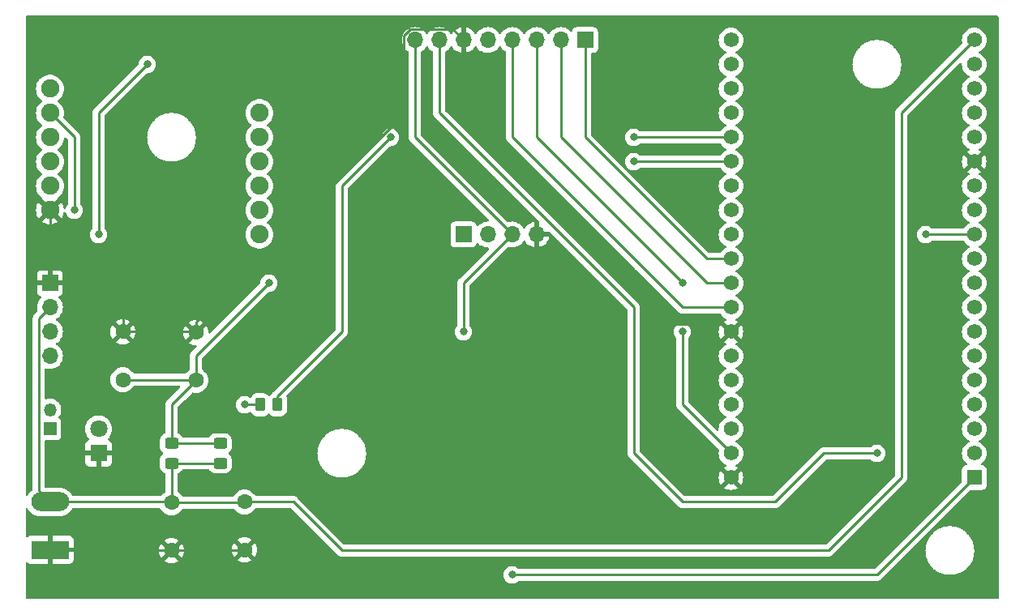
<source format=gbr>
%TF.GenerationSoftware,KiCad,Pcbnew,7.0.9*%
%TF.CreationDate,2024-06-26T15:28:39+02:00*%
%TF.ProjectId,esp32-with-gsm,65737033-322d-4776-9974-682d67736d2e,rev?*%
%TF.SameCoordinates,Original*%
%TF.FileFunction,Copper,L1,Top*%
%TF.FilePolarity,Positive*%
%FSLAX46Y46*%
G04 Gerber Fmt 4.6, Leading zero omitted, Abs format (unit mm)*
G04 Created by KiCad (PCBNEW 7.0.9) date 2024-06-26 15:28:39*
%MOMM*%
%LPD*%
G01*
G04 APERTURE LIST*
G04 Aperture macros list*
%AMRoundRect*
0 Rectangle with rounded corners*
0 $1 Rounding radius*
0 $2 $3 $4 $5 $6 $7 $8 $9 X,Y pos of 4 corners*
0 Add a 4 corners polygon primitive as box body*
4,1,4,$2,$3,$4,$5,$6,$7,$8,$9,$2,$3,0*
0 Add four circle primitives for the rounded corners*
1,1,$1+$1,$2,$3*
1,1,$1+$1,$4,$5*
1,1,$1+$1,$6,$7*
1,1,$1+$1,$8,$9*
0 Add four rect primitives between the rounded corners*
20,1,$1+$1,$2,$3,$4,$5,0*
20,1,$1+$1,$4,$5,$6,$7,0*
20,1,$1+$1,$6,$7,$8,$9,0*
20,1,$1+$1,$8,$9,$2,$3,0*%
G04 Aperture macros list end*
%TA.AperFunction,SMDPad,CuDef*%
%ADD10RoundRect,0.250000X-0.450000X0.325000X-0.450000X-0.325000X0.450000X-0.325000X0.450000X0.325000X0*%
%TD*%
%TA.AperFunction,SMDPad,CuDef*%
%ADD11RoundRect,0.250000X0.262500X0.450000X-0.262500X0.450000X-0.262500X-0.450000X0.262500X-0.450000X0*%
%TD*%
%TA.AperFunction,ComponentPad*%
%ADD12C,1.600000*%
%TD*%
%TA.AperFunction,ComponentPad*%
%ADD13C,1.900000*%
%TD*%
%TA.AperFunction,ComponentPad*%
%ADD14R,1.350000X1.350000*%
%TD*%
%TA.AperFunction,ComponentPad*%
%ADD15O,1.350000X1.350000*%
%TD*%
%TA.AperFunction,ComponentPad*%
%ADD16R,1.700000X1.700000*%
%TD*%
%TA.AperFunction,ComponentPad*%
%ADD17O,1.700000X1.700000*%
%TD*%
%TA.AperFunction,ComponentPad*%
%ADD18R,1.560000X1.560000*%
%TD*%
%TA.AperFunction,ComponentPad*%
%ADD19C,1.560000*%
%TD*%
%TA.AperFunction,ComponentPad*%
%ADD20R,1.800000X1.800000*%
%TD*%
%TA.AperFunction,ComponentPad*%
%ADD21C,1.800000*%
%TD*%
%TA.AperFunction,ComponentPad*%
%ADD22R,3.960000X1.980000*%
%TD*%
%TA.AperFunction,ComponentPad*%
%ADD23O,3.960000X1.980000*%
%TD*%
%TA.AperFunction,ViaPad*%
%ADD24C,0.800000*%
%TD*%
%TA.AperFunction,Conductor*%
%ADD25C,0.250000*%
%TD*%
G04 APERTURE END LIST*
D10*
%TO.P,D2,1,K*%
%TO.N,+4V3*%
X119380000Y-95495000D03*
%TO.P,D2,2,A*%
%TO.N,+5V*%
X119380000Y-97545000D03*
%TD*%
D11*
%TO.P,R3,1*%
%TO.N,LED*%
X125372500Y-91440000D03*
%TO.P,R3,2*%
%TO.N,Net-(D3-A)*%
X123547500Y-91440000D03*
%TD*%
D12*
%TO.P,C1,1*%
%TO.N,GND*%
X114300000Y-106680000D03*
%TO.P,C1,2*%
%TO.N,+5V*%
X114300000Y-101680000D03*
%TD*%
D13*
%TO.P,U2,1,NET*%
%TO.N,unconnected-(U2-NET-Pad1)*%
X101600000Y-58420000D03*
%TO.P,U2,2,VCC*%
%TO.N,+4V3*%
X101600000Y-60960000D03*
%TO.P,U2,3,RST*%
%TO.N,GSM-RST*%
X101600000Y-63500000D03*
%TO.P,U2,4,RXD*%
%TO.N,GSM-RX*%
X101600000Y-66040000D03*
%TO.P,U2,5,TXD*%
%TO.N,GSM-TX*%
X101600000Y-68580000D03*
%TO.P,U2,6,GND*%
%TO.N,GND*%
X101600000Y-71120000D03*
%TO.P,U2,7,SPK-*%
%TO.N,unconnected-(U2-SPK--Pad7)*%
X123470000Y-73660000D03*
%TO.P,U2,8,SPK+*%
%TO.N,unconnected-(U2-SPK+-Pad8)*%
X123470000Y-71120000D03*
%TO.P,U2,9,MIC-*%
%TO.N,unconnected-(U2-MIC--Pad9)*%
X123470000Y-68580000D03*
%TO.P,U2,10,MIC+*%
%TO.N,unconnected-(U2-MIC+-Pad10)*%
X123470000Y-66040000D03*
%TO.P,U2,11,DTR*%
%TO.N,unconnected-(U2-DTR-Pad11)*%
X123470000Y-63500000D03*
%TO.P,U2,12,RING*%
%TO.N,unconnected-(U2-RING-Pad12)*%
X123470000Y-60960000D03*
%TD*%
D12*
%TO.P,C2,1*%
%TO.N,GND*%
X121920000Y-106600000D03*
%TO.P,C2,2*%
%TO.N,+5V*%
X121920000Y-101600000D03*
%TD*%
D14*
%TO.P,CFG1,1,1*%
%TO.N,Net-(CFG1-Pad1)*%
X101600000Y-93980000D03*
D15*
%TO.P,CFG1,2,2*%
%TO.N,CFG-BTN*%
X101600000Y-91980000D03*
%TD*%
D16*
%TO.P,J1,1,Pin_1*%
%TO.N,GND*%
X101600000Y-78740000D03*
D17*
%TO.P,J1,2,Pin_2*%
%TO.N,+5V*%
X101600000Y-81280000D03*
%TO.P,J1,3,Pin_3*%
%TO.N,LCD-SDA*%
X101600000Y-83820000D03*
%TO.P,J1,4,Pin_4*%
%TO.N,LCD-SCL*%
X101600000Y-86360000D03*
%TD*%
D18*
%TO.P,U1,J2-1,3V3*%
%TO.N,+3V3*%
X198120000Y-99060000D03*
D19*
%TO.P,U1,J2-2,EN*%
%TO.N,EN*%
X198120000Y-96520000D03*
%TO.P,U1,J2-3,SENSOR_VP*%
%TO.N,unconnected-(U1-SENSOR_VP-PadJ2-3)*%
X198120000Y-93980000D03*
%TO.P,U1,J2-4,SENSOR_VN*%
%TO.N,unconnected-(U1-SENSOR_VN-PadJ2-4)*%
X198120000Y-91440000D03*
%TO.P,U1,J2-5,IO34*%
%TO.N,unconnected-(U1-IO34-PadJ2-5)*%
X198120000Y-88900000D03*
%TO.P,U1,J2-6,IO35*%
%TO.N,unconnected-(U1-IO35-PadJ2-6)*%
X198120000Y-86360000D03*
%TO.P,U1,J2-7,IO32*%
%TO.N,unconnected-(U1-IO32-PadJ2-7)*%
X198120000Y-83820000D03*
%TO.P,U1,J2-8,IO33*%
%TO.N,unconnected-(U1-IO33-PadJ2-8)*%
X198120000Y-81280000D03*
%TO.P,U1,J2-9,IO25*%
%TO.N,unconnected-(U1-IO25-PadJ2-9)*%
X198120000Y-78740000D03*
%TO.P,U1,J2-10,IO26*%
%TO.N,GSM-RX*%
X198120000Y-76200000D03*
%TO.P,U1,J2-11,IO27*%
%TO.N,GSM-TX*%
X198120000Y-73660000D03*
%TO.P,U1,J2-12,IO14*%
%TO.N,unconnected-(U1-IO14-PadJ2-12)*%
X198120000Y-71120000D03*
%TO.P,U1,J2-13,IO12*%
%TO.N,CFG-BTN*%
X198120000Y-68580000D03*
%TO.P,U1,J2-14,GND1*%
%TO.N,GND*%
X198120000Y-66040000D03*
%TO.P,U1,J2-15,IO13*%
%TO.N,unconnected-(U1-IO13-PadJ2-15)*%
X198120000Y-63500000D03*
%TO.P,U1,J2-16,SD2*%
%TO.N,unconnected-(U1-SD2-PadJ2-16)*%
X198120000Y-60960000D03*
%TO.P,U1,J2-17,SD3*%
%TO.N,unconnected-(U1-SD3-PadJ2-17)*%
X198120000Y-58420000D03*
%TO.P,U1,J2-18,CMD*%
%TO.N,unconnected-(U1-CMD-PadJ2-18)*%
X198120000Y-55880000D03*
%TO.P,U1,J2-19,EXT_5V*%
%TO.N,+5V*%
X198120000Y-53340000D03*
%TO.P,U1,J3-1,GND3*%
%TO.N,GND*%
X172720000Y-99060000D03*
%TO.P,U1,J3-2,IO23*%
%TO.N,SD-MOSI*%
X172720000Y-96520000D03*
%TO.P,U1,J3-3,IO22*%
%TO.N,LCD-SCL*%
X172720000Y-93980000D03*
%TO.P,U1,J3-4,TXD0*%
%TO.N,unconnected-(U1-TXD0-PadJ3-4)*%
X172720000Y-91440000D03*
%TO.P,U1,J3-5,RXD0*%
%TO.N,unconnected-(U1-RXD0-PadJ3-5)*%
X172720000Y-88900000D03*
%TO.P,U1,J3-6,IO21*%
%TO.N,LCD-SDA*%
X172720000Y-86360000D03*
%TO.P,U1,J3-7,GND2*%
%TO.N,GND*%
X172720000Y-83820000D03*
%TO.P,U1,J3-8,IO19*%
%TO.N,SD-MISO*%
X172720000Y-81280000D03*
%TO.P,U1,J3-9,IO18*%
%TO.N,SD-SCK*%
X172720000Y-78740000D03*
%TO.P,U1,J3-10,IO5*%
%TO.N,SD-CS-1*%
X172720000Y-76200000D03*
%TO.P,U1,J3-11,IO17*%
%TO.N,unconnected-(U1-IO17-PadJ3-11)*%
X172720000Y-73660000D03*
%TO.P,U1,J3-12,IO16*%
%TO.N,unconnected-(U1-IO16-PadJ3-12)*%
X172720000Y-71120000D03*
%TO.P,U1,J3-13,IO4*%
%TO.N,GSM-RST*%
X172720000Y-68580000D03*
%TO.P,U1,J3-14,IO0*%
%TO.N,BUZZ*%
X172720000Y-66040000D03*
%TO.P,U1,J3-15,IO2*%
%TO.N,LED*%
X172720000Y-63500000D03*
%TO.P,U1,J3-16,IO15*%
%TO.N,unconnected-(U1-IO15-PadJ3-16)*%
X172720000Y-60960000D03*
%TO.P,U1,J3-17,SD1*%
%TO.N,unconnected-(U1-SD1-PadJ3-17)*%
X172720000Y-58420000D03*
%TO.P,U1,J3-18,SD0*%
%TO.N,unconnected-(U1-SD0-PadJ3-18)*%
X172720000Y-55880000D03*
%TO.P,U1,J3-19,CLK*%
%TO.N,unconnected-(U1-CLK-PadJ3-19)*%
X172720000Y-53340000D03*
%TD*%
D16*
%TO.P,J4,1,Pin_1*%
%TO.N,unconnected-(J4-Pin_1-Pad1)*%
X144780000Y-73660000D03*
D17*
%TO.P,J4,2,Pin_2*%
%TO.N,BUZZ*%
X147320000Y-73660000D03*
%TO.P,J4,3,Pin_3*%
%TO.N,+3V3*%
X149860000Y-73660000D03*
%TO.P,J4,4,Pin_4*%
%TO.N,GND*%
X152400000Y-73660000D03*
%TD*%
D12*
%TO.P,C3,1*%
%TO.N,GND*%
X116840000Y-83900000D03*
%TO.P,C3,2*%
%TO.N,+4V3*%
X116840000Y-88900000D03*
%TD*%
D20*
%TO.P,D3,1,K*%
%TO.N,GND*%
X106680000Y-96520000D03*
D21*
%TO.P,D3,2,A*%
%TO.N,Net-(D3-A)*%
X106680000Y-93980000D03*
%TD*%
D22*
%TO.P,J5,1,Pin_1*%
%TO.N,GND*%
X101600000Y-106600000D03*
D23*
%TO.P,J5,2,Pin_2*%
%TO.N,+5V*%
X101600000Y-101600000D03*
%TD*%
D12*
%TO.P,C4,1*%
%TO.N,GND*%
X109220000Y-83820000D03*
%TO.P,C4,2*%
%TO.N,+4V3*%
X109220000Y-88820000D03*
%TD*%
D16*
%TO.P,J3,1,Pin_1*%
%TO.N,SD-CS-1*%
X157480000Y-53340000D03*
D17*
%TO.P,J3,2,Pin_2*%
%TO.N,SD-SCK*%
X154940000Y-53340000D03*
%TO.P,J3,3,Pin_3*%
%TO.N,SD-MOSI*%
X152400000Y-53340000D03*
%TO.P,J3,4,Pin_4*%
%TO.N,SD-MISO*%
X149860000Y-53340000D03*
%TO.P,J3,5,Pin_5*%
%TO.N,unconnected-(J3-Pin_5-Pad5)*%
X147320000Y-53340000D03*
%TO.P,J3,6,Pin_6*%
%TO.N,GND*%
X144780000Y-53340000D03*
%TO.P,J3,7,Pin_7*%
%TO.N,EN*%
X142240000Y-53340000D03*
%TO.P,J3,8,Pin_8*%
%TO.N,+3V3*%
X139700000Y-53340000D03*
%TD*%
D10*
%TO.P,D1,1,K*%
%TO.N,+4V3*%
X114300000Y-95495000D03*
%TO.P,D1,2,A*%
%TO.N,+5V*%
X114300000Y-97545000D03*
%TD*%
D24*
%TO.N,GND*%
X165100000Y-81280000D03*
X152400000Y-68580000D03*
X180340000Y-66040000D03*
%TO.N,+4V3*%
X124460000Y-78740000D03*
X104140000Y-71120000D03*
%TO.N,CFG-BTN*%
X111760000Y-55880000D03*
X106680000Y-73660000D03*
%TO.N,Net-(D3-A)*%
X121920000Y-91440000D03*
%TO.N,SD-MOSI*%
X167640000Y-78740000D03*
X167640000Y-83820000D03*
%TO.N,EN*%
X187960000Y-96520000D03*
%TO.N,+3V3*%
X149860000Y-109220000D03*
X144780000Y-83820000D03*
%TO.N,BUZZ*%
X162560000Y-66040000D03*
%TO.N,LED*%
X137160000Y-63500000D03*
X162560000Y-63500000D03*
%TO.N,GSM-TX*%
X193040000Y-73660000D03*
%TD*%
D25*
%TO.N,GND*%
X121840000Y-106680000D02*
X121920000Y-106600000D01*
X172720000Y-83820000D02*
X171940000Y-83040000D01*
X144780000Y-60960000D02*
X152400000Y-68580000D01*
X101600000Y-106600000D02*
X114220000Y-106600000D01*
X180340000Y-66040000D02*
X180340000Y-76200000D01*
X106680000Y-78740000D02*
X101600000Y-78740000D01*
X114220000Y-106600000D02*
X114300000Y-106680000D01*
X116840000Y-83900000D02*
X116840000Y-82768630D01*
X109220000Y-83820000D02*
X109220000Y-81280000D01*
X171940000Y-83040000D02*
X166860000Y-83040000D01*
X114300000Y-106680000D02*
X121840000Y-106680000D01*
X166860000Y-83040000D02*
X165100000Y-81280000D01*
X116840000Y-82768630D02*
X138525000Y-61083630D01*
X180340000Y-76200000D02*
X172720000Y-83820000D01*
X109220000Y-81280000D02*
X106680000Y-78740000D01*
X172720000Y-83820000D02*
X177800000Y-88900000D01*
X177800000Y-88900000D02*
X177800000Y-93980000D01*
X101600000Y-78740000D02*
X101600000Y-71120000D01*
X144780000Y-53340000D02*
X144780000Y-60960000D01*
X177800000Y-93980000D02*
X172720000Y-99060000D01*
X138525000Y-61083630D02*
X138525000Y-52853299D01*
X143605000Y-52165000D02*
X144780000Y-53340000D01*
X109220000Y-83820000D02*
X116760000Y-83820000D01*
X139213299Y-52165000D02*
X143605000Y-52165000D01*
X138525000Y-52853299D02*
X139213299Y-52165000D01*
X116760000Y-83820000D02*
X116840000Y-83900000D01*
%TO.N,+5V*%
X190500000Y-99060000D02*
X182880000Y-106680000D01*
X100425000Y-100425000D02*
X101600000Y-101600000D01*
X114220000Y-101600000D02*
X114300000Y-101680000D01*
X100425000Y-82455000D02*
X100425000Y-100425000D01*
X114300000Y-101680000D02*
X114300000Y-97545000D01*
X101600000Y-81280000D02*
X100425000Y-82455000D01*
X114300000Y-97545000D02*
X119380000Y-97545000D01*
X132080000Y-106680000D02*
X127000000Y-101600000D01*
X114300000Y-101680000D02*
X121840000Y-101680000D01*
X198120000Y-53340000D02*
X190500000Y-60960000D01*
X101600000Y-101600000D02*
X114220000Y-101600000D01*
X182880000Y-106680000D02*
X132080000Y-106680000D01*
X121840000Y-101680000D02*
X121920000Y-101600000D01*
X190500000Y-60960000D02*
X190500000Y-99060000D01*
X127000000Y-101600000D02*
X121920000Y-101600000D01*
%TO.N,+4V3*%
X114300000Y-95495000D02*
X114300000Y-91440000D01*
X109220000Y-88820000D02*
X116760000Y-88820000D01*
X116840000Y-88900000D02*
X116840000Y-86360000D01*
X116840000Y-86360000D02*
X124460000Y-78740000D01*
X114300000Y-95495000D02*
X119380000Y-95495000D01*
X101600000Y-60960000D02*
X104140000Y-63500000D01*
X116760000Y-88820000D02*
X116840000Y-88900000D01*
X114300000Y-91440000D02*
X116840000Y-88900000D01*
X104140000Y-63500000D02*
X104140000Y-71120000D01*
%TO.N,CFG-BTN*%
X106680000Y-60960000D02*
X106680000Y-73660000D01*
X111760000Y-55880000D02*
X106680000Y-60960000D01*
%TO.N,Net-(D3-A)*%
X123547500Y-91440000D02*
X121920000Y-91440000D01*
%TO.N,SD-CS-1*%
X157480000Y-63500000D02*
X170180000Y-76200000D01*
X170180000Y-76200000D02*
X172720000Y-76200000D01*
X157480000Y-53340000D02*
X157480000Y-63500000D01*
%TO.N,SD-SCK*%
X154940000Y-63500000D02*
X170180000Y-78740000D01*
X170180000Y-78740000D02*
X172720000Y-78740000D01*
X154940000Y-53340000D02*
X154940000Y-63500000D01*
%TO.N,SD-MOSI*%
X167640000Y-91440000D02*
X172720000Y-96520000D01*
X167640000Y-83820000D02*
X167640000Y-91440000D01*
X152400000Y-63500000D02*
X167640000Y-78740000D01*
X152400000Y-53340000D02*
X152400000Y-63500000D01*
%TO.N,SD-MISO*%
X149860000Y-63500000D02*
X167640000Y-81280000D01*
X149860000Y-53340000D02*
X149860000Y-63500000D01*
X167640000Y-81280000D02*
X172720000Y-81280000D01*
%TO.N,EN*%
X162560000Y-96520000D02*
X167640000Y-101600000D01*
X182430000Y-96520000D02*
X187960000Y-96520000D01*
X162560000Y-81280000D02*
X162560000Y-96520000D01*
X142240000Y-53340000D02*
X142240000Y-60960000D01*
X167640000Y-101600000D02*
X177350000Y-101600000D01*
X142240000Y-60960000D02*
X162560000Y-81280000D01*
X177350000Y-101600000D02*
X182430000Y-96520000D01*
%TO.N,+3V3*%
X139700000Y-53340000D02*
X139700000Y-63500000D01*
X144780000Y-78740000D02*
X144780000Y-83820000D01*
X149860000Y-73660000D02*
X144780000Y-78740000D01*
X187960000Y-109220000D02*
X149860000Y-109220000D01*
X139700000Y-63500000D02*
X149860000Y-73660000D01*
X198120000Y-99060000D02*
X187960000Y-109220000D01*
%TO.N,BUZZ*%
X172720000Y-66040000D02*
X162560000Y-66040000D01*
%TO.N,LED*%
X137160000Y-63500000D02*
X132080000Y-68580000D01*
X132080000Y-83820000D02*
X125372500Y-90527500D01*
X132080000Y-68580000D02*
X132080000Y-83820000D01*
X125372500Y-90527500D02*
X125372500Y-91440000D01*
X172720000Y-63500000D02*
X162560000Y-63500000D01*
%TO.N,GSM-TX*%
X193040000Y-73660000D02*
X198120000Y-73660000D01*
%TD*%
%TA.AperFunction,Conductor*%
%TO.N,GND*%
G36*
X141054855Y-54006546D02*
G01*
X141071575Y-54025842D01*
X141201500Y-54211395D01*
X141201505Y-54211401D01*
X141368599Y-54378495D01*
X141561624Y-54513653D01*
X141605248Y-54568228D01*
X141614500Y-54615226D01*
X141614500Y-60877255D01*
X141612775Y-60892872D01*
X141613061Y-60892899D01*
X141612326Y-60900665D01*
X141614500Y-60969814D01*
X141614500Y-60999343D01*
X141614501Y-60999360D01*
X141615368Y-61006231D01*
X141615826Y-61012050D01*
X141617290Y-61058624D01*
X141617291Y-61058627D01*
X141622880Y-61077867D01*
X141626824Y-61096911D01*
X141629336Y-61116792D01*
X141642637Y-61150388D01*
X141646490Y-61160119D01*
X141648382Y-61165647D01*
X141661381Y-61210388D01*
X141671580Y-61227634D01*
X141680138Y-61245103D01*
X141687514Y-61263732D01*
X141714898Y-61301423D01*
X141718106Y-61306307D01*
X141741827Y-61346416D01*
X141741833Y-61346424D01*
X141755990Y-61360580D01*
X141768628Y-61375376D01*
X141780405Y-61391586D01*
X141780406Y-61391587D01*
X141816309Y-61421288D01*
X141820620Y-61425210D01*
X147219558Y-66824148D01*
X152613681Y-72218271D01*
X152647166Y-72279594D01*
X152650000Y-72305952D01*
X152650000Y-73224498D01*
X152542315Y-73175320D01*
X152435763Y-73160000D01*
X152364237Y-73160000D01*
X152257685Y-73175320D01*
X152150000Y-73224498D01*
X152150000Y-72329364D01*
X152149999Y-72329364D01*
X151936513Y-72386567D01*
X151936507Y-72386570D01*
X151722422Y-72486399D01*
X151722420Y-72486400D01*
X151528926Y-72621886D01*
X151528920Y-72621891D01*
X151361891Y-72788920D01*
X151361890Y-72788922D01*
X151231880Y-72974595D01*
X151177303Y-73018219D01*
X151107804Y-73025412D01*
X151045450Y-72993890D01*
X151028730Y-72974594D01*
X150898494Y-72788597D01*
X150731402Y-72621506D01*
X150731395Y-72621501D01*
X150537834Y-72485967D01*
X150537830Y-72485965D01*
X150523565Y-72479313D01*
X150323663Y-72386097D01*
X150323659Y-72386096D01*
X150323655Y-72386094D01*
X150095413Y-72324938D01*
X150095403Y-72324936D01*
X149860001Y-72304341D01*
X149859999Y-72304341D01*
X149624596Y-72324936D01*
X149624586Y-72324938D01*
X149524126Y-72351856D01*
X149454276Y-72350193D01*
X149404352Y-72319762D01*
X140361819Y-63277228D01*
X140328334Y-63215905D01*
X140325500Y-63189547D01*
X140325500Y-54615226D01*
X140345185Y-54548187D01*
X140378374Y-54513654D01*
X140571401Y-54378495D01*
X140738495Y-54211401D01*
X140868425Y-54025842D01*
X140923002Y-53982217D01*
X140992500Y-53975023D01*
X141054855Y-54006546D01*
G37*
%TD.AperFunction*%
%TA.AperFunction,Conductor*%
G36*
X103259934Y-63504525D02*
G01*
X103294753Y-63539343D01*
X103478181Y-63722771D01*
X103511666Y-63784094D01*
X103514500Y-63810452D01*
X103514500Y-70421312D01*
X103494815Y-70488351D01*
X103482650Y-70504284D01*
X103407466Y-70587784D01*
X103312821Y-70751715D01*
X103312819Y-70751719D01*
X103271136Y-70880006D01*
X103231698Y-70937681D01*
X103167339Y-70964879D01*
X103098493Y-70952964D01*
X103047017Y-70905720D01*
X103032999Y-70872127D01*
X102976134Y-70647571D01*
X102879608Y-70427514D01*
X102787310Y-70286241D01*
X102044449Y-71029102D01*
X102043673Y-71018735D01*
X101994113Y-70892459D01*
X101909535Y-70786401D01*
X101797453Y-70709984D01*
X101689699Y-70676746D01*
X102434426Y-69932019D01*
X102433564Y-69918138D01*
X102414364Y-69891459D01*
X102410691Y-69821686D01*
X102445322Y-69761003D01*
X102455165Y-69752473D01*
X102585764Y-69650825D01*
X102748571Y-69473969D01*
X102880049Y-69272728D01*
X102976610Y-69052591D01*
X103035620Y-68819563D01*
X103044442Y-68713090D01*
X103055471Y-68580005D01*
X103055471Y-68579994D01*
X103038630Y-68376759D01*
X103035620Y-68340437D01*
X102976610Y-68107409D01*
X102880049Y-67887272D01*
X102748571Y-67686031D01*
X102585764Y-67509175D01*
X102455585Y-67407852D01*
X102414773Y-67351143D01*
X102411098Y-67281370D01*
X102445730Y-67220687D01*
X102455585Y-67212147D01*
X102585764Y-67110825D01*
X102748571Y-66933969D01*
X102880049Y-66732728D01*
X102976610Y-66512591D01*
X103035620Y-66279563D01*
X103055263Y-66042511D01*
X103055471Y-66040005D01*
X103055471Y-66039994D01*
X103035620Y-65800440D01*
X103035620Y-65800437D01*
X102976610Y-65567409D01*
X102880049Y-65347272D01*
X102868037Y-65328887D01*
X102748572Y-65146033D01*
X102748571Y-65146031D01*
X102585764Y-64969175D01*
X102455585Y-64867852D01*
X102414773Y-64811143D01*
X102411098Y-64741370D01*
X102445730Y-64680687D01*
X102455585Y-64672147D01*
X102585764Y-64570825D01*
X102748571Y-64393969D01*
X102880049Y-64192728D01*
X102976610Y-63972591D01*
X102978477Y-63965221D01*
X103003024Y-63868284D01*
X103035620Y-63739563D01*
X103048679Y-63581967D01*
X103073832Y-63516782D01*
X103130234Y-63475544D01*
X103199977Y-63471346D01*
X103259934Y-63504525D01*
G37*
%TD.AperFunction*%
%TA.AperFunction,Conductor*%
G36*
X200602539Y-50820185D02*
G01*
X200648294Y-50872989D01*
X200659500Y-50924500D01*
X200659500Y-111635500D01*
X200639815Y-111702539D01*
X200587011Y-111748294D01*
X200535500Y-111759500D01*
X99184500Y-111759500D01*
X99117461Y-111739815D01*
X99071706Y-111687011D01*
X99060500Y-111635500D01*
X99060500Y-108043460D01*
X99080185Y-107976421D01*
X99132989Y-107930666D01*
X99202147Y-107920722D01*
X99258812Y-107944194D01*
X99377910Y-108033352D01*
X99377913Y-108033354D01*
X99512620Y-108083596D01*
X99512627Y-108083598D01*
X99572155Y-108089999D01*
X99572172Y-108090000D01*
X101350000Y-108090000D01*
X101350000Y-107211057D01*
X101440892Y-107245528D01*
X101560081Y-107260000D01*
X101639919Y-107260000D01*
X101759108Y-107245528D01*
X101850000Y-107211057D01*
X101850000Y-108090000D01*
X103627828Y-108090000D01*
X103627844Y-108089999D01*
X103687372Y-108083598D01*
X103687379Y-108083596D01*
X103822086Y-108033354D01*
X103822093Y-108033350D01*
X103937187Y-107947190D01*
X103937190Y-107947187D01*
X104023350Y-107832093D01*
X104023354Y-107832086D01*
X104073596Y-107697379D01*
X104073598Y-107697372D01*
X104079999Y-107637844D01*
X104080000Y-107637827D01*
X104080000Y-106850000D01*
X102214168Y-106850000D01*
X102221643Y-106835758D01*
X102260000Y-106680138D01*
X102260000Y-106680002D01*
X112995034Y-106680002D01*
X113014858Y-106906599D01*
X113014860Y-106906610D01*
X113073730Y-107126317D01*
X113073734Y-107126326D01*
X113169865Y-107332481D01*
X113169866Y-107332483D01*
X113220973Y-107405471D01*
X113220974Y-107405472D01*
X113902046Y-106724399D01*
X113914835Y-106805148D01*
X113972359Y-106918045D01*
X114061955Y-107007641D01*
X114174852Y-107065165D01*
X114255599Y-107077953D01*
X113574526Y-107759025D01*
X113574526Y-107759026D01*
X113647512Y-107810131D01*
X113647516Y-107810133D01*
X113853673Y-107906265D01*
X113853682Y-107906269D01*
X114073389Y-107965139D01*
X114073400Y-107965141D01*
X114299998Y-107984966D01*
X114300002Y-107984966D01*
X114526599Y-107965141D01*
X114526610Y-107965139D01*
X114746317Y-107906269D01*
X114746331Y-107906264D01*
X114952478Y-107810136D01*
X115025472Y-107759025D01*
X114344401Y-107077953D01*
X114425148Y-107065165D01*
X114538045Y-107007641D01*
X114627641Y-106918045D01*
X114685165Y-106805148D01*
X114697953Y-106724400D01*
X115379025Y-107405472D01*
X115430136Y-107332478D01*
X115526264Y-107126331D01*
X115526269Y-107126317D01*
X115585139Y-106906610D01*
X115585141Y-106906599D01*
X115604966Y-106680002D01*
X115604966Y-106679997D01*
X115597967Y-106600002D01*
X120615034Y-106600002D01*
X120634858Y-106826599D01*
X120634860Y-106826610D01*
X120693730Y-107046317D01*
X120693734Y-107046326D01*
X120789865Y-107252481D01*
X120789866Y-107252483D01*
X120840973Y-107325471D01*
X120840974Y-107325472D01*
X121522046Y-106644399D01*
X121534835Y-106725148D01*
X121592359Y-106838045D01*
X121681955Y-106927641D01*
X121794852Y-106985165D01*
X121875599Y-106997953D01*
X121194526Y-107679025D01*
X121194526Y-107679026D01*
X121267512Y-107730131D01*
X121267516Y-107730133D01*
X121473673Y-107826265D01*
X121473682Y-107826269D01*
X121693389Y-107885139D01*
X121693400Y-107885141D01*
X121919998Y-107904966D01*
X121920002Y-107904966D01*
X122146599Y-107885141D01*
X122146610Y-107885139D01*
X122366317Y-107826269D01*
X122366331Y-107826264D01*
X122572478Y-107730136D01*
X122645472Y-107679025D01*
X121964401Y-106997953D01*
X122045148Y-106985165D01*
X122158045Y-106927641D01*
X122247641Y-106838045D01*
X122305165Y-106725148D01*
X122317953Y-106644400D01*
X122999025Y-107325472D01*
X123050136Y-107252478D01*
X123146264Y-107046331D01*
X123146269Y-107046317D01*
X123205139Y-106826610D01*
X123205141Y-106826599D01*
X123224966Y-106600002D01*
X123224966Y-106599997D01*
X123205141Y-106373400D01*
X123205139Y-106373389D01*
X123146269Y-106153682D01*
X123146265Y-106153673D01*
X123050133Y-105947516D01*
X123050131Y-105947512D01*
X122999026Y-105874526D01*
X122999025Y-105874526D01*
X122317953Y-106555598D01*
X122305165Y-106474852D01*
X122247641Y-106361955D01*
X122158045Y-106272359D01*
X122045148Y-106214835D01*
X121964400Y-106202046D01*
X122645472Y-105520974D01*
X122645471Y-105520973D01*
X122572483Y-105469866D01*
X122572481Y-105469865D01*
X122366326Y-105373734D01*
X122366317Y-105373730D01*
X122146610Y-105314860D01*
X122146599Y-105314858D01*
X121920002Y-105295034D01*
X121919998Y-105295034D01*
X121693400Y-105314858D01*
X121693389Y-105314860D01*
X121473682Y-105373730D01*
X121473673Y-105373734D01*
X121267513Y-105469868D01*
X121194527Y-105520972D01*
X121194526Y-105520973D01*
X121875600Y-106202046D01*
X121794852Y-106214835D01*
X121681955Y-106272359D01*
X121592359Y-106361955D01*
X121534835Y-106474852D01*
X121522046Y-106555599D01*
X120840973Y-105874526D01*
X120840972Y-105874527D01*
X120789868Y-105947513D01*
X120693734Y-106153673D01*
X120693730Y-106153682D01*
X120634860Y-106373389D01*
X120634858Y-106373400D01*
X120615034Y-106599997D01*
X120615034Y-106600002D01*
X115597967Y-106600002D01*
X115585141Y-106453400D01*
X115585139Y-106453389D01*
X115526269Y-106233682D01*
X115526265Y-106233673D01*
X115430133Y-106027516D01*
X115430131Y-106027512D01*
X115379026Y-105954526D01*
X115379025Y-105954526D01*
X114697953Y-106635598D01*
X114685165Y-106554852D01*
X114627641Y-106441955D01*
X114538045Y-106352359D01*
X114425148Y-106294835D01*
X114344400Y-106282046D01*
X115025472Y-105600974D01*
X115025471Y-105600973D01*
X114952483Y-105549866D01*
X114952481Y-105549865D01*
X114746326Y-105453734D01*
X114746317Y-105453730D01*
X114526610Y-105394860D01*
X114526599Y-105394858D01*
X114300002Y-105375034D01*
X114299998Y-105375034D01*
X114073400Y-105394858D01*
X114073389Y-105394860D01*
X113853682Y-105453730D01*
X113853673Y-105453734D01*
X113647513Y-105549868D01*
X113574527Y-105600972D01*
X113574526Y-105600973D01*
X114255600Y-106282046D01*
X114174852Y-106294835D01*
X114061955Y-106352359D01*
X113972359Y-106441955D01*
X113914835Y-106554852D01*
X113902046Y-106635599D01*
X113220973Y-105954526D01*
X113220972Y-105954527D01*
X113169868Y-106027513D01*
X113073734Y-106233673D01*
X113073730Y-106233682D01*
X113014860Y-106453389D01*
X113014858Y-106453400D01*
X112995034Y-106679997D01*
X112995034Y-106680002D01*
X102260000Y-106680002D01*
X102260000Y-106519862D01*
X102221643Y-106364242D01*
X102214168Y-106350000D01*
X104080000Y-106350000D01*
X104080000Y-105562172D01*
X104079999Y-105562155D01*
X104073598Y-105502627D01*
X104073596Y-105502620D01*
X104023354Y-105367913D01*
X104023350Y-105367906D01*
X103937190Y-105252812D01*
X103937187Y-105252809D01*
X103822093Y-105166649D01*
X103822086Y-105166645D01*
X103687379Y-105116403D01*
X103687372Y-105116401D01*
X103627844Y-105110000D01*
X101850000Y-105110000D01*
X101850000Y-105988942D01*
X101759108Y-105954472D01*
X101639919Y-105940000D01*
X101560081Y-105940000D01*
X101440892Y-105954472D01*
X101350000Y-105988942D01*
X101350000Y-105110000D01*
X99572155Y-105110000D01*
X99512627Y-105116401D01*
X99512620Y-105116403D01*
X99377913Y-105166645D01*
X99377906Y-105166649D01*
X99258811Y-105255805D01*
X99193347Y-105280223D01*
X99125074Y-105265372D01*
X99075668Y-105215967D01*
X99060500Y-105156539D01*
X99060500Y-102358088D01*
X99080185Y-102291049D01*
X99132989Y-102245294D01*
X99202147Y-102235350D01*
X99265703Y-102264375D01*
X99293555Y-102299071D01*
X99357925Y-102418017D01*
X99357932Y-102418028D01*
X99509639Y-102612941D01*
X99509641Y-102612943D01*
X99509645Y-102612948D01*
X99691379Y-102780245D01*
X99898169Y-102915348D01*
X100124377Y-103014572D01*
X100363831Y-103075210D01*
X100548355Y-103090500D01*
X100548357Y-103090500D01*
X102651643Y-103090500D01*
X102651645Y-103090500D01*
X102836169Y-103075210D01*
X103075623Y-103014572D01*
X103301831Y-102915348D01*
X103508621Y-102780245D01*
X103690355Y-102612948D01*
X103825634Y-102439141D01*
X103842067Y-102418028D01*
X103842071Y-102418022D01*
X103842073Y-102418020D01*
X103911093Y-102290481D01*
X103960313Y-102240892D01*
X104020148Y-102225500D01*
X113040431Y-102225500D01*
X113107470Y-102245185D01*
X113152812Y-102297093D01*
X113169432Y-102332734D01*
X113169433Y-102332735D01*
X113299954Y-102519141D01*
X113460858Y-102680045D01*
X113460861Y-102680047D01*
X113647266Y-102810568D01*
X113853504Y-102906739D01*
X114073308Y-102965635D01*
X114235230Y-102979801D01*
X114299998Y-102985468D01*
X114300000Y-102985468D01*
X114300002Y-102985468D01*
X114356673Y-102980509D01*
X114526692Y-102965635D01*
X114746496Y-102906739D01*
X114952734Y-102810568D01*
X115139139Y-102680047D01*
X115300047Y-102519139D01*
X115412613Y-102358377D01*
X115467189Y-102314752D01*
X115514188Y-102305500D01*
X120761828Y-102305500D01*
X120828867Y-102325185D01*
X120863403Y-102358377D01*
X120919954Y-102439141D01*
X121080858Y-102600045D01*
X121080861Y-102600047D01*
X121267266Y-102730568D01*
X121473504Y-102826739D01*
X121693308Y-102885635D01*
X121855230Y-102899801D01*
X121919998Y-102905468D01*
X121920000Y-102905468D01*
X121920002Y-102905468D01*
X121976673Y-102900509D01*
X122146692Y-102885635D01*
X122366496Y-102826739D01*
X122572734Y-102730568D01*
X122759139Y-102600047D01*
X122920047Y-102439139D01*
X123032613Y-102278377D01*
X123087189Y-102234752D01*
X123134188Y-102225500D01*
X126689548Y-102225500D01*
X126756587Y-102245185D01*
X126777229Y-102261819D01*
X131579197Y-107063788D01*
X131589022Y-107076051D01*
X131589243Y-107075869D01*
X131594214Y-107081878D01*
X131615043Y-107101437D01*
X131644635Y-107129226D01*
X131665529Y-107150120D01*
X131671011Y-107154373D01*
X131675443Y-107158157D01*
X131709418Y-107190062D01*
X131726976Y-107199714D01*
X131743233Y-107210393D01*
X131759064Y-107222673D01*
X131778737Y-107231186D01*
X131801833Y-107241182D01*
X131807077Y-107243750D01*
X131847908Y-107266197D01*
X131860523Y-107269435D01*
X131867305Y-107271177D01*
X131885719Y-107277481D01*
X131904104Y-107285438D01*
X131950157Y-107292732D01*
X131955826Y-107293906D01*
X132000981Y-107305500D01*
X132021016Y-107305500D01*
X132040413Y-107307026D01*
X132060196Y-107310160D01*
X132106584Y-107305775D01*
X132112422Y-107305500D01*
X182797257Y-107305500D01*
X182812877Y-107307224D01*
X182812904Y-107306939D01*
X182820660Y-107307671D01*
X182820667Y-107307673D01*
X182889814Y-107305500D01*
X182919350Y-107305500D01*
X182926228Y-107304630D01*
X182932041Y-107304172D01*
X182978627Y-107302709D01*
X182997869Y-107297117D01*
X183016912Y-107293174D01*
X183036792Y-107290664D01*
X183080122Y-107273507D01*
X183085646Y-107271617D01*
X183089396Y-107270527D01*
X183130390Y-107258618D01*
X183147629Y-107248422D01*
X183165103Y-107239862D01*
X183183727Y-107232488D01*
X183183727Y-107232487D01*
X183183732Y-107232486D01*
X183221449Y-107205082D01*
X183226305Y-107201892D01*
X183266420Y-107178170D01*
X183280589Y-107163999D01*
X183295379Y-107151368D01*
X183311587Y-107139594D01*
X183341299Y-107103676D01*
X183345212Y-107099376D01*
X190883788Y-99560801D01*
X190896042Y-99550986D01*
X190895859Y-99550764D01*
X190901866Y-99545792D01*
X190901877Y-99545786D01*
X190936914Y-99508475D01*
X190949227Y-99495364D01*
X190959671Y-99484918D01*
X190970120Y-99474471D01*
X190974379Y-99468978D01*
X190978152Y-99464561D01*
X191010062Y-99430582D01*
X191019713Y-99413024D01*
X191030396Y-99396761D01*
X191042673Y-99380936D01*
X191061185Y-99338153D01*
X191063738Y-99332941D01*
X191086197Y-99292092D01*
X191091180Y-99272680D01*
X191097481Y-99254280D01*
X191105437Y-99235896D01*
X191112729Y-99189852D01*
X191113906Y-99184171D01*
X191125500Y-99139019D01*
X191125500Y-99118983D01*
X191127027Y-99099582D01*
X191127623Y-99095820D01*
X191130160Y-99079804D01*
X191126097Y-99036819D01*
X191125775Y-99033415D01*
X191125500Y-99027577D01*
X191125500Y-61270451D01*
X191145185Y-61203412D01*
X191161814Y-61182775D01*
X196629185Y-55715403D01*
X196690506Y-55681920D01*
X196760198Y-55686904D01*
X196816131Y-55728776D01*
X196840548Y-55794240D01*
X196840392Y-55813893D01*
X196834609Y-55879997D01*
X196834609Y-55880001D01*
X196854136Y-56103200D01*
X196854137Y-56103208D01*
X196912126Y-56319625D01*
X196912127Y-56319627D01*
X196912128Y-56319630D01*
X197001621Y-56511548D01*
X197006819Y-56522696D01*
X197006821Y-56522700D01*
X197135329Y-56706228D01*
X197135334Y-56706234D01*
X197293765Y-56864665D01*
X197293771Y-56864670D01*
X197477299Y-56993178D01*
X197477301Y-56993179D01*
X197477304Y-56993181D01*
X197511370Y-57009066D01*
X197572600Y-57037618D01*
X197625039Y-57083790D01*
X197644191Y-57150984D01*
X197623975Y-57217865D01*
X197572600Y-57262382D01*
X197477306Y-57306818D01*
X197477304Y-57306819D01*
X197293764Y-57435334D01*
X197135334Y-57593764D01*
X197006819Y-57777304D01*
X197006818Y-57777306D01*
X196912129Y-57980368D01*
X196912126Y-57980374D01*
X196854137Y-58196791D01*
X196854136Y-58196799D01*
X196834609Y-58419998D01*
X196834609Y-58420001D01*
X196854136Y-58643200D01*
X196854137Y-58643208D01*
X196912126Y-58859625D01*
X196912127Y-58859627D01*
X196912128Y-58859630D01*
X196927497Y-58892589D01*
X197006819Y-59062696D01*
X197006821Y-59062700D01*
X197135329Y-59246228D01*
X197135334Y-59246234D01*
X197293765Y-59404665D01*
X197293771Y-59404670D01*
X197477299Y-59533178D01*
X197477301Y-59533179D01*
X197477304Y-59533181D01*
X197511370Y-59549066D01*
X197572600Y-59577618D01*
X197625039Y-59623790D01*
X197644191Y-59690984D01*
X197623975Y-59757865D01*
X197572600Y-59802382D01*
X197477306Y-59846818D01*
X197477304Y-59846819D01*
X197293764Y-59975334D01*
X197135334Y-60133764D01*
X197006819Y-60317304D01*
X197006818Y-60317306D01*
X196912129Y-60520368D01*
X196912126Y-60520374D01*
X196854137Y-60736791D01*
X196854136Y-60736799D01*
X196834609Y-60959998D01*
X196834609Y-60960001D01*
X196854136Y-61183200D01*
X196854137Y-61183208D01*
X196912126Y-61399625D01*
X196912127Y-61399627D01*
X196912128Y-61399630D01*
X196979114Y-61543282D01*
X197006819Y-61602696D01*
X197006821Y-61602700D01*
X197135329Y-61786228D01*
X197135334Y-61786234D01*
X197293765Y-61944665D01*
X197293771Y-61944670D01*
X197477299Y-62073178D01*
X197477301Y-62073179D01*
X197477304Y-62073181D01*
X197572600Y-62117618D01*
X197625039Y-62163790D01*
X197644191Y-62230984D01*
X197623975Y-62297865D01*
X197572600Y-62342382D01*
X197477306Y-62386818D01*
X197477304Y-62386819D01*
X197293764Y-62515334D01*
X197135334Y-62673764D01*
X197006819Y-62857304D01*
X197006818Y-62857306D01*
X196912129Y-63060368D01*
X196912126Y-63060374D01*
X196854137Y-63276791D01*
X196854136Y-63276799D01*
X196834609Y-63499998D01*
X196834609Y-63500001D01*
X196854136Y-63723200D01*
X196854137Y-63723208D01*
X196912126Y-63939625D01*
X196912127Y-63939627D01*
X196912128Y-63939630D01*
X196998800Y-64125500D01*
X197006819Y-64142696D01*
X197006821Y-64142700D01*
X197135329Y-64326228D01*
X197135334Y-64326234D01*
X197293765Y-64484665D01*
X197293771Y-64484670D01*
X197477299Y-64613178D01*
X197477301Y-64613179D01*
X197477304Y-64613181D01*
X197573190Y-64657893D01*
X197625630Y-64704065D01*
X197644782Y-64771258D01*
X197624567Y-64838139D01*
X197573192Y-64882657D01*
X197477550Y-64927256D01*
X197408888Y-64975333D01*
X197408887Y-64975334D01*
X197971235Y-65537681D01*
X197847276Y-65591525D01*
X197736392Y-65681735D01*
X197653959Y-65798517D01*
X197620135Y-65893688D01*
X197055334Y-65328887D01*
X197055333Y-65328888D01*
X197007255Y-65397552D01*
X196912600Y-65600540D01*
X196912596Y-65600549D01*
X196854632Y-65816875D01*
X196854630Y-65816886D01*
X196835111Y-66039997D01*
X196835111Y-66040002D01*
X196854630Y-66263113D01*
X196854632Y-66263124D01*
X196912596Y-66479450D01*
X196912600Y-66479459D01*
X197007253Y-66682444D01*
X197055334Y-66751111D01*
X197619439Y-66187006D01*
X197625418Y-66215775D01*
X197691181Y-66342693D01*
X197788749Y-66447162D01*
X197910884Y-66521434D01*
X197974339Y-66539213D01*
X197408887Y-67104665D01*
X197477548Y-67152742D01*
X197477558Y-67152748D01*
X197573190Y-67197342D01*
X197625630Y-67243514D01*
X197644782Y-67310707D01*
X197624567Y-67377588D01*
X197573192Y-67422106D01*
X197477303Y-67466820D01*
X197293764Y-67595334D01*
X197135334Y-67753764D01*
X197006819Y-67937304D01*
X197006818Y-67937306D01*
X196912129Y-68140368D01*
X196912126Y-68140374D01*
X196854137Y-68356791D01*
X196854136Y-68356799D01*
X196834609Y-68579998D01*
X196834609Y-68580001D01*
X196854136Y-68803200D01*
X196854137Y-68803208D01*
X196912126Y-69019625D01*
X196912127Y-69019627D01*
X196912128Y-69019630D01*
X196927497Y-69052589D01*
X197006819Y-69222696D01*
X197006821Y-69222700D01*
X197135329Y-69406228D01*
X197135334Y-69406234D01*
X197293765Y-69564665D01*
X197293771Y-69564670D01*
X197477299Y-69693178D01*
X197477301Y-69693179D01*
X197477304Y-69693181D01*
X197572600Y-69737618D01*
X197625039Y-69783790D01*
X197644191Y-69850984D01*
X197623975Y-69917865D01*
X197572600Y-69962382D01*
X197477306Y-70006818D01*
X197477304Y-70006819D01*
X197293764Y-70135334D01*
X197135334Y-70293764D01*
X197006819Y-70477304D01*
X197006818Y-70477306D01*
X196912129Y-70680368D01*
X196912126Y-70680374D01*
X196854137Y-70896791D01*
X196854136Y-70896799D01*
X196834609Y-71119998D01*
X196834609Y-71120001D01*
X196854136Y-71343200D01*
X196854137Y-71343208D01*
X196912126Y-71559625D01*
X196912127Y-71559627D01*
X196912128Y-71559630D01*
X197006819Y-71762696D01*
X197006821Y-71762700D01*
X197135329Y-71946228D01*
X197135334Y-71946234D01*
X197293765Y-72104665D01*
X197293771Y-72104670D01*
X197477299Y-72233178D01*
X197477301Y-72233179D01*
X197477304Y-72233181D01*
X197572600Y-72277618D01*
X197625039Y-72323790D01*
X197644191Y-72390984D01*
X197623975Y-72457865D01*
X197572600Y-72502382D01*
X197477306Y-72546818D01*
X197477304Y-72546819D01*
X197293764Y-72675334D01*
X197135334Y-72833764D01*
X197055629Y-72947596D01*
X197032036Y-72981292D01*
X197031804Y-72981623D01*
X196977228Y-73025248D01*
X196930229Y-73034500D01*
X193743748Y-73034500D01*
X193676709Y-73014815D01*
X193651600Y-72993474D01*
X193645873Y-72987114D01*
X193645869Y-72987110D01*
X193492734Y-72875851D01*
X193492729Y-72875848D01*
X193319807Y-72798857D01*
X193319802Y-72798855D01*
X193174001Y-72767865D01*
X193134646Y-72759500D01*
X192945354Y-72759500D01*
X192914637Y-72766029D01*
X192760197Y-72798855D01*
X192760192Y-72798857D01*
X192587270Y-72875848D01*
X192587265Y-72875851D01*
X192434129Y-72987111D01*
X192307466Y-73127785D01*
X192212821Y-73291715D01*
X192212818Y-73291722D01*
X192165683Y-73436791D01*
X192154326Y-73471744D01*
X192134540Y-73660000D01*
X192154326Y-73848256D01*
X192154327Y-73848259D01*
X192212818Y-74028277D01*
X192212821Y-74028284D01*
X192307467Y-74192216D01*
X192399643Y-74294587D01*
X192434129Y-74332888D01*
X192587265Y-74444148D01*
X192587270Y-74444151D01*
X192760192Y-74521142D01*
X192760197Y-74521144D01*
X192945354Y-74560500D01*
X192945355Y-74560500D01*
X193134644Y-74560500D01*
X193134646Y-74560500D01*
X193319803Y-74521144D01*
X193492730Y-74444151D01*
X193645871Y-74332888D01*
X193648788Y-74329647D01*
X193651600Y-74326526D01*
X193711087Y-74289879D01*
X193743748Y-74285500D01*
X196930228Y-74285500D01*
X196997267Y-74305185D01*
X197031803Y-74338377D01*
X197135329Y-74486228D01*
X197135334Y-74486234D01*
X197293765Y-74644665D01*
X197293771Y-74644670D01*
X197477299Y-74773178D01*
X197477301Y-74773179D01*
X197477304Y-74773181D01*
X197572600Y-74817618D01*
X197625039Y-74863790D01*
X197644191Y-74930984D01*
X197623975Y-74997865D01*
X197572600Y-75042382D01*
X197477306Y-75086818D01*
X197477304Y-75086819D01*
X197293764Y-75215334D01*
X197135334Y-75373764D01*
X197006819Y-75557304D01*
X197006818Y-75557306D01*
X196912129Y-75760368D01*
X196912126Y-75760374D01*
X196854137Y-75976791D01*
X196854136Y-75976799D01*
X196834609Y-76199998D01*
X196834609Y-76200001D01*
X196854136Y-76423200D01*
X196854137Y-76423208D01*
X196912126Y-76639625D01*
X196912127Y-76639627D01*
X196912128Y-76639630D01*
X196989445Y-76805437D01*
X197006819Y-76842696D01*
X197006821Y-76842700D01*
X197135329Y-77026228D01*
X197135334Y-77026234D01*
X197293765Y-77184665D01*
X197293771Y-77184670D01*
X197477299Y-77313178D01*
X197477301Y-77313179D01*
X197477304Y-77313181D01*
X197572600Y-77357618D01*
X197625039Y-77403790D01*
X197644191Y-77470984D01*
X197623975Y-77537865D01*
X197572600Y-77582382D01*
X197477306Y-77626818D01*
X197477304Y-77626819D01*
X197293764Y-77755334D01*
X197135334Y-77913764D01*
X197006819Y-78097304D01*
X197006818Y-78097306D01*
X196912129Y-78300368D01*
X196912126Y-78300374D01*
X196854137Y-78516791D01*
X196854136Y-78516799D01*
X196834609Y-78739998D01*
X196834609Y-78740001D01*
X196854136Y-78963200D01*
X196854137Y-78963208D01*
X196912126Y-79179625D01*
X196912127Y-79179627D01*
X196912128Y-79179630D01*
X196980472Y-79326195D01*
X197006819Y-79382696D01*
X197006821Y-79382700D01*
X197135329Y-79566228D01*
X197135334Y-79566234D01*
X197293765Y-79724665D01*
X197293771Y-79724670D01*
X197477299Y-79853178D01*
X197477301Y-79853179D01*
X197477304Y-79853181D01*
X197572600Y-79897618D01*
X197625039Y-79943790D01*
X197644191Y-80010984D01*
X197623975Y-80077865D01*
X197572600Y-80122382D01*
X197477306Y-80166818D01*
X197477304Y-80166819D01*
X197293764Y-80295334D01*
X197135334Y-80453764D01*
X197006819Y-80637304D01*
X197006818Y-80637306D01*
X196912129Y-80840368D01*
X196912126Y-80840374D01*
X196854137Y-81056791D01*
X196854136Y-81056799D01*
X196834609Y-81279998D01*
X196834609Y-81280001D01*
X196854136Y-81503200D01*
X196854137Y-81503208D01*
X196912126Y-81719625D01*
X196912127Y-81719627D01*
X196912128Y-81719630D01*
X196989445Y-81885437D01*
X197006819Y-81922696D01*
X197006821Y-81922700D01*
X197135329Y-82106228D01*
X197135334Y-82106234D01*
X197293765Y-82264665D01*
X197293771Y-82264670D01*
X197477299Y-82393178D01*
X197477301Y-82393179D01*
X197477304Y-82393181D01*
X197567404Y-82435195D01*
X197572600Y-82437618D01*
X197625039Y-82483790D01*
X197644191Y-82550984D01*
X197623975Y-82617865D01*
X197572600Y-82662382D01*
X197477306Y-82706818D01*
X197477304Y-82706819D01*
X197293764Y-82835334D01*
X197135334Y-82993764D01*
X197006819Y-83177304D01*
X197006818Y-83177306D01*
X196912129Y-83380368D01*
X196912126Y-83380374D01*
X196854137Y-83596791D01*
X196854136Y-83596799D01*
X196834609Y-83819998D01*
X196834609Y-83820001D01*
X196854136Y-84043200D01*
X196854137Y-84043208D01*
X196912126Y-84259625D01*
X196912127Y-84259627D01*
X196912128Y-84259630D01*
X196994238Y-84435715D01*
X197006819Y-84462696D01*
X197006821Y-84462700D01*
X197135329Y-84646228D01*
X197135334Y-84646234D01*
X197293765Y-84804665D01*
X197293771Y-84804670D01*
X197477299Y-84933178D01*
X197477301Y-84933179D01*
X197477304Y-84933181D01*
X197572006Y-84977341D01*
X197572600Y-84977618D01*
X197625039Y-85023790D01*
X197644191Y-85090984D01*
X197623975Y-85157865D01*
X197572600Y-85202382D01*
X197477306Y-85246818D01*
X197477304Y-85246819D01*
X197293764Y-85375334D01*
X197135334Y-85533764D01*
X197006819Y-85717304D01*
X197006818Y-85717306D01*
X196912129Y-85920368D01*
X196912126Y-85920374D01*
X196854137Y-86136791D01*
X196854136Y-86136799D01*
X196834609Y-86359998D01*
X196834609Y-86360001D01*
X196854136Y-86583200D01*
X196854137Y-86583208D01*
X196912126Y-86799625D01*
X196912127Y-86799627D01*
X196912128Y-86799630D01*
X197006819Y-87002696D01*
X197006821Y-87002700D01*
X197135329Y-87186228D01*
X197135334Y-87186234D01*
X197293765Y-87344665D01*
X197293771Y-87344670D01*
X197477299Y-87473178D01*
X197477301Y-87473179D01*
X197477304Y-87473181D01*
X197565982Y-87514532D01*
X197572600Y-87517618D01*
X197625039Y-87563790D01*
X197644191Y-87630984D01*
X197623975Y-87697865D01*
X197572600Y-87742382D01*
X197477306Y-87786818D01*
X197477304Y-87786819D01*
X197293764Y-87915334D01*
X197135334Y-88073764D01*
X197006819Y-88257304D01*
X197006818Y-88257306D01*
X196912129Y-88460368D01*
X196912126Y-88460374D01*
X196854137Y-88676791D01*
X196854136Y-88676799D01*
X196834609Y-88899998D01*
X196834609Y-88900001D01*
X196854136Y-89123200D01*
X196854137Y-89123208D01*
X196912126Y-89339625D01*
X196912127Y-89339627D01*
X196912128Y-89339630D01*
X196974195Y-89472734D01*
X197006819Y-89542696D01*
X197006821Y-89542700D01*
X197135329Y-89726228D01*
X197135334Y-89726234D01*
X197293765Y-89884665D01*
X197293771Y-89884670D01*
X197477299Y-90013178D01*
X197477301Y-90013179D01*
X197477304Y-90013181D01*
X197549270Y-90046739D01*
X197572600Y-90057618D01*
X197625039Y-90103790D01*
X197644191Y-90170984D01*
X197623975Y-90237865D01*
X197572600Y-90282382D01*
X197477306Y-90326818D01*
X197477304Y-90326819D01*
X197293764Y-90455334D01*
X197135334Y-90613764D01*
X197006819Y-90797304D01*
X197006818Y-90797306D01*
X196912129Y-91000368D01*
X196912126Y-91000374D01*
X196854137Y-91216791D01*
X196854136Y-91216799D01*
X196834609Y-91439998D01*
X196834609Y-91440001D01*
X196854136Y-91663200D01*
X196854137Y-91663208D01*
X196912126Y-91879625D01*
X196912127Y-91879627D01*
X196912128Y-91879630D01*
X196958931Y-91979999D01*
X197006819Y-92082696D01*
X197006821Y-92082700D01*
X197135329Y-92266228D01*
X197135334Y-92266234D01*
X197293765Y-92424665D01*
X197293771Y-92424670D01*
X197477299Y-92553178D01*
X197477301Y-92553179D01*
X197477304Y-92553181D01*
X197572600Y-92597618D01*
X197625039Y-92643790D01*
X197644191Y-92710984D01*
X197623975Y-92777865D01*
X197572600Y-92822382D01*
X197477306Y-92866818D01*
X197477304Y-92866819D01*
X197293764Y-92995334D01*
X197135334Y-93153764D01*
X197006819Y-93337304D01*
X197006818Y-93337306D01*
X196912129Y-93540368D01*
X196912126Y-93540374D01*
X196854137Y-93756791D01*
X196854136Y-93756799D01*
X196834609Y-93979998D01*
X196834609Y-93980001D01*
X196854136Y-94203200D01*
X196854137Y-94203208D01*
X196912126Y-94419625D01*
X196912127Y-94419627D01*
X196912128Y-94419630D01*
X197006819Y-94622696D01*
X197006821Y-94622700D01*
X197135329Y-94806228D01*
X197135334Y-94806234D01*
X197293765Y-94964665D01*
X197293771Y-94964670D01*
X197477299Y-95093178D01*
X197477301Y-95093179D01*
X197477304Y-95093181D01*
X197572600Y-95137618D01*
X197625039Y-95183790D01*
X197644191Y-95250984D01*
X197623975Y-95317865D01*
X197572600Y-95362382D01*
X197477306Y-95406818D01*
X197477304Y-95406819D01*
X197293764Y-95535334D01*
X197135334Y-95693764D01*
X197006819Y-95877304D01*
X197006818Y-95877306D01*
X196912129Y-96080368D01*
X196912126Y-96080374D01*
X196854137Y-96296791D01*
X196854136Y-96296799D01*
X196834609Y-96519998D01*
X196834609Y-96520001D01*
X196854136Y-96743200D01*
X196854137Y-96743208D01*
X196912126Y-96959625D01*
X196912127Y-96959627D01*
X196912128Y-96959630D01*
X196998800Y-97145500D01*
X197006819Y-97162696D01*
X197006821Y-97162700D01*
X197135329Y-97346228D01*
X197135334Y-97346234D01*
X197293765Y-97504665D01*
X197293771Y-97504670D01*
X197364115Y-97553925D01*
X197407740Y-97608501D01*
X197414934Y-97678000D01*
X197383412Y-97740355D01*
X197323182Y-97775769D01*
X197295429Y-97779202D01*
X197295436Y-97779324D01*
X197293688Y-97779417D01*
X197293022Y-97779500D01*
X197292144Y-97779500D01*
X197292123Y-97779501D01*
X197232516Y-97785908D01*
X197097671Y-97836202D01*
X197097664Y-97836206D01*
X196982455Y-97922452D01*
X196982452Y-97922455D01*
X196896206Y-98037664D01*
X196896202Y-98037671D01*
X196845908Y-98172517D01*
X196844009Y-98190185D01*
X196839501Y-98232123D01*
X196839500Y-98232135D01*
X196839500Y-99404547D01*
X196819815Y-99471586D01*
X196803181Y-99492228D01*
X187737228Y-108558181D01*
X187675905Y-108591666D01*
X187649547Y-108594500D01*
X150563748Y-108594500D01*
X150496709Y-108574815D01*
X150471600Y-108553474D01*
X150465873Y-108547114D01*
X150465869Y-108547110D01*
X150312734Y-108435851D01*
X150312729Y-108435848D01*
X150139807Y-108358857D01*
X150139802Y-108358855D01*
X149982930Y-108325512D01*
X149954646Y-108319500D01*
X149765354Y-108319500D01*
X149737070Y-108325512D01*
X149580197Y-108358855D01*
X149580192Y-108358857D01*
X149407270Y-108435848D01*
X149407265Y-108435851D01*
X149254129Y-108547111D01*
X149127466Y-108687785D01*
X149032821Y-108851715D01*
X149032818Y-108851722D01*
X148975019Y-109029610D01*
X148974326Y-109031744D01*
X148954540Y-109220000D01*
X148974326Y-109408256D01*
X148974327Y-109408259D01*
X149032818Y-109588277D01*
X149032821Y-109588284D01*
X149127467Y-109752216D01*
X149248401Y-109886526D01*
X149254129Y-109892888D01*
X149407265Y-110004148D01*
X149407270Y-110004151D01*
X149580192Y-110081142D01*
X149580197Y-110081144D01*
X149765354Y-110120500D01*
X149765355Y-110120500D01*
X149954644Y-110120500D01*
X149954646Y-110120500D01*
X150139803Y-110081144D01*
X150312730Y-110004151D01*
X150465871Y-109892888D01*
X150468788Y-109889647D01*
X150471600Y-109886526D01*
X150531087Y-109849879D01*
X150563748Y-109845500D01*
X187877257Y-109845500D01*
X187892877Y-109847224D01*
X187892904Y-109846939D01*
X187900660Y-109847671D01*
X187900667Y-109847673D01*
X187969814Y-109845500D01*
X187999350Y-109845500D01*
X188006228Y-109844630D01*
X188012041Y-109844172D01*
X188058627Y-109842709D01*
X188077869Y-109837117D01*
X188096912Y-109833174D01*
X188116792Y-109830664D01*
X188160122Y-109813507D01*
X188165646Y-109811617D01*
X188169396Y-109810527D01*
X188210390Y-109798618D01*
X188227629Y-109788422D01*
X188245103Y-109779862D01*
X188263727Y-109772488D01*
X188263727Y-109772487D01*
X188263732Y-109772486D01*
X188301449Y-109745082D01*
X188306305Y-109741892D01*
X188346420Y-109718170D01*
X188360589Y-109703999D01*
X188375379Y-109691368D01*
X188391587Y-109679594D01*
X188421299Y-109643676D01*
X188425212Y-109639376D01*
X191384584Y-106680004D01*
X193034477Y-106680004D01*
X193036379Y-106710244D01*
X193042384Y-106805692D01*
X193042506Y-106809561D01*
X193042506Y-106839648D01*
X193046276Y-106869495D01*
X193046642Y-106873372D01*
X193054547Y-106999024D01*
X193054549Y-106999041D01*
X193078145Y-107122738D01*
X193078754Y-107126584D01*
X193082264Y-107154364D01*
X193082524Y-107156419D01*
X193090003Y-107185551D01*
X193090849Y-107189336D01*
X193114448Y-107313043D01*
X193114450Y-107313050D01*
X193153359Y-107432800D01*
X193154445Y-107436539D01*
X193161926Y-107465673D01*
X193173002Y-107493652D01*
X193174320Y-107497314D01*
X193213231Y-107617067D01*
X193266850Y-107731013D01*
X193268389Y-107734569D01*
X193278072Y-107759025D01*
X193279470Y-107762556D01*
X193293954Y-107788901D01*
X193295723Y-107792372D01*
X193349339Y-107906311D01*
X193349342Y-107906317D01*
X193416812Y-108012633D01*
X193418795Y-108015985D01*
X193433284Y-108042341D01*
X193433289Y-108042349D01*
X193450971Y-108066687D01*
X193453160Y-108069908D01*
X193465911Y-108090000D01*
X193520629Y-108176221D01*
X193600901Y-108273253D01*
X193603273Y-108276311D01*
X193603276Y-108276316D01*
X193603279Y-108276319D01*
X193620960Y-108300655D01*
X193620963Y-108300660D01*
X193641551Y-108322584D01*
X193644127Y-108325505D01*
X193724390Y-108422526D01*
X193724399Y-108422536D01*
X193816173Y-108508716D01*
X193818913Y-108511455D01*
X193829403Y-108522626D01*
X193839530Y-108533411D01*
X193862715Y-108552591D01*
X193865636Y-108555166D01*
X193957421Y-108641357D01*
X193957431Y-108641365D01*
X194059294Y-108715373D01*
X194062372Y-108717761D01*
X194073580Y-108727032D01*
X194085550Y-108736935D01*
X194085552Y-108736936D01*
X194085553Y-108736937D01*
X194110960Y-108753061D01*
X194114165Y-108755239D01*
X194216041Y-108829256D01*
X194326419Y-108889937D01*
X194329720Y-108891889D01*
X194355136Y-108908019D01*
X194382372Y-108920835D01*
X194385796Y-108922580D01*
X194496169Y-108983258D01*
X194496174Y-108983260D01*
X194496176Y-108983261D01*
X194496177Y-108983262D01*
X194613247Y-109029613D01*
X194616821Y-109031159D01*
X194644039Y-109043967D01*
X194672677Y-109053272D01*
X194676308Y-109054580D01*
X194793390Y-109100936D01*
X194915396Y-109132262D01*
X194919077Y-109133331D01*
X194947703Y-109142633D01*
X194947705Y-109142633D01*
X194947707Y-109142634D01*
X194955195Y-109144062D01*
X194977267Y-109148272D01*
X194981017Y-109149110D01*
X195103017Y-109180435D01*
X195103030Y-109180436D01*
X195103032Y-109180437D01*
X195111802Y-109181544D01*
X195227975Y-109196220D01*
X195231757Y-109196819D01*
X195261339Y-109202463D01*
X195291376Y-109204352D01*
X195295232Y-109204717D01*
X195352001Y-109211888D01*
X195420155Y-109220499D01*
X195420161Y-109220499D01*
X195420165Y-109220500D01*
X195420167Y-109220500D01*
X195546091Y-109220500D01*
X195549963Y-109220621D01*
X195575541Y-109222230D01*
X195579998Y-109222511D01*
X195580000Y-109222511D01*
X195580002Y-109222511D01*
X195584458Y-109222230D01*
X195610036Y-109220621D01*
X195613909Y-109220500D01*
X195739833Y-109220500D01*
X195739835Y-109220500D01*
X195739840Y-109220499D01*
X195739844Y-109220499D01*
X195787869Y-109214431D01*
X195864767Y-109204717D01*
X195868623Y-109204352D01*
X195898661Y-109202463D01*
X195928257Y-109196817D01*
X195932009Y-109196222D01*
X196056983Y-109180435D01*
X196179015Y-109149102D01*
X196182688Y-109148281D01*
X196212297Y-109142633D01*
X196240945Y-109133324D01*
X196244588Y-109132265D01*
X196366610Y-109100936D01*
X196483704Y-109054575D01*
X196487319Y-109053273D01*
X196515961Y-109043967D01*
X196543205Y-109031146D01*
X196546722Y-109029624D01*
X196663831Y-108983258D01*
X196774228Y-108922566D01*
X196777613Y-108920842D01*
X196804864Y-108908019D01*
X196830316Y-108891866D01*
X196833560Y-108889948D01*
X196943959Y-108829256D01*
X197045846Y-108755230D01*
X197049039Y-108753061D01*
X197074450Y-108736935D01*
X197097662Y-108717731D01*
X197100663Y-108715403D01*
X197202577Y-108641359D01*
X197294389Y-108555141D01*
X197297263Y-108552608D01*
X197320469Y-108533411D01*
X197341102Y-108511438D01*
X197343789Y-108508751D01*
X197435606Y-108422530D01*
X197515903Y-108325466D01*
X197518406Y-108322628D01*
X197539038Y-108300658D01*
X197556731Y-108276305D01*
X197559087Y-108273266D01*
X197639371Y-108176221D01*
X197639374Y-108176215D01*
X197639379Y-108176210D01*
X197670818Y-108126667D01*
X197706861Y-108069873D01*
X197709012Y-108066709D01*
X197726713Y-108042346D01*
X197741232Y-108015935D01*
X197743153Y-108012685D01*
X197810659Y-107906315D01*
X197864285Y-107792353D01*
X197866015Y-107788956D01*
X197880533Y-107762549D01*
X197891626Y-107734528D01*
X197893136Y-107731040D01*
X197946767Y-107617070D01*
X197985687Y-107497286D01*
X197986990Y-107493666D01*
X197998072Y-107465679D01*
X198005560Y-107436511D01*
X198006629Y-107432834D01*
X198045551Y-107313046D01*
X198069161Y-107189274D01*
X198069986Y-107185588D01*
X198077476Y-107156419D01*
X198081250Y-107126541D01*
X198081845Y-107122782D01*
X198105451Y-106999039D01*
X198105451Y-106999038D01*
X198105452Y-106999032D01*
X198113357Y-106873372D01*
X198113358Y-106873350D01*
X198113724Y-106869486D01*
X198117493Y-106839652D01*
X198117494Y-106839646D01*
X198118141Y-106798377D01*
X198118252Y-106795560D01*
X198124646Y-106693923D01*
X198125523Y-106680003D01*
X198125523Y-106679996D01*
X198124306Y-106660657D01*
X198118252Y-106564443D01*
X198118141Y-106561619D01*
X198117494Y-106520354D01*
X198113723Y-106490502D01*
X198113358Y-106486649D01*
X198106233Y-106373389D01*
X198105452Y-106360968D01*
X198105449Y-106360954D01*
X198081850Y-106237243D01*
X198081243Y-106233403D01*
X198077476Y-106203587D01*
X198077476Y-106203581D01*
X198077473Y-106203571D01*
X198075439Y-106195648D01*
X198069991Y-106174432D01*
X198069155Y-106170695D01*
X198045551Y-106046954D01*
X198006633Y-105927178D01*
X198005559Y-105923484D01*
X197998072Y-105894321D01*
X197990235Y-105874526D01*
X197986998Y-105866349D01*
X197985679Y-105862685D01*
X197956311Y-105772303D01*
X197946767Y-105742930D01*
X197893140Y-105628968D01*
X197891622Y-105625458D01*
X197880533Y-105597451D01*
X197866036Y-105571081D01*
X197864269Y-105567613D01*
X197855918Y-105549866D01*
X197810659Y-105453685D01*
X197743180Y-105347356D01*
X197741210Y-105344025D01*
X197726713Y-105317654D01*
X197710279Y-105295034D01*
X197709028Y-105293312D01*
X197706838Y-105290090D01*
X197691151Y-105265372D01*
X197639371Y-105183779D01*
X197559098Y-105086746D01*
X197556741Y-105083708D01*
X197539038Y-105059342D01*
X197518436Y-105037403D01*
X197515871Y-105034493D01*
X197435609Y-104937473D01*
X197435607Y-104937471D01*
X197435606Y-104937470D01*
X197343805Y-104851263D01*
X197341086Y-104848544D01*
X197320469Y-104826589D01*
X197320465Y-104826586D01*
X197297275Y-104807400D01*
X197294355Y-104804825D01*
X197202589Y-104718651D01*
X197202573Y-104718638D01*
X197100706Y-104644626D01*
X197097629Y-104642240D01*
X197091793Y-104637412D01*
X197074450Y-104623065D01*
X197062667Y-104615587D01*
X197049039Y-104606938D01*
X197045820Y-104604749D01*
X196943970Y-104530751D01*
X196943958Y-104530743D01*
X196833608Y-104470077D01*
X196830256Y-104468095D01*
X196804866Y-104451982D01*
X196804864Y-104451981D01*
X196777643Y-104439171D01*
X196774174Y-104437403D01*
X196663837Y-104376745D01*
X196663835Y-104376744D01*
X196663831Y-104376742D01*
X196623118Y-104360622D01*
X196546757Y-104330388D01*
X196543184Y-104328842D01*
X196515961Y-104316033D01*
X196507033Y-104313132D01*
X196487362Y-104306740D01*
X196483699Y-104305421D01*
X196366610Y-104259063D01*
X196244643Y-104227748D01*
X196240902Y-104226661D01*
X196212301Y-104217368D01*
X196212303Y-104217368D01*
X196182740Y-104211728D01*
X196178959Y-104210883D01*
X196110947Y-104193420D01*
X196056985Y-104179565D01*
X196056975Y-104179563D01*
X195932070Y-104163784D01*
X195928224Y-104163175D01*
X195898679Y-104157539D01*
X195898663Y-104157537D01*
X195898661Y-104157537D01*
X195894478Y-104157273D01*
X195868632Y-104155647D01*
X195864756Y-104155280D01*
X195739846Y-104139500D01*
X195739835Y-104139500D01*
X195613909Y-104139500D01*
X195610036Y-104139378D01*
X195584458Y-104137769D01*
X195580002Y-104137489D01*
X195579998Y-104137489D01*
X195575541Y-104137769D01*
X195549963Y-104139378D01*
X195546091Y-104139500D01*
X195420153Y-104139500D01*
X195295244Y-104155280D01*
X195291368Y-104155647D01*
X195263586Y-104157395D01*
X195261339Y-104157537D01*
X195261337Y-104157537D01*
X195261321Y-104157539D01*
X195231778Y-104163175D01*
X195227931Y-104163784D01*
X195103020Y-104179564D01*
X195051024Y-104192914D01*
X194981037Y-104210884D01*
X194977246Y-104211731D01*
X194947705Y-104217366D01*
X194933620Y-104221942D01*
X194919089Y-104226664D01*
X194915360Y-104227747D01*
X194793387Y-104259064D01*
X194676309Y-104305417D01*
X194672648Y-104306735D01*
X194644044Y-104316030D01*
X194644035Y-104316034D01*
X194616817Y-104328841D01*
X194613246Y-104330386D01*
X194496167Y-104376742D01*
X194496164Y-104376744D01*
X194385825Y-104437403D01*
X194382357Y-104439170D01*
X194355139Y-104451979D01*
X194355135Y-104451981D01*
X194329744Y-104468094D01*
X194326394Y-104470075D01*
X194216058Y-104530733D01*
X194216040Y-104530744D01*
X194114170Y-104604755D01*
X194110951Y-104606943D01*
X194085556Y-104623060D01*
X194085551Y-104623064D01*
X194062373Y-104642236D01*
X194059298Y-104644621D01*
X193957423Y-104718641D01*
X193957419Y-104718644D01*
X193865639Y-104804829D01*
X193862720Y-104807403D01*
X193839533Y-104826586D01*
X193839529Y-104826590D01*
X193818929Y-104848527D01*
X193816176Y-104851280D01*
X193724393Y-104937470D01*
X193724391Y-104937472D01*
X193644136Y-105034483D01*
X193641562Y-105037403D01*
X193620968Y-105059334D01*
X193620954Y-105059352D01*
X193603276Y-105083683D01*
X193600889Y-105086760D01*
X193520639Y-105183765D01*
X193520625Y-105183784D01*
X193453158Y-105290092D01*
X193450971Y-105293310D01*
X193433287Y-105317652D01*
X193418797Y-105344009D01*
X193416815Y-105347360D01*
X193349346Y-105453675D01*
X193349338Y-105453688D01*
X193295728Y-105567616D01*
X193293961Y-105571085D01*
X193279466Y-105597452D01*
X193268392Y-105625422D01*
X193266845Y-105628996D01*
X193213234Y-105742927D01*
X193174319Y-105862689D01*
X193173001Y-105866351D01*
X193161929Y-105894317D01*
X193161926Y-105894323D01*
X193154444Y-105923464D01*
X193153358Y-105927202D01*
X193114450Y-106046949D01*
X193114449Y-106046953D01*
X193090851Y-106170652D01*
X193090002Y-106174450D01*
X193082526Y-106203571D01*
X193082523Y-106203587D01*
X193078753Y-106233416D01*
X193078144Y-106237259D01*
X193054550Y-106360954D01*
X193054547Y-106360975D01*
X193046642Y-106486626D01*
X193046276Y-106490502D01*
X193042506Y-106520347D01*
X193042506Y-106550437D01*
X193042384Y-106554309D01*
X193039510Y-106599999D01*
X193034477Y-106679995D01*
X193034477Y-106680004D01*
X191384584Y-106680004D01*
X197687771Y-100376818D01*
X197749094Y-100343333D01*
X197775452Y-100340499D01*
X198947871Y-100340499D01*
X198947872Y-100340499D01*
X199007483Y-100334091D01*
X199142331Y-100283796D01*
X199257546Y-100197546D01*
X199343796Y-100082331D01*
X199394091Y-99947483D01*
X199400500Y-99887873D01*
X199400499Y-98232128D01*
X199394091Y-98172517D01*
X199391478Y-98165512D01*
X199343797Y-98037671D01*
X199343793Y-98037664D01*
X199257547Y-97922455D01*
X199257544Y-97922452D01*
X199142335Y-97836206D01*
X199142328Y-97836202D01*
X199007482Y-97785908D01*
X199007483Y-97785908D01*
X198947883Y-97779501D01*
X198947881Y-97779500D01*
X198947873Y-97779500D01*
X198947865Y-97779500D01*
X198947009Y-97779500D01*
X198946817Y-97779443D01*
X198944548Y-97779322D01*
X198944576Y-97778785D01*
X198879970Y-97759815D01*
X198834215Y-97707011D01*
X198824271Y-97637853D01*
X198853296Y-97574297D01*
X198875885Y-97553925D01*
X198946233Y-97504667D01*
X199104667Y-97346233D01*
X199233181Y-97162696D01*
X199327872Y-96959630D01*
X199385863Y-96743206D01*
X199405391Y-96520000D01*
X199404062Y-96504814D01*
X199396416Y-96417414D01*
X199385863Y-96296794D01*
X199327872Y-96080370D01*
X199233181Y-95877305D01*
X199168924Y-95785536D01*
X199104668Y-95693768D01*
X199030400Y-95619500D01*
X198946233Y-95535333D01*
X198946229Y-95535330D01*
X198946228Y-95535329D01*
X198762700Y-95406821D01*
X198762692Y-95406817D01*
X198667400Y-95362382D01*
X198614960Y-95316210D01*
X198595808Y-95249017D01*
X198616023Y-95182135D01*
X198667400Y-95137618D01*
X198762696Y-95093181D01*
X198946233Y-94964667D01*
X199104667Y-94806233D01*
X199233181Y-94622696D01*
X199327872Y-94419630D01*
X199385863Y-94203206D01*
X199404909Y-93985511D01*
X199405391Y-93980001D01*
X199405391Y-93979998D01*
X199385863Y-93756799D01*
X199385863Y-93756794D01*
X199327872Y-93540370D01*
X199233181Y-93337305D01*
X199104667Y-93153767D01*
X198946233Y-92995333D01*
X198946229Y-92995330D01*
X198946228Y-92995329D01*
X198762700Y-92866821D01*
X198762692Y-92866817D01*
X198667400Y-92822382D01*
X198614960Y-92776210D01*
X198595808Y-92709017D01*
X198616023Y-92642135D01*
X198667400Y-92597618D01*
X198762696Y-92553181D01*
X198946233Y-92424667D01*
X199104667Y-92266233D01*
X199233181Y-92082696D01*
X199327872Y-91879630D01*
X199385863Y-91663206D01*
X199405391Y-91440000D01*
X199385863Y-91216794D01*
X199327872Y-91000370D01*
X199233181Y-90797305D01*
X199137538Y-90660712D01*
X199104668Y-90613768D01*
X199030400Y-90539500D01*
X198946233Y-90455333D01*
X198946229Y-90455330D01*
X198946228Y-90455329D01*
X198762700Y-90326821D01*
X198762692Y-90326817D01*
X198667400Y-90282382D01*
X198614960Y-90236210D01*
X198595808Y-90169017D01*
X198616023Y-90102135D01*
X198667400Y-90057618D01*
X198762696Y-90013181D01*
X198946233Y-89884667D01*
X199104667Y-89726233D01*
X199233181Y-89542696D01*
X199327872Y-89339630D01*
X199385863Y-89123206D01*
X199405391Y-88900000D01*
X199385863Y-88676794D01*
X199327872Y-88460370D01*
X199233181Y-88257305D01*
X199104667Y-88073767D01*
X198946233Y-87915333D01*
X198946229Y-87915330D01*
X198946228Y-87915329D01*
X198762700Y-87786821D01*
X198762692Y-87786817D01*
X198667400Y-87742382D01*
X198614960Y-87696210D01*
X198595808Y-87629017D01*
X198616023Y-87562135D01*
X198667400Y-87517618D01*
X198674018Y-87514532D01*
X198762696Y-87473181D01*
X198946233Y-87344667D01*
X199104667Y-87186233D01*
X199233181Y-87002696D01*
X199327872Y-86799630D01*
X199385863Y-86583206D01*
X199405391Y-86360000D01*
X199385863Y-86136794D01*
X199327872Y-85920370D01*
X199233181Y-85717305D01*
X199104667Y-85533767D01*
X198946233Y-85375333D01*
X198946229Y-85375330D01*
X198946228Y-85375329D01*
X198762700Y-85246821D01*
X198762692Y-85246817D01*
X198716988Y-85225505D01*
X198667399Y-85202381D01*
X198614960Y-85156210D01*
X198595808Y-85089017D01*
X198616023Y-85022135D01*
X198667400Y-84977618D01*
X198667994Y-84977341D01*
X198762696Y-84933181D01*
X198946233Y-84804667D01*
X199104667Y-84646233D01*
X199233181Y-84462696D01*
X199327872Y-84259630D01*
X199385863Y-84043206D01*
X199405391Y-83820000D01*
X199385863Y-83596794D01*
X199327872Y-83380370D01*
X199233181Y-83177305D01*
X199168924Y-83085536D01*
X199104668Y-82993768D01*
X199030400Y-82919500D01*
X198946233Y-82835333D01*
X198946229Y-82835330D01*
X198946228Y-82835329D01*
X198762700Y-82706821D01*
X198762692Y-82706817D01*
X198667400Y-82662382D01*
X198614960Y-82616210D01*
X198595808Y-82549017D01*
X198616023Y-82482135D01*
X198667400Y-82437618D01*
X198672596Y-82435195D01*
X198762696Y-82393181D01*
X198946233Y-82264667D01*
X199104667Y-82106233D01*
X199233181Y-81922696D01*
X199327872Y-81719630D01*
X199385863Y-81503206D01*
X199405391Y-81280000D01*
X199385863Y-81056794D01*
X199327872Y-80840370D01*
X199233181Y-80637305D01*
X199104667Y-80453767D01*
X198946233Y-80295333D01*
X198946229Y-80295330D01*
X198946228Y-80295329D01*
X198762700Y-80166821D01*
X198762692Y-80166817D01*
X198667400Y-80122382D01*
X198614960Y-80076210D01*
X198595808Y-80009017D01*
X198616023Y-79942135D01*
X198667400Y-79897618D01*
X198762696Y-79853181D01*
X198946233Y-79724667D01*
X199104667Y-79566233D01*
X199233181Y-79382696D01*
X199327872Y-79179630D01*
X199385863Y-78963206D01*
X199405391Y-78740000D01*
X199385863Y-78516794D01*
X199327872Y-78300370D01*
X199233181Y-78097305D01*
X199168924Y-78005536D01*
X199104668Y-77913768D01*
X199030400Y-77839500D01*
X198946233Y-77755333D01*
X198946229Y-77755330D01*
X198946228Y-77755329D01*
X198762700Y-77626821D01*
X198762692Y-77626817D01*
X198667400Y-77582382D01*
X198614960Y-77536210D01*
X198595808Y-77469017D01*
X198616023Y-77402135D01*
X198667400Y-77357618D01*
X198762696Y-77313181D01*
X198946233Y-77184667D01*
X199104667Y-77026233D01*
X199233181Y-76842696D01*
X199327872Y-76639630D01*
X199385863Y-76423206D01*
X199405391Y-76200000D01*
X199385863Y-75976794D01*
X199327872Y-75760370D01*
X199233181Y-75557305D01*
X199104667Y-75373767D01*
X198946233Y-75215333D01*
X198946229Y-75215330D01*
X198946228Y-75215329D01*
X198762700Y-75086821D01*
X198762692Y-75086817D01*
X198667400Y-75042382D01*
X198614960Y-74996210D01*
X198595808Y-74929017D01*
X198616023Y-74862135D01*
X198667400Y-74817618D01*
X198762696Y-74773181D01*
X198946233Y-74644667D01*
X199104667Y-74486233D01*
X199233181Y-74302696D01*
X199327872Y-74099630D01*
X199385863Y-73883206D01*
X199405391Y-73660000D01*
X199405390Y-73659994D01*
X199399102Y-73588111D01*
X199385863Y-73436794D01*
X199327872Y-73220370D01*
X199233181Y-73017305D01*
X199168924Y-72925536D01*
X199104668Y-72833768D01*
X199030400Y-72759500D01*
X198946233Y-72675333D01*
X198946229Y-72675330D01*
X198946228Y-72675329D01*
X198762700Y-72546821D01*
X198762692Y-72546817D01*
X198667400Y-72502382D01*
X198614960Y-72456210D01*
X198595808Y-72389017D01*
X198616023Y-72322135D01*
X198667400Y-72277618D01*
X198762696Y-72233181D01*
X198946233Y-72104667D01*
X199104667Y-71946233D01*
X199233181Y-71762696D01*
X199327872Y-71559630D01*
X199385863Y-71343206D01*
X199405391Y-71120000D01*
X199405390Y-71119994D01*
X199396531Y-71018735D01*
X199385863Y-70896794D01*
X199327872Y-70680370D01*
X199233181Y-70477305D01*
X199104667Y-70293767D01*
X198946233Y-70135333D01*
X198946229Y-70135330D01*
X198946228Y-70135329D01*
X198762700Y-70006821D01*
X198762692Y-70006817D01*
X198667400Y-69962382D01*
X198614960Y-69916210D01*
X198595808Y-69849017D01*
X198616023Y-69782135D01*
X198667400Y-69737618D01*
X198762696Y-69693181D01*
X198946233Y-69564667D01*
X199104667Y-69406233D01*
X199233181Y-69222696D01*
X199327872Y-69019630D01*
X199385863Y-68803206D01*
X199405391Y-68580000D01*
X199405390Y-68579994D01*
X199394529Y-68455846D01*
X199385863Y-68356794D01*
X199327872Y-68140370D01*
X199233181Y-67937305D01*
X199104667Y-67753767D01*
X198946233Y-67595333D01*
X198946229Y-67595330D01*
X198946228Y-67595329D01*
X198762700Y-67466821D01*
X198762696Y-67466819D01*
X198666809Y-67422106D01*
X198614370Y-67375933D01*
X198595218Y-67308740D01*
X198615434Y-67241859D01*
X198666810Y-67197341D01*
X198762444Y-67152746D01*
X198831111Y-67104664D01*
X198268765Y-66542318D01*
X198392724Y-66488475D01*
X198503608Y-66398265D01*
X198586041Y-66281483D01*
X198619864Y-66186311D01*
X199184664Y-66751110D01*
X199232749Y-66682440D01*
X199327398Y-66479464D01*
X199327403Y-66479450D01*
X199385367Y-66263124D01*
X199385369Y-66263113D01*
X199404889Y-66040002D01*
X199404889Y-66039997D01*
X199385369Y-65816886D01*
X199385367Y-65816875D01*
X199327403Y-65600549D01*
X199327399Y-65600540D01*
X199232746Y-65397556D01*
X199184664Y-65328887D01*
X198620559Y-65892991D01*
X198614582Y-65864225D01*
X198548819Y-65737307D01*
X198451251Y-65632838D01*
X198329116Y-65558566D01*
X198265660Y-65540786D01*
X198831111Y-64975334D01*
X198762444Y-64927252D01*
X198666808Y-64882657D01*
X198614369Y-64836485D01*
X198595217Y-64769291D01*
X198615433Y-64702410D01*
X198666804Y-64657895D01*
X198762696Y-64613181D01*
X198946233Y-64484667D01*
X199104667Y-64326233D01*
X199233181Y-64142696D01*
X199327872Y-63939630D01*
X199385863Y-63723206D01*
X199405391Y-63500000D01*
X199405390Y-63499994D01*
X199393412Y-63363084D01*
X199385863Y-63276794D01*
X199327872Y-63060370D01*
X199233181Y-62857305D01*
X199168924Y-62765536D01*
X199104668Y-62673768D01*
X199030400Y-62599500D01*
X198946233Y-62515333D01*
X198946229Y-62515330D01*
X198946228Y-62515329D01*
X198762700Y-62386821D01*
X198762692Y-62386817D01*
X198667400Y-62342382D01*
X198614960Y-62296210D01*
X198595808Y-62229017D01*
X198616023Y-62162135D01*
X198667400Y-62117618D01*
X198762696Y-62073181D01*
X198946233Y-61944667D01*
X199104667Y-61786233D01*
X199233181Y-61602696D01*
X199327872Y-61399630D01*
X199385863Y-61183206D01*
X199405391Y-60960000D01*
X199405390Y-60959994D01*
X199394529Y-60835846D01*
X199385863Y-60736794D01*
X199327872Y-60520370D01*
X199233181Y-60317305D01*
X199104667Y-60133767D01*
X198946233Y-59975333D01*
X198946229Y-59975330D01*
X198946228Y-59975329D01*
X198762700Y-59846821D01*
X198762692Y-59846817D01*
X198667400Y-59802382D01*
X198614960Y-59756210D01*
X198595808Y-59689017D01*
X198616023Y-59622135D01*
X198667400Y-59577618D01*
X198762696Y-59533181D01*
X198946233Y-59404667D01*
X199104667Y-59246233D01*
X199233181Y-59062696D01*
X199327872Y-58859630D01*
X199385863Y-58643206D01*
X199405391Y-58420000D01*
X199405390Y-58419994D01*
X199390919Y-58254584D01*
X199385863Y-58196794D01*
X199327872Y-57980370D01*
X199233181Y-57777305D01*
X199104667Y-57593767D01*
X198946233Y-57435333D01*
X198946229Y-57435330D01*
X198946228Y-57435329D01*
X198762700Y-57306821D01*
X198762692Y-57306817D01*
X198683540Y-57269908D01*
X198667399Y-57262381D01*
X198614960Y-57216210D01*
X198595808Y-57149017D01*
X198616023Y-57082135D01*
X198667400Y-57037618D01*
X198762696Y-56993181D01*
X198946233Y-56864667D01*
X199104667Y-56706233D01*
X199233181Y-56522696D01*
X199327872Y-56319630D01*
X199385863Y-56103206D01*
X199405391Y-55880000D01*
X199385863Y-55656794D01*
X199327872Y-55440370D01*
X199233181Y-55237305D01*
X199168924Y-55145536D01*
X199104668Y-55053768D01*
X199030400Y-54979500D01*
X198946233Y-54895333D01*
X198946229Y-54895330D01*
X198946228Y-54895329D01*
X198762700Y-54766821D01*
X198762692Y-54766817D01*
X198667400Y-54722382D01*
X198614960Y-54676210D01*
X198595808Y-54609017D01*
X198616023Y-54542135D01*
X198667400Y-54497618D01*
X198762696Y-54453181D01*
X198946233Y-54324667D01*
X199104667Y-54166233D01*
X199233181Y-53982696D01*
X199327872Y-53779630D01*
X199385863Y-53563206D01*
X199405391Y-53340000D01*
X199385863Y-53116794D01*
X199327872Y-52900370D01*
X199233181Y-52697305D01*
X199104667Y-52513767D01*
X198946233Y-52355333D01*
X198946229Y-52355330D01*
X198946228Y-52355329D01*
X198762700Y-52226821D01*
X198762696Y-52226819D01*
X198762694Y-52226818D01*
X198559630Y-52132128D01*
X198559627Y-52132127D01*
X198559625Y-52132126D01*
X198343208Y-52074137D01*
X198343200Y-52074136D01*
X198120002Y-52054609D01*
X198119998Y-52054609D01*
X197896799Y-52074136D01*
X197896791Y-52074137D01*
X197680374Y-52132126D01*
X197680368Y-52132129D01*
X197477306Y-52226818D01*
X197477304Y-52226819D01*
X197293764Y-52355334D01*
X197135334Y-52513764D01*
X197006819Y-52697304D01*
X197006818Y-52697306D01*
X196912129Y-52900368D01*
X196912126Y-52900374D01*
X196854137Y-53116791D01*
X196854136Y-53116799D01*
X196834609Y-53339998D01*
X196834609Y-53340001D01*
X196854136Y-53563200D01*
X196854137Y-53563207D01*
X196869011Y-53618715D01*
X196867348Y-53688565D01*
X196836917Y-53738490D01*
X190116208Y-60459199D01*
X190103951Y-60469020D01*
X190104134Y-60469241D01*
X190098123Y-60474213D01*
X190050772Y-60524636D01*
X190029889Y-60545519D01*
X190029877Y-60545532D01*
X190025621Y-60551017D01*
X190021837Y-60555447D01*
X189989937Y-60589418D01*
X189989936Y-60589420D01*
X189980284Y-60606976D01*
X189969610Y-60623226D01*
X189957329Y-60639061D01*
X189957324Y-60639068D01*
X189938815Y-60681838D01*
X189936245Y-60687084D01*
X189913803Y-60727906D01*
X189908822Y-60747307D01*
X189902521Y-60765710D01*
X189894562Y-60784102D01*
X189894561Y-60784105D01*
X189887271Y-60830127D01*
X189886087Y-60835846D01*
X189874501Y-60880972D01*
X189874500Y-60880982D01*
X189874500Y-60901016D01*
X189872973Y-60920415D01*
X189869840Y-60940194D01*
X189869840Y-60940195D01*
X189874225Y-60986583D01*
X189874500Y-60992421D01*
X189874500Y-98749547D01*
X189854815Y-98816586D01*
X189838181Y-98837228D01*
X182657228Y-106018181D01*
X182595905Y-106051666D01*
X182569547Y-106054500D01*
X132390452Y-106054500D01*
X132323413Y-106034815D01*
X132302771Y-106018181D01*
X127500803Y-101216212D01*
X127490980Y-101203950D01*
X127490759Y-101204134D01*
X127485786Y-101198123D01*
X127435364Y-101150773D01*
X127424919Y-101140328D01*
X127414475Y-101129883D01*
X127408986Y-101125625D01*
X127404561Y-101121847D01*
X127370582Y-101089938D01*
X127370580Y-101089936D01*
X127370577Y-101089935D01*
X127353029Y-101080288D01*
X127336763Y-101069604D01*
X127320933Y-101057325D01*
X127278168Y-101038818D01*
X127272922Y-101036248D01*
X127232093Y-101013803D01*
X127232092Y-101013802D01*
X127212693Y-101008822D01*
X127194281Y-101002518D01*
X127175898Y-100994562D01*
X127175892Y-100994560D01*
X127129874Y-100987272D01*
X127124152Y-100986087D01*
X127079021Y-100974500D01*
X127079019Y-100974500D01*
X127058984Y-100974500D01*
X127039586Y-100972973D01*
X127031333Y-100971666D01*
X127019805Y-100969840D01*
X127019804Y-100969840D01*
X126973416Y-100974225D01*
X126967578Y-100974500D01*
X123134188Y-100974500D01*
X123067149Y-100954815D01*
X123032613Y-100921623D01*
X122920045Y-100760858D01*
X122759141Y-100599954D01*
X122572734Y-100469432D01*
X122572732Y-100469431D01*
X122366497Y-100373261D01*
X122366488Y-100373258D01*
X122146697Y-100314366D01*
X122146693Y-100314365D01*
X122146692Y-100314365D01*
X122146691Y-100314364D01*
X122146686Y-100314364D01*
X121920002Y-100294532D01*
X121919998Y-100294532D01*
X121693313Y-100314364D01*
X121693302Y-100314366D01*
X121473511Y-100373258D01*
X121473502Y-100373261D01*
X121267267Y-100469431D01*
X121267265Y-100469432D01*
X121080858Y-100599954D01*
X120919954Y-100760858D01*
X120789433Y-100947264D01*
X120772813Y-100982906D01*
X120726640Y-101035345D01*
X120660431Y-101054500D01*
X115514188Y-101054500D01*
X115447149Y-101034815D01*
X115412613Y-101001623D01*
X115300045Y-100840858D01*
X115139140Y-100679953D01*
X114978377Y-100567386D01*
X114934752Y-100512809D01*
X114925500Y-100465811D01*
X114925500Y-98692016D01*
X114945185Y-98624977D01*
X114997989Y-98579222D01*
X115010488Y-98574313D01*
X115069334Y-98554814D01*
X115218656Y-98462712D01*
X115342712Y-98338656D01*
X115410099Y-98229402D01*
X115462047Y-98182679D01*
X115515638Y-98170500D01*
X118164362Y-98170500D01*
X118231401Y-98190185D01*
X118269899Y-98229401D01*
X118337288Y-98338656D01*
X118461344Y-98462712D01*
X118610666Y-98554814D01*
X118777203Y-98609999D01*
X118879991Y-98620500D01*
X119880008Y-98620499D01*
X119880016Y-98620498D01*
X119880019Y-98620498D01*
X119936302Y-98614748D01*
X119982797Y-98609999D01*
X120149334Y-98554814D01*
X120298656Y-98462712D01*
X120422712Y-98338656D01*
X120514814Y-98189334D01*
X120569999Y-98022797D01*
X120580500Y-97920009D01*
X120580499Y-97169992D01*
X120578768Y-97153050D01*
X120569999Y-97067203D01*
X120569998Y-97067200D01*
X120546543Y-96996419D01*
X120514814Y-96900666D01*
X120422712Y-96751344D01*
X120298656Y-96627288D01*
X120295819Y-96625538D01*
X120294283Y-96623830D01*
X120292989Y-96622807D01*
X120293163Y-96622585D01*
X120249096Y-96573594D01*
X120240373Y-96520000D01*
X129534477Y-96520000D01*
X129542384Y-96645692D01*
X129542506Y-96649561D01*
X129542506Y-96679648D01*
X129546276Y-96709495D01*
X129546642Y-96713372D01*
X129554547Y-96839024D01*
X129554549Y-96839041D01*
X129578145Y-96962738D01*
X129578754Y-96966584D01*
X129580612Y-96981288D01*
X129582524Y-96996419D01*
X129590003Y-97025551D01*
X129590849Y-97029336D01*
X129614448Y-97153043D01*
X129614450Y-97153050D01*
X129653359Y-97272800D01*
X129654445Y-97276539D01*
X129661926Y-97305673D01*
X129673002Y-97333652D01*
X129674320Y-97337314D01*
X129713231Y-97457067D01*
X129766850Y-97571013D01*
X129768389Y-97574569D01*
X129779465Y-97602543D01*
X129779470Y-97602556D01*
X129793954Y-97628901D01*
X129795723Y-97632372D01*
X129849339Y-97746311D01*
X129849342Y-97746317D01*
X129916812Y-97852633D01*
X129918795Y-97855985D01*
X129933284Y-97882341D01*
X129933289Y-97882349D01*
X129950971Y-97906687D01*
X129953160Y-97909908D01*
X129959575Y-97920016D01*
X130020629Y-98016221D01*
X130100901Y-98113253D01*
X130103273Y-98116311D01*
X130103276Y-98116316D01*
X130103279Y-98116319D01*
X130120960Y-98140655D01*
X130120963Y-98140660D01*
X130141551Y-98162584D01*
X130144127Y-98165505D01*
X130224390Y-98262526D01*
X130224399Y-98262536D01*
X130316173Y-98348716D01*
X130318913Y-98351455D01*
X130329403Y-98362626D01*
X130339530Y-98373411D01*
X130362715Y-98392591D01*
X130365636Y-98395166D01*
X130457421Y-98481357D01*
X130457431Y-98481365D01*
X130559294Y-98555373D01*
X130562372Y-98557761D01*
X130573580Y-98567032D01*
X130585550Y-98576935D01*
X130585552Y-98576936D01*
X130585553Y-98576937D01*
X130610960Y-98593061D01*
X130614165Y-98595239D01*
X130716041Y-98669256D01*
X130826419Y-98729937D01*
X130829720Y-98731889D01*
X130855136Y-98748019D01*
X130882372Y-98760835D01*
X130885796Y-98762580D01*
X130996169Y-98823258D01*
X130996174Y-98823260D01*
X130996176Y-98823261D01*
X130996177Y-98823262D01*
X131113247Y-98869613D01*
X131116821Y-98871159D01*
X131144039Y-98883967D01*
X131172677Y-98893272D01*
X131176308Y-98894580D01*
X131293390Y-98940936D01*
X131415396Y-98972262D01*
X131419077Y-98973331D01*
X131447703Y-98982633D01*
X131447705Y-98982633D01*
X131447707Y-98982634D01*
X131455195Y-98984062D01*
X131477267Y-98988272D01*
X131481017Y-98989110D01*
X131603017Y-99020435D01*
X131603030Y-99020436D01*
X131603032Y-99020437D01*
X131611802Y-99021544D01*
X131727975Y-99036220D01*
X131731757Y-99036819D01*
X131761339Y-99042463D01*
X131791376Y-99044352D01*
X131795232Y-99044717D01*
X131852001Y-99051888D01*
X131920155Y-99060499D01*
X131920161Y-99060499D01*
X131920165Y-99060500D01*
X131920167Y-99060500D01*
X132046091Y-99060500D01*
X132049963Y-99060621D01*
X132075541Y-99062230D01*
X132079998Y-99062511D01*
X132080000Y-99062511D01*
X132080002Y-99062511D01*
X132084458Y-99062230D01*
X132110036Y-99060621D01*
X132113909Y-99060500D01*
X132239833Y-99060500D01*
X132239835Y-99060500D01*
X132239840Y-99060499D01*
X132239844Y-99060499D01*
X132287869Y-99054431D01*
X132364767Y-99044717D01*
X132368623Y-99044352D01*
X132398661Y-99042463D01*
X132428257Y-99036817D01*
X132432009Y-99036222D01*
X132556983Y-99020435D01*
X132679015Y-98989102D01*
X132682688Y-98988281D01*
X132712297Y-98982633D01*
X132740945Y-98973324D01*
X132744588Y-98972265D01*
X132866610Y-98940936D01*
X132983704Y-98894575D01*
X132987319Y-98893273D01*
X133015961Y-98883967D01*
X133043205Y-98871146D01*
X133046722Y-98869624D01*
X133163831Y-98823258D01*
X133274228Y-98762566D01*
X133277613Y-98760842D01*
X133304864Y-98748019D01*
X133330316Y-98731866D01*
X133333560Y-98729948D01*
X133443959Y-98669256D01*
X133545846Y-98595230D01*
X133549039Y-98593061D01*
X133574450Y-98576935D01*
X133597662Y-98557731D01*
X133600663Y-98555403D01*
X133702577Y-98481359D01*
X133794389Y-98395141D01*
X133797263Y-98392608D01*
X133820469Y-98373411D01*
X133841102Y-98351438D01*
X133843789Y-98348751D01*
X133935606Y-98262530D01*
X134015903Y-98165466D01*
X134018406Y-98162628D01*
X134039038Y-98140658D01*
X134056731Y-98116305D01*
X134059087Y-98113266D01*
X134139371Y-98016221D01*
X134139374Y-98016215D01*
X134139379Y-98016210D01*
X134170818Y-97966667D01*
X134206861Y-97909873D01*
X134209012Y-97906709D01*
X134226713Y-97882346D01*
X134241232Y-97855935D01*
X134243153Y-97852685D01*
X134310659Y-97746315D01*
X134364285Y-97632353D01*
X134366015Y-97628956D01*
X134380533Y-97602549D01*
X134391626Y-97574528D01*
X134393136Y-97571040D01*
X134446767Y-97457070D01*
X134485687Y-97337286D01*
X134486990Y-97333666D01*
X134498072Y-97305679D01*
X134505560Y-97276511D01*
X134506629Y-97272834D01*
X134545551Y-97153046D01*
X134569161Y-97029274D01*
X134569986Y-97025588D01*
X134577476Y-96996419D01*
X134581250Y-96966541D01*
X134581845Y-96962782D01*
X134605451Y-96839039D01*
X134605451Y-96839038D01*
X134605452Y-96839032D01*
X134609770Y-96770388D01*
X134613358Y-96713350D01*
X134613724Y-96709486D01*
X134617493Y-96679652D01*
X134617494Y-96679646D01*
X134618141Y-96638377D01*
X134618252Y-96635560D01*
X134625523Y-96520000D01*
X134618252Y-96404443D01*
X134618141Y-96401619D01*
X134617494Y-96360354D01*
X134613723Y-96330502D01*
X134613358Y-96326649D01*
X134607672Y-96236260D01*
X134605452Y-96200968D01*
X134605449Y-96200954D01*
X134581850Y-96077243D01*
X134581243Y-96073403D01*
X134579601Y-96060407D01*
X134577476Y-96043581D01*
X134577473Y-96043571D01*
X134571891Y-96021829D01*
X134569991Y-96014432D01*
X134569155Y-96010695D01*
X134545551Y-95886954D01*
X134506633Y-95767178D01*
X134505559Y-95763484D01*
X134498072Y-95734321D01*
X134492840Y-95721107D01*
X134486998Y-95706349D01*
X134485679Y-95702685D01*
X134456311Y-95612303D01*
X134446767Y-95582930D01*
X134393140Y-95468968D01*
X134391622Y-95465458D01*
X134380533Y-95437451D01*
X134366036Y-95411081D01*
X134364269Y-95407613D01*
X134310659Y-95293685D01*
X134243180Y-95187356D01*
X134241210Y-95184025D01*
X134226713Y-95157654D01*
X134212156Y-95137618D01*
X134209028Y-95133312D01*
X134206838Y-95130090D01*
X134200433Y-95119998D01*
X134139371Y-95023779D01*
X134059098Y-94926746D01*
X134056741Y-94923708D01*
X134039038Y-94899342D01*
X134018436Y-94877403D01*
X134015871Y-94874493D01*
X133935609Y-94777473D01*
X133935607Y-94777471D01*
X133919645Y-94762482D01*
X133843805Y-94691263D01*
X133841086Y-94688544D01*
X133820469Y-94666589D01*
X133820465Y-94666586D01*
X133797275Y-94647400D01*
X133794355Y-94644825D01*
X133702589Y-94558651D01*
X133702573Y-94558638D01*
X133600706Y-94484626D01*
X133597629Y-94482240D01*
X133591793Y-94477412D01*
X133574450Y-94463065D01*
X133562667Y-94455587D01*
X133549039Y-94446938D01*
X133545820Y-94444749D01*
X133443970Y-94370751D01*
X133443958Y-94370743D01*
X133333608Y-94310077D01*
X133330256Y-94308095D01*
X133304866Y-94291982D01*
X133304864Y-94291981D01*
X133277643Y-94279171D01*
X133274174Y-94277403D01*
X133163837Y-94216745D01*
X133163835Y-94216744D01*
X133163831Y-94216742D01*
X133123118Y-94200622D01*
X133046757Y-94170388D01*
X133043184Y-94168842D01*
X133015961Y-94156033D01*
X133007033Y-94153132D01*
X132987362Y-94146740D01*
X132983699Y-94145421D01*
X132866610Y-94099063D01*
X132744643Y-94067748D01*
X132740902Y-94066661D01*
X132712301Y-94057368D01*
X132712303Y-94057368D01*
X132682740Y-94051728D01*
X132678959Y-94050883D01*
X132610947Y-94033420D01*
X132556985Y-94019565D01*
X132556975Y-94019563D01*
X132432070Y-94003784D01*
X132428224Y-94003175D01*
X132398679Y-93997539D01*
X132398663Y-93997537D01*
X132398661Y-93997537D01*
X132394478Y-93997273D01*
X132368632Y-93995647D01*
X132364756Y-93995280D01*
X132239846Y-93979500D01*
X132239835Y-93979500D01*
X132113909Y-93979500D01*
X132110036Y-93979378D01*
X132084458Y-93977769D01*
X132080002Y-93977489D01*
X132079998Y-93977489D01*
X132075541Y-93977769D01*
X132049963Y-93979378D01*
X132046091Y-93979500D01*
X131920153Y-93979500D01*
X131795244Y-93995280D01*
X131791368Y-93995647D01*
X131763586Y-93997395D01*
X131761339Y-93997537D01*
X131761337Y-93997537D01*
X131761321Y-93997539D01*
X131731778Y-94003175D01*
X131727931Y-94003784D01*
X131603020Y-94019564D01*
X131551024Y-94032914D01*
X131481037Y-94050884D01*
X131477246Y-94051731D01*
X131447705Y-94057366D01*
X131433620Y-94061942D01*
X131419089Y-94066664D01*
X131415360Y-94067747D01*
X131293387Y-94099064D01*
X131176309Y-94145417D01*
X131172648Y-94146735D01*
X131144044Y-94156030D01*
X131144035Y-94156034D01*
X131116817Y-94168841D01*
X131113246Y-94170386D01*
X130996167Y-94216742D01*
X130996164Y-94216744D01*
X130885825Y-94277403D01*
X130882357Y-94279170D01*
X130855139Y-94291979D01*
X130855135Y-94291981D01*
X130829744Y-94308094D01*
X130826394Y-94310075D01*
X130716058Y-94370733D01*
X130716040Y-94370744D01*
X130614170Y-94444755D01*
X130610951Y-94446943D01*
X130585556Y-94463060D01*
X130585551Y-94463064D01*
X130562373Y-94482236D01*
X130559298Y-94484621D01*
X130457423Y-94558641D01*
X130457419Y-94558644D01*
X130365639Y-94644829D01*
X130362720Y-94647403D01*
X130339533Y-94666586D01*
X130339529Y-94666590D01*
X130318929Y-94688527D01*
X130316176Y-94691280D01*
X130224393Y-94777470D01*
X130224391Y-94777472D01*
X130144136Y-94874483D01*
X130141562Y-94877403D01*
X130120968Y-94899334D01*
X130120954Y-94899352D01*
X130103276Y-94923683D01*
X130100889Y-94926760D01*
X130020639Y-95023765D01*
X130020625Y-95023784D01*
X129953158Y-95130092D01*
X129950971Y-95133310D01*
X129933287Y-95157652D01*
X129918797Y-95184009D01*
X129916815Y-95187360D01*
X129849346Y-95293675D01*
X129849338Y-95293688D01*
X129795728Y-95407616D01*
X129793961Y-95411085D01*
X129779466Y-95437452D01*
X129768392Y-95465422D01*
X129766845Y-95468996D01*
X129713234Y-95582927D01*
X129674319Y-95702689D01*
X129673001Y-95706351D01*
X129661929Y-95734317D01*
X129661926Y-95734323D01*
X129654444Y-95763464D01*
X129653358Y-95767202D01*
X129614450Y-95886949D01*
X129614449Y-95886953D01*
X129590851Y-96010652D01*
X129590002Y-96014450D01*
X129582526Y-96043571D01*
X129582523Y-96043587D01*
X129578753Y-96073416D01*
X129578144Y-96077259D01*
X129554550Y-96200954D01*
X129554547Y-96200975D01*
X129546642Y-96326626D01*
X129546276Y-96330502D01*
X129542506Y-96360347D01*
X129542506Y-96390437D01*
X129542384Y-96394309D01*
X129534477Y-96520000D01*
X120240373Y-96520000D01*
X120237872Y-96504632D01*
X120265713Y-96440549D01*
X120295817Y-96414462D01*
X120298656Y-96412712D01*
X120422712Y-96288656D01*
X120514814Y-96139334D01*
X120569999Y-95972797D01*
X120580500Y-95870009D01*
X120580499Y-95119992D01*
X120578947Y-95104803D01*
X120569999Y-95017203D01*
X120569998Y-95017200D01*
X120552590Y-94964667D01*
X120514814Y-94850666D01*
X120422712Y-94701344D01*
X120298656Y-94577288D01*
X120149334Y-94485186D01*
X119982797Y-94430001D01*
X119982795Y-94430000D01*
X119880010Y-94419500D01*
X118879998Y-94419500D01*
X118879980Y-94419501D01*
X118777203Y-94430000D01*
X118777200Y-94430001D01*
X118610668Y-94485185D01*
X118610663Y-94485187D01*
X118461342Y-94577289D01*
X118337289Y-94701342D01*
X118337288Y-94701344D01*
X118272593Y-94806233D01*
X118269901Y-94810597D01*
X118217953Y-94857321D01*
X118164362Y-94869500D01*
X115515638Y-94869500D01*
X115448599Y-94849815D01*
X115410099Y-94810597D01*
X115407408Y-94806234D01*
X115342712Y-94701344D01*
X115218656Y-94577288D01*
X115069334Y-94485186D01*
X115010493Y-94465688D01*
X114953051Y-94425916D01*
X114926228Y-94361400D01*
X114925500Y-94347983D01*
X114925500Y-91750452D01*
X114945185Y-91683413D01*
X114961819Y-91662771D01*
X115184590Y-91440000D01*
X121014540Y-91440000D01*
X121034326Y-91628256D01*
X121034327Y-91628259D01*
X121092818Y-91808277D01*
X121092821Y-91808284D01*
X121187467Y-91972216D01*
X121251017Y-92042795D01*
X121314129Y-92112888D01*
X121467265Y-92224148D01*
X121467270Y-92224151D01*
X121640192Y-92301142D01*
X121640197Y-92301144D01*
X121825354Y-92340500D01*
X121825355Y-92340500D01*
X122014644Y-92340500D01*
X122014646Y-92340500D01*
X122199803Y-92301144D01*
X122372730Y-92224151D01*
X122427903Y-92184065D01*
X122493705Y-92160586D01*
X122561759Y-92176411D01*
X122606325Y-92219287D01*
X122692288Y-92358656D01*
X122816344Y-92482712D01*
X122965666Y-92574814D01*
X123132203Y-92629999D01*
X123234991Y-92640500D01*
X123860008Y-92640499D01*
X123860016Y-92640498D01*
X123860019Y-92640498D01*
X123916302Y-92634748D01*
X123962797Y-92629999D01*
X124129334Y-92574814D01*
X124278656Y-92482712D01*
X124372319Y-92389049D01*
X124433642Y-92355564D01*
X124503334Y-92360548D01*
X124547681Y-92389049D01*
X124641344Y-92482712D01*
X124790666Y-92574814D01*
X124957203Y-92629999D01*
X125059991Y-92640500D01*
X125685008Y-92640499D01*
X125685016Y-92640498D01*
X125685019Y-92640498D01*
X125741302Y-92634748D01*
X125787797Y-92629999D01*
X125954334Y-92574814D01*
X126103656Y-92482712D01*
X126227712Y-92358656D01*
X126319814Y-92209334D01*
X126374999Y-92042797D01*
X126385500Y-91940009D01*
X126385499Y-90939992D01*
X126383786Y-90923226D01*
X126374999Y-90837203D01*
X126374998Y-90837200D01*
X126364162Y-90804500D01*
X126319814Y-90670666D01*
X126306874Y-90649687D01*
X126292739Y-90626769D01*
X126274299Y-90559376D01*
X126295222Y-90492713D01*
X126310592Y-90473997D01*
X132463788Y-84320801D01*
X132476042Y-84310986D01*
X132475859Y-84310764D01*
X132481866Y-84305792D01*
X132481877Y-84305786D01*
X132516914Y-84268475D01*
X132529227Y-84255364D01*
X132539671Y-84244918D01*
X132550120Y-84234471D01*
X132554379Y-84228978D01*
X132558152Y-84224561D01*
X132590062Y-84190582D01*
X132599713Y-84173024D01*
X132610396Y-84156761D01*
X132622673Y-84140936D01*
X132641185Y-84098153D01*
X132643738Y-84092941D01*
X132666197Y-84052092D01*
X132671180Y-84032680D01*
X132677481Y-84014280D01*
X132685437Y-83995896D01*
X132692729Y-83949852D01*
X132693906Y-83944171D01*
X132705500Y-83899019D01*
X132705500Y-83878983D01*
X132707027Y-83859582D01*
X132707623Y-83855820D01*
X132710160Y-83839804D01*
X132705775Y-83793415D01*
X132705500Y-83787577D01*
X132705500Y-68890452D01*
X132725185Y-68823413D01*
X132741819Y-68802771D01*
X137107772Y-64436819D01*
X137169095Y-64403334D01*
X137195453Y-64400500D01*
X137254644Y-64400500D01*
X137254646Y-64400500D01*
X137439803Y-64361144D01*
X137612730Y-64284151D01*
X137765871Y-64172888D01*
X137892533Y-64032216D01*
X137987179Y-63868284D01*
X138045674Y-63688256D01*
X138065460Y-63500000D01*
X138045674Y-63311744D01*
X137987179Y-63131716D01*
X137892533Y-62967784D01*
X137765871Y-62827112D01*
X137765870Y-62827111D01*
X137612734Y-62715851D01*
X137612729Y-62715848D01*
X137439807Y-62638857D01*
X137439802Y-62638855D01*
X137294001Y-62607865D01*
X137254646Y-62599500D01*
X137065354Y-62599500D01*
X137034637Y-62606029D01*
X136880197Y-62638855D01*
X136880192Y-62638857D01*
X136707270Y-62715848D01*
X136707265Y-62715851D01*
X136554129Y-62827111D01*
X136427466Y-62967785D01*
X136332821Y-63131715D01*
X136332818Y-63131722D01*
X136274327Y-63311740D01*
X136274326Y-63311744D01*
X136271320Y-63340347D01*
X136256678Y-63479651D01*
X136230093Y-63544266D01*
X136221038Y-63554370D01*
X131696208Y-68079199D01*
X131683951Y-68089020D01*
X131684134Y-68089241D01*
X131678123Y-68094213D01*
X131630772Y-68144636D01*
X131609889Y-68165519D01*
X131609877Y-68165532D01*
X131605621Y-68171017D01*
X131601837Y-68175447D01*
X131569937Y-68209418D01*
X131569936Y-68209420D01*
X131560284Y-68226976D01*
X131549610Y-68243226D01*
X131537329Y-68259061D01*
X131537324Y-68259068D01*
X131518815Y-68301838D01*
X131516245Y-68307084D01*
X131493803Y-68347906D01*
X131488822Y-68367307D01*
X131482521Y-68385710D01*
X131474562Y-68404102D01*
X131474561Y-68404105D01*
X131467271Y-68450127D01*
X131466087Y-68455846D01*
X131454501Y-68500972D01*
X131454500Y-68500982D01*
X131454500Y-68521016D01*
X131452973Y-68540415D01*
X131449840Y-68560194D01*
X131449840Y-68560195D01*
X131454225Y-68606583D01*
X131454500Y-68612421D01*
X131454500Y-83509546D01*
X131434815Y-83576585D01*
X131418181Y-83597227D01*
X124988708Y-90026699D01*
X124976451Y-90036520D01*
X124976634Y-90036741D01*
X124970623Y-90041713D01*
X124923272Y-90092136D01*
X124902389Y-90113019D01*
X124902377Y-90113032D01*
X124898121Y-90118517D01*
X124894337Y-90122947D01*
X124862437Y-90156918D01*
X124862436Y-90156920D01*
X124852784Y-90174476D01*
X124842110Y-90190726D01*
X124829829Y-90206561D01*
X124829824Y-90206568D01*
X124811315Y-90249338D01*
X124808745Y-90254585D01*
X124791678Y-90285631D01*
X124748112Y-90331432D01*
X124641347Y-90397285D01*
X124641343Y-90397288D01*
X124547681Y-90490951D01*
X124486358Y-90524436D01*
X124416666Y-90519452D01*
X124372319Y-90490951D01*
X124278657Y-90397289D01*
X124278656Y-90397288D01*
X124164404Y-90326817D01*
X124129336Y-90305187D01*
X124129331Y-90305185D01*
X124099826Y-90295408D01*
X123962797Y-90250001D01*
X123962795Y-90250000D01*
X123860010Y-90239500D01*
X123234998Y-90239500D01*
X123234980Y-90239501D01*
X123132203Y-90250000D01*
X123132200Y-90250001D01*
X122965668Y-90305185D01*
X122965663Y-90305187D01*
X122816342Y-90397289D01*
X122692288Y-90521343D01*
X122692285Y-90521347D01*
X122606324Y-90660712D01*
X122554376Y-90707437D01*
X122485414Y-90718658D01*
X122427902Y-90695933D01*
X122386646Y-90665959D01*
X122372729Y-90655848D01*
X122199807Y-90578857D01*
X122199802Y-90578855D01*
X122032627Y-90543322D01*
X122014646Y-90539500D01*
X121825354Y-90539500D01*
X121807373Y-90543322D01*
X121640197Y-90578855D01*
X121640192Y-90578857D01*
X121467270Y-90655848D01*
X121467265Y-90655851D01*
X121314129Y-90767111D01*
X121187466Y-90907785D01*
X121092821Y-91071715D01*
X121092818Y-91071722D01*
X121034327Y-91251740D01*
X121034326Y-91251744D01*
X121014540Y-91440000D01*
X115184590Y-91440000D01*
X115686942Y-90937648D01*
X116425179Y-90199410D01*
X116486500Y-90165927D01*
X116544947Y-90167317D01*
X116613308Y-90185635D01*
X116770780Y-90199412D01*
X116839998Y-90205468D01*
X116840000Y-90205468D01*
X116840002Y-90205468D01*
X116909220Y-90199412D01*
X117066692Y-90185635D01*
X117286496Y-90126739D01*
X117492734Y-90030568D01*
X117679139Y-89900047D01*
X117840047Y-89739139D01*
X117970568Y-89552734D01*
X118066739Y-89346496D01*
X118125635Y-89126692D01*
X118145468Y-88900000D01*
X118125635Y-88673308D01*
X118066739Y-88453504D01*
X117970568Y-88247266D01*
X117872839Y-88107693D01*
X117840045Y-88060858D01*
X117679140Y-87899953D01*
X117518377Y-87787386D01*
X117474752Y-87732809D01*
X117465500Y-87685811D01*
X117465500Y-86670452D01*
X117485185Y-86603413D01*
X117501819Y-86582771D01*
X124407772Y-79676819D01*
X124469095Y-79643334D01*
X124495453Y-79640500D01*
X124554644Y-79640500D01*
X124554646Y-79640500D01*
X124739803Y-79601144D01*
X124912730Y-79524151D01*
X125065871Y-79412888D01*
X125192533Y-79272216D01*
X125287179Y-79108284D01*
X125345674Y-78928256D01*
X125365460Y-78740000D01*
X125345674Y-78551744D01*
X125287179Y-78371716D01*
X125192533Y-78207784D01*
X125065871Y-78067112D01*
X125058316Y-78061623D01*
X124912734Y-77955851D01*
X124912729Y-77955848D01*
X124739807Y-77878857D01*
X124739802Y-77878855D01*
X124594001Y-77847865D01*
X124554646Y-77839500D01*
X124365354Y-77839500D01*
X124332897Y-77846398D01*
X124180197Y-77878855D01*
X124180192Y-77878857D01*
X124007270Y-77955848D01*
X124007265Y-77955851D01*
X123854129Y-78067111D01*
X123727466Y-78207785D01*
X123632821Y-78371715D01*
X123632818Y-78371722D01*
X123574327Y-78551740D01*
X123574326Y-78551744D01*
X123556679Y-78719649D01*
X123530094Y-78784263D01*
X123521039Y-78794368D01*
X118354755Y-83960651D01*
X118293432Y-83994136D01*
X118223740Y-83989152D01*
X118167807Y-83947280D01*
X118143546Y-83883777D01*
X118125141Y-83673400D01*
X118125139Y-83673389D01*
X118066269Y-83453682D01*
X118066265Y-83453673D01*
X117970133Y-83247516D01*
X117970131Y-83247512D01*
X117919026Y-83174526D01*
X117919025Y-83174526D01*
X117237953Y-83855598D01*
X117225165Y-83774852D01*
X117167641Y-83661955D01*
X117078045Y-83572359D01*
X116965148Y-83514835D01*
X116884400Y-83502046D01*
X117565472Y-82820974D01*
X117565471Y-82820973D01*
X117492483Y-82769866D01*
X117492481Y-82769865D01*
X117286326Y-82673734D01*
X117286317Y-82673730D01*
X117066610Y-82614860D01*
X117066599Y-82614858D01*
X116840002Y-82595034D01*
X116839998Y-82595034D01*
X116613400Y-82614858D01*
X116613389Y-82614860D01*
X116393682Y-82673730D01*
X116393673Y-82673734D01*
X116187513Y-82769868D01*
X116114527Y-82820972D01*
X116114526Y-82820973D01*
X116795600Y-83502046D01*
X116714852Y-83514835D01*
X116601955Y-83572359D01*
X116512359Y-83661955D01*
X116454835Y-83774852D01*
X116442046Y-83855599D01*
X115760973Y-83174526D01*
X115760972Y-83174527D01*
X115709868Y-83247513D01*
X115613734Y-83453673D01*
X115613730Y-83453682D01*
X115554860Y-83673389D01*
X115554858Y-83673400D01*
X115535034Y-83899997D01*
X115535034Y-83900002D01*
X115554858Y-84126599D01*
X115554860Y-84126610D01*
X115613730Y-84346317D01*
X115613734Y-84346326D01*
X115709865Y-84552481D01*
X115709866Y-84552483D01*
X115760973Y-84625471D01*
X115760974Y-84625472D01*
X116442046Y-83944399D01*
X116454835Y-84025148D01*
X116512359Y-84138045D01*
X116601955Y-84227641D01*
X116714852Y-84285165D01*
X116795599Y-84297953D01*
X116114526Y-84979025D01*
X116114526Y-84979026D01*
X116187512Y-85030131D01*
X116187516Y-85030133D01*
X116393673Y-85126265D01*
X116393682Y-85126269D01*
X116613389Y-85185139D01*
X116613400Y-85185141D01*
X116823777Y-85203546D01*
X116888846Y-85228998D01*
X116929824Y-85285589D01*
X116933703Y-85355351D01*
X116900651Y-85414755D01*
X116456207Y-85859200D01*
X116443951Y-85869020D01*
X116444134Y-85869241D01*
X116438123Y-85874213D01*
X116390772Y-85924636D01*
X116369889Y-85945519D01*
X116369877Y-85945532D01*
X116365621Y-85951017D01*
X116361837Y-85955447D01*
X116329937Y-85989418D01*
X116329936Y-85989420D01*
X116320284Y-86006976D01*
X116309610Y-86023226D01*
X116297329Y-86039061D01*
X116297324Y-86039068D01*
X116278815Y-86081838D01*
X116276245Y-86087084D01*
X116253803Y-86127906D01*
X116248822Y-86147307D01*
X116242521Y-86165710D01*
X116234562Y-86184102D01*
X116234561Y-86184105D01*
X116227271Y-86230127D01*
X116226087Y-86235846D01*
X116214501Y-86280972D01*
X116214500Y-86280982D01*
X116214500Y-86301016D01*
X116212973Y-86320415D01*
X116209840Y-86340194D01*
X116209840Y-86340195D01*
X116214225Y-86386583D01*
X116214500Y-86392421D01*
X116214500Y-87685811D01*
X116194815Y-87752850D01*
X116161623Y-87787386D01*
X116000859Y-87899953D01*
X115839954Y-88060858D01*
X115783403Y-88141623D01*
X115728826Y-88185248D01*
X115681828Y-88194500D01*
X110434188Y-88194500D01*
X110367149Y-88174815D01*
X110332613Y-88141623D01*
X110220045Y-87980858D01*
X110059141Y-87819954D01*
X109872734Y-87689432D01*
X109872732Y-87689431D01*
X109666497Y-87593261D01*
X109666488Y-87593258D01*
X109446697Y-87534366D01*
X109446693Y-87534365D01*
X109446692Y-87534365D01*
X109446691Y-87534364D01*
X109446686Y-87534364D01*
X109220002Y-87514532D01*
X109219998Y-87514532D01*
X108993313Y-87534364D01*
X108993302Y-87534366D01*
X108773511Y-87593258D01*
X108773502Y-87593261D01*
X108567267Y-87689431D01*
X108567265Y-87689432D01*
X108380858Y-87819954D01*
X108219954Y-87980858D01*
X108089432Y-88167265D01*
X108089431Y-88167267D01*
X107993261Y-88373502D01*
X107993258Y-88373511D01*
X107934366Y-88593302D01*
X107934364Y-88593313D01*
X107914532Y-88819998D01*
X107914532Y-88820001D01*
X107934364Y-89046686D01*
X107934366Y-89046697D01*
X107993258Y-89266488D01*
X107993261Y-89266497D01*
X108089431Y-89472732D01*
X108089432Y-89472734D01*
X108219954Y-89659141D01*
X108380858Y-89820045D01*
X108380861Y-89820047D01*
X108567266Y-89950568D01*
X108773504Y-90046739D01*
X108993308Y-90105635D01*
X109140550Y-90118517D01*
X109219998Y-90125468D01*
X109220000Y-90125468D01*
X109220002Y-90125468D01*
X109276673Y-90120509D01*
X109446692Y-90105635D01*
X109666496Y-90046739D01*
X109872734Y-89950568D01*
X110059139Y-89820047D01*
X110220047Y-89659139D01*
X110301581Y-89542696D01*
X110332613Y-89498377D01*
X110387189Y-89454752D01*
X110434188Y-89445500D01*
X115110547Y-89445500D01*
X115177586Y-89465185D01*
X115223341Y-89517989D01*
X115233285Y-89587147D01*
X115204260Y-89650703D01*
X115198228Y-89657181D01*
X113916208Y-90939199D01*
X113903951Y-90949020D01*
X113904134Y-90949241D01*
X113898123Y-90954213D01*
X113850772Y-91004636D01*
X113829889Y-91025519D01*
X113829877Y-91025532D01*
X113825621Y-91031017D01*
X113821837Y-91035447D01*
X113789937Y-91069418D01*
X113789936Y-91069420D01*
X113780284Y-91086976D01*
X113769610Y-91103226D01*
X113757329Y-91119061D01*
X113757324Y-91119068D01*
X113738815Y-91161838D01*
X113736245Y-91167084D01*
X113713803Y-91207906D01*
X113708822Y-91227307D01*
X113702521Y-91245710D01*
X113694562Y-91264102D01*
X113694561Y-91264105D01*
X113687271Y-91310127D01*
X113686087Y-91315846D01*
X113674501Y-91360972D01*
X113674500Y-91360982D01*
X113674500Y-91381016D01*
X113672973Y-91400415D01*
X113669840Y-91420194D01*
X113669840Y-91420195D01*
X113674225Y-91466583D01*
X113674500Y-91472421D01*
X113674500Y-94347983D01*
X113654815Y-94415022D01*
X113602011Y-94460777D01*
X113589510Y-94465686D01*
X113532371Y-94484621D01*
X113530666Y-94485186D01*
X113530663Y-94485187D01*
X113381342Y-94577289D01*
X113257289Y-94701342D01*
X113165187Y-94850663D01*
X113165185Y-94850668D01*
X113140982Y-94923708D01*
X113110001Y-95017203D01*
X113110001Y-95017204D01*
X113110000Y-95017204D01*
X113099500Y-95119983D01*
X113099500Y-95870001D01*
X113099501Y-95870019D01*
X113110000Y-95972796D01*
X113110001Y-95972799D01*
X113165185Y-96139331D01*
X113165187Y-96139336D01*
X113172823Y-96151716D01*
X113208493Y-96209547D01*
X113257289Y-96288657D01*
X113381346Y-96412714D01*
X113384182Y-96414463D01*
X113385717Y-96416170D01*
X113387011Y-96417193D01*
X113386836Y-96417414D01*
X113430905Y-96466411D01*
X113442126Y-96535374D01*
X113414282Y-96599456D01*
X113384182Y-96625537D01*
X113381346Y-96627285D01*
X113257289Y-96751342D01*
X113165187Y-96900663D01*
X113165185Y-96900668D01*
X113158945Y-96919500D01*
X113110001Y-97067203D01*
X113110001Y-97067204D01*
X113110000Y-97067204D01*
X113099500Y-97169983D01*
X113099500Y-97169996D01*
X113099501Y-97920000D01*
X113099501Y-97920019D01*
X113110000Y-98022796D01*
X113110001Y-98022799D01*
X113140990Y-98116316D01*
X113165186Y-98189334D01*
X113257288Y-98338656D01*
X113381344Y-98462712D01*
X113506649Y-98540000D01*
X113530668Y-98554815D01*
X113551110Y-98561588D01*
X113589502Y-98574310D01*
X113646947Y-98614081D01*
X113673772Y-98678596D01*
X113674500Y-98692016D01*
X113674500Y-100465811D01*
X113654815Y-100532850D01*
X113621623Y-100567386D01*
X113460859Y-100679953D01*
X113299954Y-100840858D01*
X113243403Y-100921623D01*
X113188826Y-100965248D01*
X113141828Y-100974500D01*
X104020148Y-100974500D01*
X103953109Y-100954815D01*
X103911093Y-100909518D01*
X103842071Y-100781977D01*
X103842067Y-100781971D01*
X103690360Y-100587058D01*
X103690357Y-100587055D01*
X103690355Y-100587052D01*
X103508621Y-100419755D01*
X103508618Y-100419753D01*
X103508617Y-100419752D01*
X103400499Y-100349115D01*
X103301831Y-100284652D01*
X103301828Y-100284650D01*
X103301827Y-100284650D01*
X103075623Y-100185428D01*
X102836165Y-100124789D01*
X102688297Y-100112537D01*
X102651645Y-100109500D01*
X102651643Y-100109500D01*
X101174500Y-100109500D01*
X101107461Y-100089815D01*
X101061706Y-100037011D01*
X101050500Y-99985500D01*
X101050500Y-95279499D01*
X101070185Y-95212460D01*
X101122989Y-95166705D01*
X101174500Y-95155499D01*
X102322871Y-95155499D01*
X102322872Y-95155499D01*
X102382483Y-95149091D01*
X102517331Y-95098796D01*
X102632546Y-95012546D01*
X102718796Y-94897331D01*
X102769091Y-94762483D01*
X102775500Y-94702873D01*
X102775500Y-93980006D01*
X105274700Y-93980006D01*
X105293864Y-94211297D01*
X105293866Y-94211308D01*
X105350842Y-94436300D01*
X105444075Y-94648848D01*
X105571018Y-94843150D01*
X105666167Y-94946510D01*
X105697089Y-95009164D01*
X105689228Y-95078590D01*
X105645081Y-95132746D01*
X105618271Y-95146674D01*
X105537911Y-95176646D01*
X105537906Y-95176649D01*
X105422812Y-95262809D01*
X105422809Y-95262812D01*
X105336649Y-95377906D01*
X105336645Y-95377913D01*
X105286403Y-95512620D01*
X105286401Y-95512627D01*
X105280000Y-95572155D01*
X105280000Y-96270000D01*
X106304722Y-96270000D01*
X106256375Y-96353740D01*
X106226190Y-96485992D01*
X106236327Y-96621265D01*
X106285887Y-96747541D01*
X106303797Y-96770000D01*
X105280000Y-96770000D01*
X105280000Y-97467844D01*
X105286401Y-97527372D01*
X105286403Y-97527379D01*
X105336645Y-97662086D01*
X105336649Y-97662093D01*
X105422809Y-97777187D01*
X105422812Y-97777190D01*
X105537906Y-97863350D01*
X105537913Y-97863354D01*
X105672620Y-97913596D01*
X105672627Y-97913598D01*
X105732155Y-97919999D01*
X105732172Y-97920000D01*
X106430000Y-97920000D01*
X106430000Y-96894189D01*
X106482547Y-96930016D01*
X106612173Y-96970000D01*
X106713724Y-96970000D01*
X106814138Y-96954865D01*
X106930000Y-96899068D01*
X106930000Y-97920000D01*
X107627828Y-97920000D01*
X107627844Y-97919999D01*
X107687372Y-97913598D01*
X107687379Y-97913596D01*
X107822086Y-97863354D01*
X107822093Y-97863350D01*
X107937187Y-97777190D01*
X107937190Y-97777187D01*
X108023350Y-97662093D01*
X108023354Y-97662086D01*
X108073596Y-97527379D01*
X108073598Y-97527372D01*
X108079999Y-97467844D01*
X108080000Y-97467827D01*
X108080000Y-96770000D01*
X107055278Y-96770000D01*
X107103625Y-96686260D01*
X107133810Y-96554008D01*
X107123673Y-96418735D01*
X107074113Y-96292459D01*
X107056203Y-96270000D01*
X108080000Y-96270000D01*
X108080000Y-95572172D01*
X108079999Y-95572155D01*
X108073598Y-95512627D01*
X108073596Y-95512620D01*
X108023354Y-95377913D01*
X108023350Y-95377906D01*
X107937190Y-95262812D01*
X107937187Y-95262809D01*
X107822093Y-95176649D01*
X107822086Y-95176645D01*
X107741729Y-95146674D01*
X107685795Y-95104803D01*
X107661378Y-95039338D01*
X107676230Y-94971065D01*
X107693826Y-94946516D01*
X107788979Y-94843153D01*
X107915924Y-94648849D01*
X108009157Y-94436300D01*
X108066134Y-94211305D01*
X108066806Y-94203200D01*
X108085300Y-93980006D01*
X108085300Y-93979993D01*
X108066135Y-93748702D01*
X108066133Y-93748691D01*
X108009157Y-93523699D01*
X107915924Y-93311151D01*
X107788983Y-93116852D01*
X107788980Y-93116849D01*
X107788979Y-93116847D01*
X107631784Y-92946087D01*
X107631779Y-92946083D01*
X107631777Y-92946081D01*
X107448634Y-92803535D01*
X107448628Y-92803531D01*
X107244504Y-92693064D01*
X107244495Y-92693061D01*
X107024984Y-92617702D01*
X106853282Y-92589050D01*
X106796049Y-92579500D01*
X106563951Y-92579500D01*
X106518164Y-92587140D01*
X106335015Y-92617702D01*
X106115504Y-92693061D01*
X106115495Y-92693064D01*
X105911371Y-92803531D01*
X105911365Y-92803535D01*
X105728222Y-92946081D01*
X105728219Y-92946084D01*
X105728216Y-92946086D01*
X105728216Y-92946087D01*
X105726958Y-92947454D01*
X105571016Y-93116852D01*
X105444075Y-93311151D01*
X105350842Y-93523699D01*
X105293866Y-93748691D01*
X105293864Y-93748702D01*
X105274700Y-93979993D01*
X105274700Y-93980006D01*
X102775500Y-93980006D01*
X102775499Y-93257128D01*
X102769091Y-93197517D01*
X102752773Y-93153767D01*
X102718797Y-93062671D01*
X102718793Y-93062664D01*
X102632547Y-92947455D01*
X102632544Y-92947452D01*
X102546895Y-92883335D01*
X102505024Y-92827402D01*
X102500040Y-92757710D01*
X102522251Y-92709344D01*
X102603712Y-92601472D01*
X102700817Y-92406459D01*
X102760435Y-92196923D01*
X102780536Y-91980000D01*
X102760435Y-91763077D01*
X102700817Y-91553541D01*
X102603712Y-91358528D01*
X102472427Y-91184678D01*
X102440864Y-91155905D01*
X102345995Y-91069420D01*
X102311432Y-91037912D01*
X102311428Y-91037909D01*
X102311423Y-91037906D01*
X102126213Y-90923229D01*
X102126207Y-90923226D01*
X102041113Y-90890260D01*
X101923069Y-90844530D01*
X101708926Y-90804500D01*
X101491074Y-90804500D01*
X101276931Y-90844530D01*
X101276928Y-90844530D01*
X101276928Y-90844531D01*
X101219293Y-90866859D01*
X101149669Y-90872720D01*
X101087930Y-90840010D01*
X101053675Y-90779113D01*
X101050500Y-90751232D01*
X101050500Y-87772503D01*
X101070185Y-87705464D01*
X101122989Y-87659709D01*
X101192147Y-87649765D01*
X101206593Y-87652728D01*
X101232647Y-87659709D01*
X101364592Y-87695063D01*
X101552918Y-87711539D01*
X101599999Y-87715659D01*
X101600000Y-87715659D01*
X101600001Y-87715659D01*
X101639234Y-87712226D01*
X101835408Y-87695063D01*
X102063663Y-87633903D01*
X102277830Y-87534035D01*
X102471401Y-87398495D01*
X102638495Y-87231401D01*
X102774035Y-87037830D01*
X102873903Y-86823663D01*
X102935063Y-86595408D01*
X102955659Y-86360000D01*
X102935063Y-86124592D01*
X102873903Y-85896337D01*
X102774035Y-85682171D01*
X102638495Y-85488599D01*
X102638494Y-85488597D01*
X102471402Y-85321506D01*
X102471396Y-85321501D01*
X102285842Y-85191575D01*
X102242217Y-85136998D01*
X102235023Y-85067500D01*
X102266546Y-85005145D01*
X102285842Y-84988425D01*
X102364740Y-84933180D01*
X102471401Y-84858495D01*
X102638495Y-84691401D01*
X102774035Y-84497830D01*
X102873903Y-84283663D01*
X102935063Y-84055408D01*
X102955659Y-83820002D01*
X107915034Y-83820002D01*
X107934858Y-84046599D01*
X107934860Y-84046610D01*
X107993730Y-84266317D01*
X107993734Y-84266326D01*
X108089865Y-84472481D01*
X108089866Y-84472483D01*
X108140973Y-84545471D01*
X108140974Y-84545472D01*
X108822046Y-83864399D01*
X108834835Y-83945148D01*
X108892359Y-84058045D01*
X108981955Y-84147641D01*
X109094852Y-84205165D01*
X109175599Y-84217953D01*
X108494526Y-84899025D01*
X108494526Y-84899026D01*
X108567512Y-84950131D01*
X108567516Y-84950133D01*
X108773673Y-85046265D01*
X108773682Y-85046269D01*
X108993389Y-85105139D01*
X108993400Y-85105141D01*
X109219998Y-85124966D01*
X109220002Y-85124966D01*
X109446599Y-85105141D01*
X109446610Y-85105139D01*
X109666317Y-85046269D01*
X109666331Y-85046264D01*
X109872478Y-84950136D01*
X109945472Y-84899025D01*
X109264401Y-84217953D01*
X109345148Y-84205165D01*
X109458045Y-84147641D01*
X109547641Y-84058045D01*
X109605165Y-83945148D01*
X109617953Y-83864400D01*
X110299025Y-84545472D01*
X110350136Y-84472478D01*
X110446264Y-84266331D01*
X110446269Y-84266317D01*
X110505139Y-84046610D01*
X110505141Y-84046599D01*
X110524966Y-83820002D01*
X110524966Y-83819997D01*
X110505141Y-83593400D01*
X110505139Y-83593389D01*
X110446269Y-83373682D01*
X110446265Y-83373673D01*
X110350133Y-83167516D01*
X110350131Y-83167512D01*
X110299026Y-83094526D01*
X110299025Y-83094526D01*
X109617953Y-83775598D01*
X109605165Y-83694852D01*
X109547641Y-83581955D01*
X109458045Y-83492359D01*
X109345148Y-83434835D01*
X109264400Y-83422046D01*
X109945472Y-82740974D01*
X109945471Y-82740973D01*
X109872483Y-82689866D01*
X109872481Y-82689865D01*
X109666326Y-82593734D01*
X109666317Y-82593730D01*
X109446610Y-82534860D01*
X109446599Y-82534858D01*
X109220002Y-82515034D01*
X109219998Y-82515034D01*
X108993400Y-82534858D01*
X108993389Y-82534860D01*
X108773682Y-82593730D01*
X108773673Y-82593734D01*
X108567513Y-82689868D01*
X108494527Y-82740972D01*
X108494526Y-82740973D01*
X109175600Y-83422046D01*
X109094852Y-83434835D01*
X108981955Y-83492359D01*
X108892359Y-83581955D01*
X108834835Y-83694852D01*
X108822046Y-83775599D01*
X108140973Y-83094526D01*
X108140972Y-83094527D01*
X108089868Y-83167513D01*
X107993734Y-83373673D01*
X107993730Y-83373682D01*
X107934860Y-83593389D01*
X107934858Y-83593400D01*
X107915034Y-83819997D01*
X107915034Y-83820002D01*
X102955659Y-83820002D01*
X102955659Y-83820000D01*
X102935063Y-83584592D01*
X102873903Y-83356337D01*
X102774035Y-83142171D01*
X102759430Y-83121312D01*
X102638494Y-82948597D01*
X102471402Y-82781506D01*
X102471396Y-82781501D01*
X102285842Y-82651575D01*
X102242217Y-82596998D01*
X102235023Y-82527500D01*
X102266546Y-82465145D01*
X102285842Y-82448425D01*
X102346755Y-82405773D01*
X102471401Y-82318495D01*
X102638495Y-82151401D01*
X102774035Y-81957830D01*
X102873903Y-81743663D01*
X102935063Y-81515408D01*
X102955659Y-81280000D01*
X102935063Y-81044592D01*
X102873903Y-80816337D01*
X102774035Y-80602171D01*
X102773651Y-80601623D01*
X102638496Y-80408600D01*
X102638495Y-80408599D01*
X102516179Y-80286283D01*
X102482696Y-80224963D01*
X102487680Y-80155271D01*
X102529551Y-80099337D01*
X102560529Y-80082422D01*
X102692086Y-80033354D01*
X102692093Y-80033350D01*
X102807187Y-79947190D01*
X102807190Y-79947187D01*
X102893350Y-79832093D01*
X102893354Y-79832086D01*
X102943596Y-79697379D01*
X102943598Y-79697372D01*
X102949999Y-79637844D01*
X102950000Y-79637827D01*
X102950000Y-78990000D01*
X102033686Y-78990000D01*
X102059493Y-78949844D01*
X102100000Y-78811889D01*
X102100000Y-78668111D01*
X102059493Y-78530156D01*
X102033686Y-78490000D01*
X102950000Y-78490000D01*
X102950000Y-77842172D01*
X102949999Y-77842155D01*
X102943598Y-77782627D01*
X102943596Y-77782620D01*
X102893354Y-77647913D01*
X102893350Y-77647906D01*
X102807190Y-77532812D01*
X102807187Y-77532809D01*
X102692093Y-77446649D01*
X102692086Y-77446645D01*
X102557379Y-77396403D01*
X102557372Y-77396401D01*
X102497844Y-77390000D01*
X101850000Y-77390000D01*
X101850000Y-78304498D01*
X101742315Y-78255320D01*
X101635763Y-78240000D01*
X101564237Y-78240000D01*
X101457685Y-78255320D01*
X101350000Y-78304498D01*
X101350000Y-77390000D01*
X100702155Y-77390000D01*
X100642627Y-77396401D01*
X100642620Y-77396403D01*
X100507913Y-77446645D01*
X100507906Y-77446649D01*
X100392812Y-77532809D01*
X100392809Y-77532812D01*
X100306649Y-77647906D01*
X100306645Y-77647913D01*
X100256403Y-77782620D01*
X100256401Y-77782627D01*
X100250000Y-77842155D01*
X100250000Y-78490000D01*
X101166314Y-78490000D01*
X101140507Y-78530156D01*
X101100000Y-78668111D01*
X101100000Y-78811889D01*
X101140507Y-78949844D01*
X101166314Y-78990000D01*
X100250000Y-78990000D01*
X100250000Y-79637844D01*
X100256401Y-79697372D01*
X100256403Y-79697379D01*
X100306645Y-79832086D01*
X100306649Y-79832093D01*
X100392809Y-79947187D01*
X100392812Y-79947190D01*
X100507906Y-80033350D01*
X100507913Y-80033354D01*
X100639470Y-80082421D01*
X100695403Y-80124292D01*
X100719821Y-80189756D01*
X100704970Y-80258029D01*
X100683819Y-80286284D01*
X100561503Y-80408600D01*
X100425965Y-80602169D01*
X100425964Y-80602171D01*
X100326098Y-80816335D01*
X100326094Y-80816344D01*
X100264938Y-81044586D01*
X100264936Y-81044596D01*
X100244341Y-81279999D01*
X100244341Y-81280000D01*
X100264937Y-81515408D01*
X100291855Y-81615873D01*
X100290192Y-81685723D01*
X100259761Y-81735646D01*
X100041208Y-81954199D01*
X100028951Y-81964020D01*
X100029134Y-81964241D01*
X100023123Y-81969213D01*
X99975772Y-82019636D01*
X99954889Y-82040519D01*
X99954877Y-82040532D01*
X99950621Y-82046017D01*
X99946837Y-82050447D01*
X99914937Y-82084418D01*
X99914936Y-82084420D01*
X99905284Y-82101976D01*
X99894610Y-82118226D01*
X99882329Y-82134061D01*
X99882324Y-82134068D01*
X99863815Y-82176838D01*
X99861245Y-82182084D01*
X99838803Y-82222906D01*
X99833822Y-82242307D01*
X99827521Y-82260710D01*
X99819562Y-82279102D01*
X99819561Y-82279105D01*
X99812271Y-82325127D01*
X99811087Y-82330846D01*
X99799501Y-82375972D01*
X99799500Y-82375982D01*
X99799500Y-82396016D01*
X99797973Y-82415415D01*
X99794840Y-82435194D01*
X99794840Y-82435195D01*
X99799225Y-82481583D01*
X99799500Y-82487421D01*
X99799500Y-100282010D01*
X99779815Y-100349049D01*
X99743322Y-100385818D01*
X99691381Y-100419752D01*
X99509642Y-100587055D01*
X99509639Y-100587058D01*
X99357932Y-100781971D01*
X99357928Y-100781977D01*
X99293555Y-100900929D01*
X99244335Y-100950519D01*
X99176119Y-100965627D01*
X99110563Y-100941457D01*
X99068482Y-100885681D01*
X99060500Y-100841911D01*
X99060500Y-73660000D01*
X105774540Y-73660000D01*
X105794326Y-73848256D01*
X105794327Y-73848259D01*
X105852818Y-74028277D01*
X105852821Y-74028284D01*
X105947467Y-74192216D01*
X106039643Y-74294587D01*
X106074129Y-74332888D01*
X106227265Y-74444148D01*
X106227270Y-74444151D01*
X106400192Y-74521142D01*
X106400197Y-74521144D01*
X106585354Y-74560500D01*
X106585355Y-74560500D01*
X106774644Y-74560500D01*
X106774646Y-74560500D01*
X106959803Y-74521144D01*
X107132730Y-74444151D01*
X107285871Y-74332888D01*
X107412533Y-74192216D01*
X107507179Y-74028284D01*
X107565674Y-73848256D01*
X107585459Y-73660005D01*
X122014529Y-73660005D01*
X122034379Y-73899559D01*
X122093389Y-74132589D01*
X122189951Y-74352729D01*
X122306685Y-74531402D01*
X122321429Y-74553969D01*
X122484236Y-74730825D01*
X122484239Y-74730827D01*
X122484242Y-74730830D01*
X122673924Y-74878466D01*
X122673930Y-74878470D01*
X122673933Y-74878472D01*
X122885344Y-74992882D01*
X122885347Y-74992883D01*
X123112699Y-75070933D01*
X123112701Y-75070933D01*
X123112703Y-75070934D01*
X123349808Y-75110500D01*
X123349809Y-75110500D01*
X123590191Y-75110500D01*
X123590192Y-75110500D01*
X123827297Y-75070934D01*
X124054656Y-74992882D01*
X124266067Y-74878472D01*
X124280104Y-74867547D01*
X124344252Y-74817618D01*
X124455764Y-74730825D01*
X124618571Y-74553969D01*
X124750049Y-74352728D01*
X124846610Y-74132591D01*
X124905620Y-73899563D01*
X124925471Y-73660000D01*
X124905620Y-73420437D01*
X124846610Y-73187409D01*
X124750049Y-72967272D01*
X124618571Y-72766031D01*
X124455764Y-72589175D01*
X124325585Y-72487852D01*
X124284773Y-72431143D01*
X124281098Y-72361370D01*
X124315730Y-72300687D01*
X124325585Y-72292147D01*
X124455764Y-72190825D01*
X124618571Y-72013969D01*
X124750049Y-71812728D01*
X124846610Y-71592591D01*
X124905620Y-71359563D01*
X124925471Y-71120000D01*
X124905620Y-70880437D01*
X124846610Y-70647409D01*
X124750049Y-70427272D01*
X124618571Y-70226031D01*
X124455764Y-70049175D01*
X124325585Y-69947852D01*
X124284773Y-69891143D01*
X124281098Y-69821370D01*
X124315730Y-69760687D01*
X124325585Y-69752147D01*
X124455764Y-69650825D01*
X124618571Y-69473969D01*
X124750049Y-69272728D01*
X124846610Y-69052591D01*
X124905620Y-68819563D01*
X124914442Y-68713090D01*
X124925471Y-68580005D01*
X124925471Y-68579994D01*
X124908630Y-68376759D01*
X124905620Y-68340437D01*
X124846610Y-68107409D01*
X124750049Y-67887272D01*
X124618571Y-67686031D01*
X124455764Y-67509175D01*
X124325585Y-67407852D01*
X124284773Y-67351143D01*
X124281098Y-67281370D01*
X124315730Y-67220687D01*
X124325585Y-67212147D01*
X124455764Y-67110825D01*
X124618571Y-66933969D01*
X124750049Y-66732728D01*
X124846610Y-66512591D01*
X124905620Y-66279563D01*
X124925263Y-66042511D01*
X124925471Y-66040005D01*
X124925471Y-66039994D01*
X124905620Y-65800440D01*
X124905620Y-65800437D01*
X124846610Y-65567409D01*
X124750049Y-65347272D01*
X124738037Y-65328887D01*
X124618572Y-65146033D01*
X124618571Y-65146031D01*
X124455764Y-64969175D01*
X124325585Y-64867852D01*
X124284773Y-64811143D01*
X124281098Y-64741370D01*
X124315730Y-64680687D01*
X124325585Y-64672147D01*
X124455764Y-64570825D01*
X124618571Y-64393969D01*
X124750049Y-64192728D01*
X124846610Y-63972591D01*
X124848477Y-63965221D01*
X124873024Y-63868284D01*
X124905620Y-63739563D01*
X124915900Y-63615501D01*
X124925471Y-63500005D01*
X124925471Y-63499994D01*
X124909871Y-63311740D01*
X124905620Y-63260437D01*
X124846610Y-63027409D01*
X124750049Y-62807272D01*
X124710800Y-62747198D01*
X124618572Y-62606033D01*
X124618571Y-62606031D01*
X124455764Y-62429175D01*
X124325585Y-62327852D01*
X124284773Y-62271143D01*
X124281098Y-62201370D01*
X124315730Y-62140687D01*
X124325585Y-62132147D01*
X124455764Y-62030825D01*
X124618571Y-61853969D01*
X124750049Y-61652728D01*
X124846610Y-61432591D01*
X124905620Y-61199563D01*
X124915705Y-61077858D01*
X124925471Y-60960005D01*
X124925471Y-60959994D01*
X124908630Y-60756759D01*
X124905620Y-60720437D01*
X124846610Y-60487409D01*
X124750049Y-60267272D01*
X124618571Y-60066031D01*
X124455764Y-59889175D01*
X124455759Y-59889171D01*
X124455757Y-59889169D01*
X124266075Y-59741533D01*
X124266069Y-59741529D01*
X124054657Y-59627118D01*
X124054652Y-59627116D01*
X123827300Y-59549066D01*
X123649468Y-59519391D01*
X123590192Y-59509500D01*
X123349808Y-59509500D01*
X123302387Y-59517413D01*
X123112699Y-59549066D01*
X122885347Y-59627116D01*
X122885342Y-59627118D01*
X122673930Y-59741529D01*
X122673924Y-59741533D01*
X122484242Y-59889169D01*
X122484239Y-59889172D01*
X122321430Y-60066029D01*
X122321427Y-60066033D01*
X122189951Y-60267270D01*
X122093389Y-60487410D01*
X122034379Y-60720440D01*
X122014529Y-60959994D01*
X122014529Y-60960005D01*
X122034379Y-61199559D01*
X122093389Y-61432589D01*
X122189951Y-61652729D01*
X122277175Y-61786234D01*
X122321429Y-61853969D01*
X122484236Y-62030825D01*
X122538651Y-62073178D01*
X122614414Y-62132147D01*
X122655227Y-62188857D01*
X122658901Y-62258630D01*
X122624269Y-62319313D01*
X122614414Y-62327853D01*
X122484238Y-62429173D01*
X122484236Y-62429174D01*
X122484236Y-62429175D01*
X122465990Y-62448996D01*
X122321430Y-62606029D01*
X122321427Y-62606033D01*
X122189951Y-62807270D01*
X122093389Y-63027410D01*
X122034379Y-63260440D01*
X122014529Y-63499994D01*
X122014529Y-63500005D01*
X122034379Y-63739559D01*
X122091523Y-63965221D01*
X122093390Y-63972591D01*
X122095069Y-63976419D01*
X122189951Y-64192729D01*
X122277175Y-64326234D01*
X122321429Y-64393969D01*
X122484236Y-64570825D01*
X122533156Y-64608901D01*
X122614414Y-64672147D01*
X122655227Y-64728857D01*
X122658901Y-64798630D01*
X122624269Y-64859313D01*
X122614414Y-64867853D01*
X122484238Y-64969173D01*
X122321430Y-65146029D01*
X122321427Y-65146033D01*
X122189951Y-65347270D01*
X122093389Y-65567410D01*
X122034379Y-65800440D01*
X122014529Y-66039994D01*
X122014529Y-66040005D01*
X122034379Y-66279559D01*
X122093389Y-66512589D01*
X122189951Y-66732729D01*
X122277175Y-66866234D01*
X122321429Y-66933969D01*
X122484236Y-67110825D01*
X122538091Y-67152742D01*
X122614414Y-67212147D01*
X122655227Y-67268857D01*
X122658901Y-67338630D01*
X122624269Y-67399313D01*
X122614414Y-67407853D01*
X122484238Y-67509173D01*
X122321430Y-67686029D01*
X122321427Y-67686033D01*
X122189951Y-67887270D01*
X122093389Y-68107410D01*
X122034379Y-68340440D01*
X122014529Y-68579994D01*
X122014529Y-68580005D01*
X122034379Y-68819559D01*
X122093389Y-69052589D01*
X122189951Y-69272729D01*
X122277175Y-69406234D01*
X122321429Y-69473969D01*
X122484236Y-69650825D01*
X122538651Y-69693178D01*
X122614414Y-69752147D01*
X122655227Y-69808857D01*
X122658901Y-69878630D01*
X122624269Y-69939313D01*
X122614414Y-69947853D01*
X122484238Y-70049173D01*
X122321430Y-70226029D01*
X122321427Y-70226033D01*
X122189951Y-70427270D01*
X122093389Y-70647410D01*
X122034379Y-70880440D01*
X122014529Y-71119994D01*
X122014529Y-71120005D01*
X122034379Y-71359559D01*
X122093389Y-71592589D01*
X122189951Y-71812729D01*
X122277175Y-71946234D01*
X122321429Y-72013969D01*
X122484236Y-72190825D01*
X122519499Y-72218271D01*
X122614414Y-72292147D01*
X122655227Y-72348857D01*
X122658901Y-72418630D01*
X122624269Y-72479313D01*
X122614414Y-72487853D01*
X122484238Y-72589173D01*
X122321430Y-72766029D01*
X122321427Y-72766033D01*
X122189951Y-72967270D01*
X122093389Y-73187410D01*
X122034379Y-73420440D01*
X122014529Y-73659994D01*
X122014529Y-73660005D01*
X107585459Y-73660005D01*
X107585460Y-73660000D01*
X107565674Y-73471744D01*
X107507179Y-73291716D01*
X107412533Y-73127784D01*
X107337350Y-73044284D01*
X107307120Y-72981292D01*
X107305500Y-72961312D01*
X107305500Y-63500000D01*
X111754477Y-63500000D01*
X111762384Y-63625692D01*
X111762506Y-63629561D01*
X111762506Y-63659648D01*
X111766276Y-63689495D01*
X111766642Y-63693372D01*
X111774547Y-63819024D01*
X111774549Y-63819041D01*
X111798145Y-63942738D01*
X111798754Y-63946584D01*
X111802523Y-63976415D01*
X111802524Y-63976419D01*
X111810003Y-64005551D01*
X111810849Y-64009336D01*
X111834448Y-64133043D01*
X111834450Y-64133050D01*
X111873359Y-64252800D01*
X111874445Y-64256539D01*
X111881926Y-64285673D01*
X111893002Y-64313652D01*
X111894320Y-64317314D01*
X111933231Y-64437067D01*
X111986850Y-64551013D01*
X111988389Y-64554569D01*
X111994826Y-64570826D01*
X111999470Y-64582556D01*
X112013954Y-64608901D01*
X112015723Y-64612372D01*
X112069339Y-64726311D01*
X112069342Y-64726317D01*
X112136812Y-64832633D01*
X112138792Y-64835980D01*
X112139979Y-64838139D01*
X112153284Y-64862341D01*
X112153289Y-64862349D01*
X112170971Y-64886687D01*
X112173160Y-64889908D01*
X112196584Y-64926817D01*
X112240629Y-64996221D01*
X112320901Y-65093253D01*
X112323273Y-65096311D01*
X112323276Y-65096316D01*
X112323279Y-65096319D01*
X112340960Y-65120655D01*
X112340963Y-65120660D01*
X112361551Y-65142584D01*
X112364127Y-65145505D01*
X112444390Y-65242526D01*
X112444399Y-65242536D01*
X112536173Y-65328716D01*
X112538913Y-65331455D01*
X112549403Y-65342626D01*
X112559530Y-65353411D01*
X112582715Y-65372591D01*
X112585636Y-65375166D01*
X112677421Y-65461357D01*
X112677431Y-65461365D01*
X112779294Y-65535373D01*
X112782372Y-65537761D01*
X112793580Y-65547032D01*
X112805550Y-65556935D01*
X112805552Y-65556936D01*
X112805553Y-65556937D01*
X112830960Y-65573061D01*
X112834165Y-65575239D01*
X112936041Y-65649256D01*
X113046419Y-65709937D01*
X113049720Y-65711889D01*
X113075136Y-65728019D01*
X113102372Y-65740835D01*
X113105796Y-65742580D01*
X113216169Y-65803258D01*
X113216174Y-65803260D01*
X113216176Y-65803261D01*
X113216177Y-65803262D01*
X113333247Y-65849613D01*
X113336821Y-65851159D01*
X113364039Y-65863967D01*
X113392677Y-65873272D01*
X113396308Y-65874580D01*
X113513390Y-65920936D01*
X113635396Y-65952262D01*
X113639077Y-65953331D01*
X113667703Y-65962633D01*
X113667705Y-65962633D01*
X113667707Y-65962634D01*
X113675195Y-65964062D01*
X113697267Y-65968272D01*
X113701017Y-65969110D01*
X113823017Y-66000435D01*
X113823030Y-66000436D01*
X113823032Y-66000437D01*
X113831802Y-66001544D01*
X113947975Y-66016220D01*
X113951757Y-66016819D01*
X113981339Y-66022463D01*
X114011376Y-66024352D01*
X114015232Y-66024717D01*
X114072001Y-66031888D01*
X114140155Y-66040499D01*
X114140161Y-66040499D01*
X114140165Y-66040500D01*
X114140167Y-66040500D01*
X114266091Y-66040500D01*
X114269963Y-66040621D01*
X114295541Y-66042230D01*
X114299998Y-66042511D01*
X114300000Y-66042511D01*
X114300002Y-66042511D01*
X114304458Y-66042230D01*
X114330036Y-66040621D01*
X114333909Y-66040500D01*
X114459833Y-66040500D01*
X114459835Y-66040500D01*
X114459840Y-66040499D01*
X114459844Y-66040499D01*
X114507869Y-66034431D01*
X114584767Y-66024717D01*
X114588623Y-66024352D01*
X114618661Y-66022463D01*
X114648257Y-66016817D01*
X114652009Y-66016222D01*
X114776983Y-66000435D01*
X114899015Y-65969102D01*
X114902688Y-65968281D01*
X114932297Y-65962633D01*
X114960945Y-65953324D01*
X114964588Y-65952265D01*
X115086610Y-65920936D01*
X115203704Y-65874575D01*
X115207319Y-65873273D01*
X115235961Y-65863967D01*
X115263205Y-65851146D01*
X115266722Y-65849624D01*
X115383831Y-65803258D01*
X115494228Y-65742566D01*
X115497613Y-65740842D01*
X115524864Y-65728019D01*
X115550316Y-65711866D01*
X115553560Y-65709948D01*
X115663959Y-65649256D01*
X115765846Y-65575230D01*
X115769039Y-65573061D01*
X115794450Y-65556935D01*
X115817662Y-65537731D01*
X115820663Y-65535403D01*
X115922577Y-65461359D01*
X116014389Y-65375141D01*
X116017263Y-65372608D01*
X116040469Y-65353411D01*
X116061102Y-65331438D01*
X116063789Y-65328751D01*
X116155606Y-65242530D01*
X116235903Y-65145466D01*
X116238406Y-65142628D01*
X116259038Y-65120658D01*
X116276731Y-65096305D01*
X116279087Y-65093266D01*
X116359371Y-64996221D01*
X116359374Y-64996215D01*
X116359379Y-64996210D01*
X116390818Y-64946667D01*
X116426861Y-64889873D01*
X116429012Y-64886709D01*
X116446713Y-64862346D01*
X116461232Y-64835935D01*
X116463153Y-64832685D01*
X116530659Y-64726315D01*
X116584285Y-64612353D01*
X116586015Y-64608956D01*
X116600533Y-64582549D01*
X116611626Y-64554528D01*
X116613136Y-64551040D01*
X116666767Y-64437070D01*
X116705687Y-64317286D01*
X116706990Y-64313666D01*
X116718072Y-64285679D01*
X116725560Y-64256511D01*
X116726629Y-64252834D01*
X116765551Y-64133046D01*
X116789161Y-64009274D01*
X116789986Y-64005588D01*
X116797476Y-63976419D01*
X116801250Y-63946541D01*
X116801845Y-63942782D01*
X116825451Y-63819039D01*
X116825451Y-63819038D01*
X116825452Y-63819032D01*
X116831480Y-63723206D01*
X116833358Y-63693350D01*
X116833724Y-63689486D01*
X116837493Y-63659652D01*
X116837494Y-63659646D01*
X116838141Y-63618377D01*
X116838252Y-63615560D01*
X116845523Y-63500000D01*
X116838252Y-63384443D01*
X116838141Y-63381619D01*
X116837494Y-63340354D01*
X116833723Y-63310502D01*
X116833358Y-63306649D01*
X116828157Y-63223971D01*
X116825452Y-63180968D01*
X116825449Y-63180954D01*
X116801850Y-63057243D01*
X116801243Y-63053403D01*
X116799387Y-63038713D01*
X116797476Y-63023581D01*
X116797473Y-63023571D01*
X116795439Y-63015648D01*
X116789991Y-62994432D01*
X116789155Y-62990695D01*
X116765551Y-62866954D01*
X116726633Y-62747178D01*
X116725559Y-62743484D01*
X116718072Y-62714321D01*
X116712840Y-62701107D01*
X116706998Y-62686349D01*
X116705679Y-62682685D01*
X116676311Y-62592303D01*
X116666767Y-62562930D01*
X116613140Y-62448968D01*
X116611622Y-62445458D01*
X116600533Y-62417451D01*
X116586036Y-62391081D01*
X116584269Y-62387613D01*
X116530659Y-62273685D01*
X116463180Y-62167356D01*
X116461210Y-62164025D01*
X116446713Y-62137654D01*
X116432156Y-62117618D01*
X116429028Y-62113312D01*
X116426838Y-62110090D01*
X116403415Y-62073182D01*
X116359371Y-62003779D01*
X116279098Y-61906746D01*
X116276741Y-61903708D01*
X116259038Y-61879342D01*
X116238436Y-61857403D01*
X116235871Y-61854493D01*
X116155609Y-61757473D01*
X116155607Y-61757471D01*
X116155606Y-61757470D01*
X116063805Y-61671263D01*
X116061086Y-61668544D01*
X116040469Y-61646589D01*
X116040465Y-61646586D01*
X116017275Y-61627400D01*
X116014355Y-61624825D01*
X115922589Y-61538651D01*
X115922573Y-61538638D01*
X115820706Y-61464626D01*
X115817629Y-61462240D01*
X115811793Y-61457412D01*
X115794450Y-61443065D01*
X115782667Y-61435587D01*
X115769039Y-61426938D01*
X115765820Y-61424749D01*
X115663970Y-61350751D01*
X115663958Y-61350743D01*
X115553608Y-61290077D01*
X115550256Y-61288095D01*
X115524866Y-61271982D01*
X115524864Y-61271981D01*
X115497643Y-61259171D01*
X115494174Y-61257403D01*
X115383837Y-61196745D01*
X115383835Y-61196744D01*
X115383831Y-61196742D01*
X115343118Y-61180622D01*
X115266757Y-61150388D01*
X115263184Y-61148842D01*
X115235961Y-61136033D01*
X115227033Y-61133132D01*
X115207362Y-61126740D01*
X115203699Y-61125421D01*
X115086610Y-61079063D01*
X114964643Y-61047748D01*
X114960902Y-61046661D01*
X114932301Y-61037368D01*
X114932303Y-61037368D01*
X114902740Y-61031728D01*
X114898959Y-61030883D01*
X114825609Y-61012050D01*
X114776985Y-60999565D01*
X114776975Y-60999563D01*
X114652070Y-60983784D01*
X114648224Y-60983175D01*
X114618679Y-60977539D01*
X114618663Y-60977537D01*
X114618661Y-60977537D01*
X114614478Y-60977273D01*
X114588632Y-60975647D01*
X114584756Y-60975280D01*
X114459846Y-60959500D01*
X114459835Y-60959500D01*
X114333909Y-60959500D01*
X114330036Y-60959378D01*
X114304458Y-60957769D01*
X114300002Y-60957489D01*
X114299998Y-60957489D01*
X114295541Y-60957769D01*
X114269963Y-60959378D01*
X114266091Y-60959500D01*
X114140153Y-60959500D01*
X114015244Y-60975280D01*
X114011368Y-60975647D01*
X113983586Y-60977395D01*
X113981339Y-60977537D01*
X113981337Y-60977537D01*
X113981321Y-60977539D01*
X113951778Y-60983175D01*
X113947931Y-60983784D01*
X113823020Y-60999564D01*
X113785764Y-61009130D01*
X113701037Y-61030884D01*
X113697246Y-61031731D01*
X113667705Y-61037366D01*
X113653620Y-61041942D01*
X113639089Y-61046664D01*
X113635360Y-61047747D01*
X113513387Y-61079064D01*
X113396309Y-61125417D01*
X113392648Y-61126735D01*
X113364044Y-61136030D01*
X113364035Y-61136034D01*
X113336817Y-61148841D01*
X113333246Y-61150386D01*
X113216167Y-61196742D01*
X113216164Y-61196744D01*
X113105825Y-61257403D01*
X113102357Y-61259170D01*
X113075139Y-61271979D01*
X113075135Y-61271981D01*
X113049744Y-61288094D01*
X113046394Y-61290075D01*
X112936058Y-61350733D01*
X112936040Y-61350744D01*
X112834170Y-61424755D01*
X112830951Y-61426943D01*
X112805556Y-61443060D01*
X112805551Y-61443064D01*
X112782373Y-61462236D01*
X112779298Y-61464621D01*
X112677423Y-61538641D01*
X112677419Y-61538644D01*
X112585639Y-61624829D01*
X112582720Y-61627403D01*
X112559533Y-61646586D01*
X112559529Y-61646590D01*
X112538929Y-61668527D01*
X112536176Y-61671280D01*
X112444393Y-61757470D01*
X112444391Y-61757472D01*
X112364136Y-61854483D01*
X112361562Y-61857403D01*
X112340968Y-61879334D01*
X112340954Y-61879352D01*
X112323276Y-61903683D01*
X112320889Y-61906760D01*
X112240639Y-62003765D01*
X112240625Y-62003784D01*
X112173158Y-62110092D01*
X112170971Y-62113310D01*
X112153287Y-62137652D01*
X112138797Y-62164009D01*
X112136815Y-62167360D01*
X112069346Y-62273675D01*
X112069338Y-62273688D01*
X112015728Y-62387616D01*
X112013961Y-62391085D01*
X111999466Y-62417452D01*
X111988392Y-62445422D01*
X111986845Y-62448996D01*
X111933234Y-62562927D01*
X111894319Y-62682689D01*
X111893001Y-62686351D01*
X111881929Y-62714317D01*
X111881926Y-62714323D01*
X111874444Y-62743464D01*
X111873358Y-62747202D01*
X111834450Y-62866949D01*
X111834449Y-62866953D01*
X111810851Y-62990652D01*
X111810002Y-62994450D01*
X111802526Y-63023571D01*
X111802523Y-63023587D01*
X111798753Y-63053416D01*
X111798144Y-63057259D01*
X111774550Y-63180954D01*
X111774547Y-63180975D01*
X111766642Y-63306626D01*
X111766276Y-63310502D01*
X111762506Y-63340347D01*
X111762506Y-63370437D01*
X111762384Y-63374309D01*
X111760682Y-63401374D01*
X111756016Y-63475544D01*
X111754477Y-63500000D01*
X107305500Y-63500000D01*
X107305500Y-61270452D01*
X107325185Y-61203413D01*
X107341819Y-61182771D01*
X111707772Y-56816819D01*
X111769095Y-56783334D01*
X111795453Y-56780500D01*
X111854644Y-56780500D01*
X111854646Y-56780500D01*
X112039803Y-56741144D01*
X112212730Y-56664151D01*
X112365871Y-56552888D01*
X112492533Y-56412216D01*
X112587179Y-56248284D01*
X112645674Y-56068256D01*
X112665460Y-55880000D01*
X112645674Y-55691744D01*
X112587179Y-55511716D01*
X112492533Y-55347784D01*
X112365871Y-55207112D01*
X112365870Y-55207111D01*
X112212734Y-55095851D01*
X112212729Y-55095848D01*
X112039807Y-55018857D01*
X112039802Y-55018855D01*
X111894001Y-54987865D01*
X111854646Y-54979500D01*
X111665354Y-54979500D01*
X111632897Y-54986398D01*
X111480197Y-55018855D01*
X111480192Y-55018857D01*
X111307270Y-55095848D01*
X111307265Y-55095851D01*
X111154129Y-55207111D01*
X111027466Y-55347785D01*
X110932821Y-55511715D01*
X110932818Y-55511722D01*
X110874327Y-55691740D01*
X110874326Y-55691744D01*
X110871320Y-55720347D01*
X110856678Y-55859651D01*
X110830093Y-55924266D01*
X110821038Y-55934370D01*
X106296208Y-60459199D01*
X106283951Y-60469020D01*
X106284134Y-60469241D01*
X106278123Y-60474213D01*
X106230772Y-60524636D01*
X106209889Y-60545519D01*
X106209877Y-60545532D01*
X106205621Y-60551017D01*
X106201837Y-60555447D01*
X106169937Y-60589418D01*
X106169936Y-60589420D01*
X106160284Y-60606976D01*
X106149610Y-60623226D01*
X106137329Y-60639061D01*
X106137324Y-60639068D01*
X106118815Y-60681838D01*
X106116245Y-60687084D01*
X106093803Y-60727906D01*
X106088822Y-60747307D01*
X106082521Y-60765710D01*
X106074562Y-60784102D01*
X106074561Y-60784105D01*
X106067271Y-60830127D01*
X106066087Y-60835846D01*
X106054501Y-60880972D01*
X106054500Y-60880982D01*
X106054500Y-60901016D01*
X106052973Y-60920415D01*
X106049840Y-60940194D01*
X106049840Y-60940195D01*
X106054225Y-60986583D01*
X106054500Y-60992421D01*
X106054500Y-72961312D01*
X106034815Y-73028351D01*
X106022650Y-73044284D01*
X105947466Y-73127784D01*
X105852821Y-73291715D01*
X105852818Y-73291722D01*
X105805683Y-73436791D01*
X105794326Y-73471744D01*
X105774540Y-73660000D01*
X99060500Y-73660000D01*
X99060500Y-68580005D01*
X100144529Y-68580005D01*
X100164379Y-68819559D01*
X100223389Y-69052589D01*
X100319951Y-69272729D01*
X100407175Y-69406234D01*
X100451429Y-69473969D01*
X100614236Y-69650825D01*
X100614239Y-69650827D01*
X100614242Y-69650830D01*
X100744821Y-69752464D01*
X100785634Y-69809174D01*
X100789309Y-69878947D01*
X100766373Y-69919135D01*
X100765573Y-69932019D01*
X101511769Y-70678215D01*
X101465862Y-70685135D01*
X101343643Y-70743993D01*
X101244202Y-70836260D01*
X101176375Y-70953740D01*
X101158500Y-71032054D01*
X100412687Y-70286241D01*
X100320392Y-70427511D01*
X100223865Y-70647571D01*
X100164874Y-70880523D01*
X100145031Y-71119994D01*
X100145031Y-71120005D01*
X100164874Y-71359476D01*
X100223865Y-71592428D01*
X100320391Y-71812485D01*
X100412688Y-71953757D01*
X101155549Y-71210895D01*
X101156327Y-71221265D01*
X101205887Y-71347541D01*
X101290465Y-71453599D01*
X101402547Y-71530016D01*
X101510299Y-71563253D01*
X100765572Y-72307979D01*
X100765573Y-72307980D01*
X100804204Y-72338048D01*
X100804205Y-72338049D01*
X101015544Y-72452421D01*
X101015550Y-72452423D01*
X101242823Y-72530446D01*
X101479851Y-72570000D01*
X101720149Y-72570000D01*
X101957176Y-72530446D01*
X102184449Y-72452423D01*
X102184455Y-72452421D01*
X102395795Y-72338049D01*
X102395798Y-72338047D01*
X102434425Y-72307980D01*
X102434425Y-72307979D01*
X101688232Y-71561784D01*
X101734138Y-71554865D01*
X101856357Y-71496007D01*
X101955798Y-71403740D01*
X102023625Y-71286260D01*
X102041499Y-71207946D01*
X102787310Y-71953757D01*
X102879606Y-71812490D01*
X102976134Y-71592428D01*
X103032999Y-71367872D01*
X103068538Y-71307716D01*
X103130958Y-71276324D01*
X103200442Y-71283662D01*
X103254928Y-71327400D01*
X103271136Y-71359993D01*
X103312819Y-71488280D01*
X103312821Y-71488284D01*
X103407467Y-71652216D01*
X103506944Y-71762696D01*
X103534129Y-71792888D01*
X103687265Y-71904148D01*
X103687270Y-71904151D01*
X103860192Y-71981142D01*
X103860197Y-71981144D01*
X104045354Y-72020500D01*
X104045355Y-72020500D01*
X104234644Y-72020500D01*
X104234646Y-72020500D01*
X104419803Y-71981144D01*
X104592730Y-71904151D01*
X104745871Y-71792888D01*
X104872533Y-71652216D01*
X104967179Y-71488284D01*
X105025674Y-71308256D01*
X105045460Y-71120000D01*
X105025674Y-70931744D01*
X104967179Y-70751716D01*
X104872533Y-70587784D01*
X104797350Y-70504284D01*
X104767120Y-70441292D01*
X104765500Y-70421312D01*
X104765500Y-63582737D01*
X104767224Y-63567123D01*
X104766938Y-63567096D01*
X104767672Y-63559333D01*
X104765500Y-63490202D01*
X104765500Y-63460651D01*
X104765500Y-63460650D01*
X104764629Y-63453759D01*
X104764172Y-63447945D01*
X104763943Y-63440667D01*
X104762709Y-63401372D01*
X104757120Y-63382137D01*
X104753174Y-63363084D01*
X104750664Y-63343208D01*
X104733501Y-63299859D01*
X104731614Y-63294346D01*
X104728026Y-63281997D01*
X104718617Y-63249610D01*
X104708421Y-63232369D01*
X104699860Y-63214893D01*
X104692486Y-63196269D01*
X104692486Y-63196267D01*
X104681360Y-63180954D01*
X104665083Y-63158550D01*
X104661900Y-63153705D01*
X104638170Y-63113579D01*
X104638165Y-63113573D01*
X104624005Y-63099413D01*
X104611370Y-63084620D01*
X104599593Y-63068412D01*
X104563693Y-63038713D01*
X104559381Y-63034790D01*
X103022504Y-61497913D01*
X102989019Y-61436590D01*
X102989978Y-61379797D01*
X103035620Y-61199563D01*
X103049527Y-61031731D01*
X103055471Y-60960005D01*
X103055471Y-60959994D01*
X103038630Y-60756759D01*
X103035620Y-60720437D01*
X102976610Y-60487409D01*
X102880049Y-60267272D01*
X102748571Y-60066031D01*
X102585764Y-59889175D01*
X102455585Y-59787852D01*
X102414773Y-59731143D01*
X102411098Y-59661370D01*
X102445730Y-59600687D01*
X102455585Y-59592147D01*
X102585764Y-59490825D01*
X102748571Y-59313969D01*
X102880049Y-59112728D01*
X102976610Y-58892591D01*
X103035620Y-58659563D01*
X103055263Y-58422511D01*
X103055471Y-58420005D01*
X103055471Y-58419994D01*
X103035620Y-58180440D01*
X103035620Y-58180437D01*
X102976610Y-57947409D01*
X102880049Y-57727272D01*
X102748571Y-57526031D01*
X102585764Y-57349175D01*
X102585759Y-57349171D01*
X102585757Y-57349169D01*
X102396075Y-57201533D01*
X102396069Y-57201529D01*
X102184657Y-57087118D01*
X102184652Y-57087116D01*
X101957300Y-57009066D01*
X101779468Y-56979391D01*
X101720192Y-56969500D01*
X101479808Y-56969500D01*
X101432387Y-56977413D01*
X101242699Y-57009066D01*
X101015347Y-57087116D01*
X101015342Y-57087118D01*
X100803930Y-57201529D01*
X100803924Y-57201533D01*
X100614242Y-57349169D01*
X100614239Y-57349172D01*
X100614236Y-57349174D01*
X100614236Y-57349175D01*
X100578294Y-57388217D01*
X100451430Y-57526029D01*
X100451427Y-57526033D01*
X100319951Y-57727270D01*
X100223389Y-57947410D01*
X100164379Y-58180440D01*
X100144529Y-58419994D01*
X100144529Y-58420005D01*
X100164379Y-58659559D01*
X100223389Y-58892589D01*
X100319951Y-59112729D01*
X100407175Y-59246234D01*
X100451429Y-59313969D01*
X100614236Y-59490825D01*
X100638230Y-59509500D01*
X100744414Y-59592147D01*
X100785227Y-59648857D01*
X100788901Y-59718630D01*
X100754269Y-59779313D01*
X100744414Y-59787853D01*
X100614238Y-59889173D01*
X100451430Y-60066029D01*
X100451427Y-60066033D01*
X100319951Y-60267270D01*
X100223389Y-60487410D01*
X100164379Y-60720440D01*
X100144529Y-60959994D01*
X100144529Y-60960005D01*
X100164379Y-61199559D01*
X100223389Y-61432589D01*
X100319951Y-61652729D01*
X100407175Y-61786234D01*
X100451429Y-61853969D01*
X100614236Y-62030825D01*
X100668651Y-62073178D01*
X100744414Y-62132147D01*
X100785227Y-62188857D01*
X100788901Y-62258630D01*
X100754269Y-62319313D01*
X100744414Y-62327853D01*
X100614238Y-62429173D01*
X100614236Y-62429174D01*
X100614236Y-62429175D01*
X100595990Y-62448996D01*
X100451430Y-62606029D01*
X100451427Y-62606033D01*
X100319951Y-62807270D01*
X100223389Y-63027410D01*
X100164379Y-63260440D01*
X100144529Y-63499994D01*
X100144529Y-63500005D01*
X100164379Y-63739559D01*
X100221523Y-63965221D01*
X100223390Y-63972591D01*
X100225069Y-63976419D01*
X100319951Y-64192729D01*
X100407175Y-64326234D01*
X100451429Y-64393969D01*
X100614236Y-64570825D01*
X100663156Y-64608901D01*
X100744414Y-64672147D01*
X100785227Y-64728857D01*
X100788901Y-64798630D01*
X100754269Y-64859313D01*
X100744414Y-64867853D01*
X100614238Y-64969173D01*
X100451430Y-65146029D01*
X100451427Y-65146033D01*
X100319951Y-65347270D01*
X100223389Y-65567410D01*
X100164379Y-65800440D01*
X100144529Y-66039994D01*
X100144529Y-66040005D01*
X100164379Y-66279559D01*
X100223389Y-66512589D01*
X100319951Y-66732729D01*
X100407175Y-66866234D01*
X100451429Y-66933969D01*
X100614236Y-67110825D01*
X100668091Y-67152742D01*
X100744414Y-67212147D01*
X100785227Y-67268857D01*
X100788901Y-67338630D01*
X100754269Y-67399313D01*
X100744414Y-67407853D01*
X100614238Y-67509173D01*
X100451430Y-67686029D01*
X100451427Y-67686033D01*
X100319951Y-67887270D01*
X100223389Y-68107410D01*
X100164379Y-68340440D01*
X100144529Y-68579994D01*
X100144529Y-68580005D01*
X99060500Y-68580005D01*
X99060500Y-53340000D01*
X138344341Y-53340000D01*
X138364936Y-53575403D01*
X138364938Y-53575413D01*
X138426094Y-53803655D01*
X138426096Y-53803659D01*
X138426097Y-53803663D01*
X138505801Y-53974588D01*
X138525965Y-54017830D01*
X138525967Y-54017834D01*
X138609739Y-54137472D01*
X138661505Y-54211401D01*
X138828599Y-54378495D01*
X139021624Y-54513653D01*
X139065248Y-54568228D01*
X139074500Y-54615226D01*
X139074500Y-63417255D01*
X139072775Y-63432872D01*
X139073061Y-63432899D01*
X139072326Y-63440665D01*
X139074500Y-63509814D01*
X139074500Y-63539343D01*
X139074501Y-63539360D01*
X139075368Y-63546231D01*
X139075826Y-63552050D01*
X139077290Y-63598624D01*
X139077291Y-63598627D01*
X139082880Y-63617867D01*
X139086824Y-63636911D01*
X139089336Y-63656792D01*
X139102280Y-63689486D01*
X139106490Y-63700119D01*
X139108382Y-63705647D01*
X139121381Y-63750388D01*
X139131580Y-63767634D01*
X139140138Y-63785103D01*
X139147514Y-63803732D01*
X139174898Y-63841423D01*
X139178106Y-63846307D01*
X139201827Y-63886416D01*
X139201833Y-63886424D01*
X139215990Y-63900580D01*
X139228627Y-63915375D01*
X139240406Y-63931587D01*
X139258534Y-63946584D01*
X139276309Y-63961288D01*
X139280620Y-63965210D01*
X143394609Y-68079199D01*
X147408070Y-72092660D01*
X147441555Y-72153983D01*
X147436571Y-72223675D01*
X147394699Y-72279608D01*
X147329235Y-72304025D01*
X147320389Y-72304341D01*
X147319999Y-72304341D01*
X147084596Y-72324936D01*
X147084586Y-72324938D01*
X146856344Y-72386094D01*
X146856335Y-72386098D01*
X146642171Y-72485964D01*
X146642169Y-72485965D01*
X146448600Y-72621503D01*
X146326673Y-72743430D01*
X146265350Y-72776914D01*
X146195658Y-72771930D01*
X146139725Y-72730058D01*
X146122810Y-72699081D01*
X146073797Y-72567671D01*
X146073793Y-72567664D01*
X145987547Y-72452455D01*
X145987544Y-72452452D01*
X145872335Y-72366206D01*
X145872328Y-72366202D01*
X145737482Y-72315908D01*
X145737483Y-72315908D01*
X145677883Y-72309501D01*
X145677881Y-72309500D01*
X145677873Y-72309500D01*
X145677864Y-72309500D01*
X143882129Y-72309500D01*
X143882123Y-72309501D01*
X143822516Y-72315908D01*
X143687671Y-72366202D01*
X143687664Y-72366206D01*
X143572455Y-72452452D01*
X143572452Y-72452455D01*
X143486206Y-72567664D01*
X143486202Y-72567671D01*
X143435908Y-72702517D01*
X143429501Y-72762116D01*
X143429500Y-72762135D01*
X143429500Y-74557870D01*
X143429501Y-74557876D01*
X143435908Y-74617483D01*
X143486202Y-74752328D01*
X143486206Y-74752335D01*
X143572452Y-74867544D01*
X143572455Y-74867547D01*
X143687664Y-74953793D01*
X143687671Y-74953797D01*
X143822517Y-75004091D01*
X143822516Y-75004091D01*
X143829444Y-75004835D01*
X143882127Y-75010500D01*
X145677872Y-75010499D01*
X145737483Y-75004091D01*
X145872331Y-74953796D01*
X145987546Y-74867546D01*
X146073796Y-74752331D01*
X146122810Y-74620916D01*
X146164681Y-74564984D01*
X146230145Y-74540566D01*
X146298418Y-74555417D01*
X146326673Y-74576569D01*
X146448599Y-74698495D01*
X146545384Y-74766265D01*
X146642165Y-74834032D01*
X146642167Y-74834033D01*
X146642170Y-74834035D01*
X146856337Y-74933903D01*
X147084592Y-74995063D01*
X147261034Y-75010500D01*
X147319999Y-75015659D01*
X147320387Y-75015659D01*
X147320551Y-75015707D01*
X147325394Y-75016131D01*
X147325308Y-75017104D01*
X147387426Y-75035344D01*
X147433181Y-75088148D01*
X147443125Y-75157306D01*
X147414100Y-75220862D01*
X147408068Y-75227340D01*
X144396208Y-78239199D01*
X144383951Y-78249020D01*
X144384134Y-78249241D01*
X144378123Y-78254213D01*
X144330772Y-78304636D01*
X144309889Y-78325519D01*
X144309877Y-78325532D01*
X144305621Y-78331017D01*
X144301837Y-78335447D01*
X144269937Y-78369418D01*
X144269936Y-78369420D01*
X144260284Y-78386976D01*
X144249610Y-78403226D01*
X144237329Y-78419061D01*
X144237324Y-78419068D01*
X144218815Y-78461838D01*
X144216245Y-78467084D01*
X144193803Y-78507906D01*
X144188822Y-78527307D01*
X144182521Y-78545710D01*
X144174562Y-78564102D01*
X144174561Y-78564105D01*
X144167271Y-78610127D01*
X144166087Y-78615846D01*
X144154501Y-78660972D01*
X144154500Y-78660982D01*
X144154500Y-78681016D01*
X144152973Y-78700415D01*
X144149840Y-78720194D01*
X144149840Y-78720195D01*
X144154225Y-78766583D01*
X144154500Y-78772421D01*
X144154500Y-83121312D01*
X144134815Y-83188351D01*
X144122650Y-83204284D01*
X144047466Y-83287784D01*
X143952821Y-83451715D01*
X143952818Y-83451722D01*
X143905652Y-83596886D01*
X143894326Y-83631744D01*
X143874540Y-83820000D01*
X143894326Y-84008256D01*
X143894327Y-84008259D01*
X143952818Y-84188277D01*
X143952821Y-84188284D01*
X144047467Y-84352216D01*
X144155756Y-84472483D01*
X144174129Y-84492888D01*
X144327265Y-84604148D01*
X144327270Y-84604151D01*
X144500192Y-84681142D01*
X144500197Y-84681144D01*
X144685354Y-84720500D01*
X144685355Y-84720500D01*
X144874644Y-84720500D01*
X144874646Y-84720500D01*
X145059803Y-84681144D01*
X145232730Y-84604151D01*
X145385871Y-84492888D01*
X145512533Y-84352216D01*
X145607179Y-84188284D01*
X145665674Y-84008256D01*
X145685460Y-83820000D01*
X145665674Y-83631744D01*
X145607179Y-83451716D01*
X145512533Y-83287784D01*
X145437350Y-83204284D01*
X145407120Y-83141292D01*
X145405500Y-83121312D01*
X145405500Y-79050452D01*
X145425185Y-78983413D01*
X145441819Y-78962771D01*
X147378362Y-77026228D01*
X149404354Y-75000235D01*
X149465675Y-74966752D01*
X149524123Y-74968142D01*
X149624592Y-74995063D01*
X149801034Y-75010500D01*
X149859999Y-75015659D01*
X149860000Y-75015659D01*
X149860001Y-75015659D01*
X149918966Y-75010500D01*
X150095408Y-74995063D01*
X150323663Y-74933903D01*
X150537830Y-74834035D01*
X150731401Y-74698495D01*
X150898495Y-74531401D01*
X151028730Y-74345405D01*
X151083307Y-74301781D01*
X151152805Y-74294587D01*
X151215160Y-74326110D01*
X151231879Y-74345405D01*
X151361890Y-74531078D01*
X151528917Y-74698105D01*
X151722421Y-74833600D01*
X151936507Y-74933429D01*
X151936516Y-74933433D01*
X152150000Y-74990634D01*
X152150000Y-74095501D01*
X152257685Y-74144680D01*
X152364237Y-74160000D01*
X152435763Y-74160000D01*
X152542315Y-74144680D01*
X152650000Y-74095501D01*
X152650000Y-74990633D01*
X152863483Y-74933433D01*
X152863492Y-74933429D01*
X153077578Y-74833600D01*
X153271082Y-74698105D01*
X153438105Y-74531082D01*
X153573600Y-74337578D01*
X153673429Y-74123492D01*
X153673432Y-74123486D01*
X153730636Y-73910000D01*
X152833686Y-73910000D01*
X152859493Y-73869844D01*
X152900000Y-73731889D01*
X152900000Y-73588111D01*
X152859493Y-73450156D01*
X152833686Y-73410000D01*
X153754048Y-73410000D01*
X153821087Y-73429685D01*
X153841729Y-73446319D01*
X161898181Y-81502771D01*
X161931666Y-81564094D01*
X161934500Y-81590452D01*
X161934500Y-96437255D01*
X161932775Y-96452872D01*
X161933061Y-96452899D01*
X161932326Y-96460665D01*
X161934500Y-96529814D01*
X161934500Y-96559343D01*
X161934501Y-96559360D01*
X161935368Y-96566231D01*
X161935826Y-96572050D01*
X161937290Y-96618624D01*
X161937291Y-96618627D01*
X161942880Y-96637867D01*
X161946824Y-96656911D01*
X161949336Y-96676792D01*
X161962280Y-96709486D01*
X161966490Y-96720119D01*
X161968382Y-96725647D01*
X161981381Y-96770388D01*
X161991580Y-96787634D01*
X162000136Y-96805100D01*
X162007514Y-96823732D01*
X162029213Y-96853599D01*
X162034898Y-96861423D01*
X162038106Y-96866307D01*
X162061827Y-96906416D01*
X162061833Y-96906424D01*
X162075990Y-96920580D01*
X162088627Y-96935375D01*
X162100406Y-96951587D01*
X162118534Y-96966584D01*
X162136309Y-96981288D01*
X162140620Y-96985210D01*
X165916267Y-100760858D01*
X167139197Y-101983788D01*
X167149022Y-101996051D01*
X167149243Y-101995869D01*
X167154214Y-102001878D01*
X167175043Y-102021437D01*
X167204635Y-102049226D01*
X167225529Y-102070120D01*
X167231011Y-102074373D01*
X167235443Y-102078157D01*
X167269418Y-102110062D01*
X167286976Y-102119714D01*
X167303233Y-102130393D01*
X167319064Y-102142673D01*
X167338737Y-102151186D01*
X167361833Y-102161182D01*
X167367077Y-102163750D01*
X167407908Y-102186197D01*
X167420523Y-102189435D01*
X167427305Y-102191177D01*
X167445719Y-102197481D01*
X167464104Y-102205438D01*
X167510157Y-102212732D01*
X167515826Y-102213906D01*
X167560981Y-102225500D01*
X167581016Y-102225500D01*
X167600413Y-102227026D01*
X167620196Y-102230160D01*
X167666584Y-102225775D01*
X167672422Y-102225500D01*
X177267257Y-102225500D01*
X177282877Y-102227224D01*
X177282904Y-102226939D01*
X177290660Y-102227671D01*
X177290667Y-102227673D01*
X177359814Y-102225500D01*
X177389350Y-102225500D01*
X177396228Y-102224630D01*
X177402041Y-102224172D01*
X177448627Y-102222709D01*
X177467869Y-102217117D01*
X177486912Y-102213174D01*
X177506792Y-102210664D01*
X177550122Y-102193507D01*
X177555646Y-102191617D01*
X177559396Y-102190527D01*
X177600390Y-102178618D01*
X177617629Y-102168422D01*
X177635103Y-102159862D01*
X177653727Y-102152488D01*
X177653727Y-102152487D01*
X177653732Y-102152486D01*
X177691449Y-102125082D01*
X177696305Y-102121892D01*
X177736420Y-102098170D01*
X177750589Y-102083999D01*
X177765379Y-102071368D01*
X177781587Y-102059594D01*
X177811299Y-102023676D01*
X177815212Y-102019376D01*
X182652772Y-97181819D01*
X182714095Y-97148334D01*
X182740453Y-97145500D01*
X187256252Y-97145500D01*
X187323291Y-97165185D01*
X187348400Y-97186526D01*
X187354126Y-97192885D01*
X187354130Y-97192889D01*
X187507265Y-97304148D01*
X187507270Y-97304151D01*
X187680192Y-97381142D01*
X187680197Y-97381144D01*
X187865354Y-97420500D01*
X187865355Y-97420500D01*
X188054644Y-97420500D01*
X188054646Y-97420500D01*
X188239803Y-97381144D01*
X188412730Y-97304151D01*
X188565871Y-97192888D01*
X188692533Y-97052216D01*
X188787179Y-96888284D01*
X188845674Y-96708256D01*
X188865460Y-96520000D01*
X188845674Y-96331744D01*
X188787179Y-96151716D01*
X188692533Y-95987784D01*
X188565871Y-95847112D01*
X188565870Y-95847111D01*
X188412734Y-95735851D01*
X188412729Y-95735848D01*
X188239807Y-95658857D01*
X188239802Y-95658855D01*
X188094001Y-95627865D01*
X188054646Y-95619500D01*
X187865354Y-95619500D01*
X187832897Y-95626398D01*
X187680197Y-95658855D01*
X187680192Y-95658857D01*
X187507270Y-95735848D01*
X187507265Y-95735851D01*
X187354130Y-95847110D01*
X187354126Y-95847114D01*
X187348400Y-95853474D01*
X187288913Y-95890121D01*
X187256252Y-95894500D01*
X182512743Y-95894500D01*
X182497122Y-95892775D01*
X182497096Y-95893061D01*
X182489334Y-95892327D01*
X182489333Y-95892327D01*
X182420186Y-95894500D01*
X182390649Y-95894500D01*
X182383766Y-95895369D01*
X182377949Y-95895826D01*
X182331373Y-95897290D01*
X182312129Y-95902881D01*
X182293079Y-95906825D01*
X182273211Y-95909334D01*
X182229884Y-95926488D01*
X182224358Y-95928379D01*
X182179614Y-95941379D01*
X182179610Y-95941381D01*
X182162366Y-95951579D01*
X182144905Y-95960133D01*
X182126274Y-95967510D01*
X182126262Y-95967517D01*
X182088570Y-95994902D01*
X182083687Y-95998109D01*
X182043580Y-96021829D01*
X182029414Y-96035995D01*
X182014624Y-96048627D01*
X181998414Y-96060404D01*
X181998411Y-96060407D01*
X181968710Y-96096309D01*
X181964777Y-96100631D01*
X177127228Y-100938181D01*
X177065905Y-100971666D01*
X177039547Y-100974500D01*
X167950452Y-100974500D01*
X167883413Y-100954815D01*
X167862771Y-100938181D01*
X163221819Y-96297228D01*
X163188334Y-96235905D01*
X163185500Y-96209547D01*
X163185500Y-81362742D01*
X163187224Y-81347122D01*
X163186939Y-81347095D01*
X163187673Y-81339333D01*
X163185500Y-81270172D01*
X163185500Y-81240656D01*
X163185500Y-81240650D01*
X163184631Y-81233779D01*
X163184173Y-81227952D01*
X163182710Y-81181373D01*
X163177119Y-81162130D01*
X163173173Y-81143078D01*
X163170664Y-81123208D01*
X163153504Y-81079867D01*
X163151624Y-81074379D01*
X163138618Y-81029610D01*
X163128422Y-81012370D01*
X163119861Y-80994894D01*
X163112487Y-80976270D01*
X163112486Y-80976268D01*
X163085079Y-80938545D01*
X163081888Y-80933686D01*
X163058172Y-80893583D01*
X163058165Y-80893574D01*
X163044006Y-80879415D01*
X163031368Y-80864619D01*
X163019594Y-80848413D01*
X163009876Y-80840374D01*
X162983688Y-80818709D01*
X162979376Y-80814786D01*
X142901819Y-60737228D01*
X142868334Y-60675905D01*
X142865500Y-60649547D01*
X142865500Y-54615226D01*
X142885185Y-54548187D01*
X142918374Y-54513654D01*
X143111401Y-54378495D01*
X143278495Y-54211401D01*
X143408730Y-54025405D01*
X143463307Y-53981781D01*
X143532805Y-53974587D01*
X143595160Y-54006110D01*
X143611879Y-54025405D01*
X143741890Y-54211078D01*
X143908917Y-54378105D01*
X144102421Y-54513600D01*
X144316507Y-54613429D01*
X144316516Y-54613433D01*
X144530000Y-54670634D01*
X144530000Y-53775501D01*
X144637685Y-53824680D01*
X144744237Y-53840000D01*
X144815763Y-53840000D01*
X144922315Y-53824680D01*
X145030000Y-53775501D01*
X145030000Y-54670633D01*
X145243483Y-54613433D01*
X145243492Y-54613429D01*
X145457578Y-54513600D01*
X145651082Y-54378105D01*
X145818105Y-54211082D01*
X145948119Y-54025405D01*
X146002696Y-53981781D01*
X146072195Y-53974588D01*
X146134549Y-54006110D01*
X146151269Y-54025405D01*
X146281505Y-54211401D01*
X146448599Y-54378495D01*
X146545384Y-54446265D01*
X146642165Y-54514032D01*
X146642167Y-54514033D01*
X146642170Y-54514035D01*
X146856337Y-54613903D01*
X146856343Y-54613904D01*
X146856344Y-54613905D01*
X146911285Y-54628626D01*
X147084592Y-54675063D01*
X147261034Y-54690500D01*
X147319999Y-54695659D01*
X147320000Y-54695659D01*
X147320001Y-54695659D01*
X147378966Y-54690500D01*
X147555408Y-54675063D01*
X147783663Y-54613903D01*
X147997830Y-54514035D01*
X148191401Y-54378495D01*
X148358495Y-54211401D01*
X148488425Y-54025842D01*
X148543002Y-53982217D01*
X148612500Y-53975023D01*
X148674855Y-54006546D01*
X148691575Y-54025842D01*
X148821500Y-54211395D01*
X148821505Y-54211401D01*
X148988599Y-54378495D01*
X149181624Y-54513653D01*
X149225248Y-54568228D01*
X149234500Y-54615226D01*
X149234500Y-63417255D01*
X149232775Y-63432872D01*
X149233061Y-63432899D01*
X149232326Y-63440665D01*
X149234500Y-63509814D01*
X149234500Y-63539343D01*
X149234501Y-63539360D01*
X149235368Y-63546231D01*
X149235826Y-63552050D01*
X149237290Y-63598624D01*
X149237291Y-63598627D01*
X149242880Y-63617867D01*
X149246824Y-63636911D01*
X149249336Y-63656792D01*
X149262280Y-63689486D01*
X149266490Y-63700119D01*
X149268382Y-63705647D01*
X149281381Y-63750388D01*
X149291580Y-63767634D01*
X149300138Y-63785103D01*
X149307514Y-63803732D01*
X149334898Y-63841423D01*
X149338106Y-63846307D01*
X149361827Y-63886416D01*
X149361833Y-63886424D01*
X149375990Y-63900580D01*
X149388627Y-63915375D01*
X149400406Y-63931587D01*
X149418534Y-63946584D01*
X149436309Y-63961288D01*
X149440620Y-63965210D01*
X162788587Y-77313178D01*
X167139197Y-81663788D01*
X167149022Y-81676051D01*
X167149243Y-81675869D01*
X167154214Y-81681878D01*
X167180217Y-81706295D01*
X167204635Y-81729226D01*
X167225529Y-81750120D01*
X167231011Y-81754373D01*
X167235443Y-81758157D01*
X167269418Y-81790062D01*
X167286976Y-81799714D01*
X167303235Y-81810395D01*
X167319064Y-81822673D01*
X167361838Y-81841182D01*
X167367056Y-81843738D01*
X167407908Y-81866197D01*
X167427316Y-81871180D01*
X167445717Y-81877480D01*
X167464104Y-81885437D01*
X167507488Y-81892308D01*
X167510119Y-81892725D01*
X167515839Y-81893909D01*
X167560981Y-81905500D01*
X167581016Y-81905500D01*
X167600414Y-81907026D01*
X167620194Y-81910159D01*
X167620195Y-81910160D01*
X167620195Y-81910159D01*
X167620196Y-81910160D01*
X167666584Y-81905775D01*
X167672422Y-81905500D01*
X171530228Y-81905500D01*
X171597267Y-81925185D01*
X171631803Y-81958377D01*
X171735329Y-82106228D01*
X171735334Y-82106234D01*
X171893765Y-82264665D01*
X171893771Y-82264670D01*
X172077299Y-82393178D01*
X172077301Y-82393179D01*
X172077304Y-82393181D01*
X172173190Y-82437893D01*
X172225630Y-82484065D01*
X172244782Y-82551258D01*
X172224567Y-82618139D01*
X172173192Y-82662657D01*
X172077550Y-82707256D01*
X172008888Y-82755333D01*
X172008887Y-82755334D01*
X172571235Y-83317681D01*
X172447276Y-83371525D01*
X172336392Y-83461735D01*
X172253959Y-83578517D01*
X172220135Y-83673688D01*
X171655334Y-83108887D01*
X171655333Y-83108888D01*
X171607255Y-83177552D01*
X171512600Y-83380540D01*
X171512596Y-83380549D01*
X171454632Y-83596875D01*
X171454630Y-83596886D01*
X171435111Y-83819997D01*
X171435111Y-83820002D01*
X171454630Y-84043113D01*
X171454632Y-84043124D01*
X171512596Y-84259450D01*
X171512600Y-84259459D01*
X171607253Y-84462444D01*
X171655334Y-84531111D01*
X172219439Y-83967006D01*
X172225418Y-83995775D01*
X172291181Y-84122693D01*
X172388749Y-84227162D01*
X172510884Y-84301434D01*
X172574339Y-84319213D01*
X172008887Y-84884665D01*
X172077548Y-84932742D01*
X172077558Y-84932748D01*
X172173190Y-84977342D01*
X172225630Y-85023514D01*
X172244782Y-85090707D01*
X172224567Y-85157588D01*
X172173192Y-85202106D01*
X172077303Y-85246820D01*
X171893764Y-85375334D01*
X171735334Y-85533764D01*
X171606819Y-85717304D01*
X171606818Y-85717306D01*
X171512129Y-85920368D01*
X171512126Y-85920374D01*
X171454137Y-86136791D01*
X171454136Y-86136799D01*
X171434609Y-86359998D01*
X171434609Y-86360001D01*
X171454136Y-86583200D01*
X171454137Y-86583208D01*
X171512126Y-86799625D01*
X171512127Y-86799627D01*
X171512128Y-86799630D01*
X171606819Y-87002696D01*
X171606821Y-87002700D01*
X171735329Y-87186228D01*
X171735334Y-87186234D01*
X171893765Y-87344665D01*
X171893771Y-87344670D01*
X172077299Y-87473178D01*
X172077301Y-87473179D01*
X172077304Y-87473181D01*
X172165982Y-87514532D01*
X172172600Y-87517618D01*
X172225039Y-87563790D01*
X172244191Y-87630984D01*
X172223975Y-87697865D01*
X172172600Y-87742382D01*
X172077306Y-87786818D01*
X172077304Y-87786819D01*
X171893764Y-87915334D01*
X171735334Y-88073764D01*
X171606819Y-88257304D01*
X171606818Y-88257306D01*
X171512129Y-88460368D01*
X171512126Y-88460374D01*
X171454137Y-88676791D01*
X171454136Y-88676799D01*
X171434609Y-88899998D01*
X171434609Y-88900001D01*
X171454136Y-89123200D01*
X171454137Y-89123208D01*
X171512126Y-89339625D01*
X171512127Y-89339627D01*
X171512128Y-89339630D01*
X171574195Y-89472734D01*
X171606819Y-89542696D01*
X171606821Y-89542700D01*
X171735329Y-89726228D01*
X171735334Y-89726234D01*
X171893765Y-89884665D01*
X171893771Y-89884670D01*
X172077299Y-90013178D01*
X172077301Y-90013179D01*
X172077304Y-90013181D01*
X172149270Y-90046739D01*
X172172600Y-90057618D01*
X172225039Y-90103790D01*
X172244191Y-90170984D01*
X172223975Y-90237865D01*
X172172600Y-90282382D01*
X172077306Y-90326818D01*
X172077304Y-90326819D01*
X171893764Y-90455334D01*
X171735334Y-90613764D01*
X171606819Y-90797304D01*
X171606818Y-90797306D01*
X171512129Y-91000368D01*
X171512126Y-91000374D01*
X171454137Y-91216791D01*
X171454136Y-91216799D01*
X171434609Y-91439998D01*
X171434609Y-91440001D01*
X171454136Y-91663200D01*
X171454137Y-91663208D01*
X171512126Y-91879625D01*
X171512127Y-91879627D01*
X171512128Y-91879630D01*
X171558931Y-91979999D01*
X171606819Y-92082696D01*
X171606821Y-92082700D01*
X171735329Y-92266228D01*
X171735334Y-92266234D01*
X171893765Y-92424665D01*
X171893771Y-92424670D01*
X172077299Y-92553178D01*
X172077301Y-92553179D01*
X172077304Y-92553181D01*
X172172600Y-92597618D01*
X172225039Y-92643790D01*
X172244191Y-92710984D01*
X172223975Y-92777865D01*
X172172600Y-92822382D01*
X172077306Y-92866818D01*
X172077304Y-92866819D01*
X171893764Y-92995334D01*
X171735334Y-93153764D01*
X171606819Y-93337304D01*
X171606818Y-93337306D01*
X171512129Y-93540368D01*
X171512126Y-93540374D01*
X171454137Y-93756791D01*
X171454136Y-93756799D01*
X171434609Y-93979998D01*
X171434609Y-93980002D01*
X171440392Y-94046104D01*
X171426625Y-94114604D01*
X171378010Y-94164787D01*
X171309981Y-94180720D01*
X171244138Y-94157344D01*
X171229183Y-94144592D01*
X168301819Y-91217228D01*
X168268334Y-91155905D01*
X168265500Y-91129547D01*
X168265500Y-84518687D01*
X168285185Y-84451648D01*
X168297350Y-84435715D01*
X168315891Y-84415122D01*
X168372533Y-84352216D01*
X168467179Y-84188284D01*
X168525674Y-84008256D01*
X168545460Y-83820000D01*
X168525674Y-83631744D01*
X168467179Y-83451716D01*
X168372533Y-83287784D01*
X168245871Y-83147112D01*
X168245870Y-83147111D01*
X168092734Y-83035851D01*
X168092729Y-83035848D01*
X167919807Y-82958857D01*
X167919802Y-82958855D01*
X167774001Y-82927865D01*
X167734646Y-82919500D01*
X167545354Y-82919500D01*
X167512897Y-82926398D01*
X167360197Y-82958855D01*
X167360192Y-82958857D01*
X167187270Y-83035848D01*
X167187265Y-83035851D01*
X167034129Y-83147111D01*
X166907466Y-83287785D01*
X166812821Y-83451715D01*
X166812818Y-83451722D01*
X166765652Y-83596886D01*
X166754326Y-83631744D01*
X166734540Y-83820000D01*
X166754326Y-84008256D01*
X166754327Y-84008259D01*
X166812818Y-84188277D01*
X166812821Y-84188284D01*
X166907467Y-84352216D01*
X166950772Y-84400310D01*
X166982650Y-84435715D01*
X167012880Y-84498706D01*
X167014500Y-84518687D01*
X167014500Y-91357255D01*
X167012775Y-91372872D01*
X167013061Y-91372899D01*
X167012326Y-91380665D01*
X167014500Y-91449814D01*
X167014500Y-91479343D01*
X167014501Y-91479360D01*
X167015368Y-91486231D01*
X167015826Y-91492050D01*
X167017290Y-91538624D01*
X167017291Y-91538627D01*
X167022880Y-91557867D01*
X167026824Y-91576911D01*
X167029336Y-91596792D01*
X167046490Y-91640119D01*
X167048382Y-91645647D01*
X167061381Y-91690388D01*
X167071580Y-91707634D01*
X167080138Y-91725103D01*
X167087514Y-91743732D01*
X167114898Y-91781423D01*
X167118106Y-91786307D01*
X167141827Y-91826416D01*
X167141833Y-91826424D01*
X167155990Y-91840580D01*
X167168628Y-91855376D01*
X167180405Y-91871586D01*
X167180406Y-91871587D01*
X167216309Y-91901288D01*
X167220620Y-91905210D01*
X170393999Y-95078590D01*
X171436917Y-96121508D01*
X171470402Y-96182831D01*
X171469011Y-96241282D01*
X171454138Y-96296788D01*
X171454136Y-96296799D01*
X171434609Y-96519998D01*
X171434609Y-96520001D01*
X171454136Y-96743200D01*
X171454137Y-96743208D01*
X171512126Y-96959625D01*
X171512127Y-96959627D01*
X171512128Y-96959630D01*
X171598800Y-97145500D01*
X171606819Y-97162696D01*
X171606821Y-97162700D01*
X171735329Y-97346228D01*
X171735334Y-97346234D01*
X171893765Y-97504665D01*
X171893771Y-97504670D01*
X172077299Y-97633178D01*
X172077301Y-97633179D01*
X172077304Y-97633181D01*
X172173190Y-97677893D01*
X172225630Y-97724065D01*
X172244782Y-97791258D01*
X172224567Y-97858139D01*
X172173192Y-97902657D01*
X172077550Y-97947256D01*
X172008888Y-97995333D01*
X172008887Y-97995334D01*
X172571235Y-98557681D01*
X172447276Y-98611525D01*
X172336392Y-98701735D01*
X172253959Y-98818517D01*
X172220135Y-98913688D01*
X171655334Y-98348887D01*
X171655333Y-98348888D01*
X171607255Y-98417552D01*
X171512600Y-98620540D01*
X171512596Y-98620549D01*
X171454632Y-98836875D01*
X171454630Y-98836886D01*
X171435111Y-99059997D01*
X171435111Y-99060002D01*
X171454630Y-99283113D01*
X171454632Y-99283124D01*
X171512596Y-99499450D01*
X171512600Y-99499459D01*
X171607253Y-99702444D01*
X171655334Y-99771111D01*
X172219439Y-99207006D01*
X172225418Y-99235775D01*
X172291181Y-99362693D01*
X172388749Y-99467162D01*
X172510884Y-99541434D01*
X172574339Y-99559213D01*
X172008887Y-100124665D01*
X172077548Y-100172742D01*
X172077554Y-100172746D01*
X172280540Y-100267399D01*
X172280549Y-100267403D01*
X172496875Y-100325367D01*
X172496886Y-100325369D01*
X172719998Y-100344889D01*
X172720002Y-100344889D01*
X172943113Y-100325369D01*
X172943124Y-100325367D01*
X173159450Y-100267403D01*
X173159464Y-100267398D01*
X173362440Y-100172749D01*
X173431111Y-100124664D01*
X172868765Y-99562318D01*
X172992724Y-99508475D01*
X173103608Y-99418265D01*
X173186041Y-99301483D01*
X173219864Y-99206311D01*
X173784664Y-99771110D01*
X173832749Y-99702440D01*
X173927398Y-99499464D01*
X173927403Y-99499450D01*
X173985367Y-99283124D01*
X173985369Y-99283113D01*
X174004889Y-99060002D01*
X174004889Y-99059997D01*
X173985369Y-98836886D01*
X173985367Y-98836875D01*
X173927403Y-98620549D01*
X173927399Y-98620540D01*
X173832746Y-98417556D01*
X173784664Y-98348887D01*
X173220559Y-98912991D01*
X173214582Y-98884225D01*
X173148819Y-98757307D01*
X173051251Y-98652838D01*
X172929116Y-98578566D01*
X172865660Y-98560786D01*
X173431111Y-97995334D01*
X173362444Y-97947252D01*
X173266808Y-97902657D01*
X173214369Y-97856485D01*
X173195217Y-97789291D01*
X173215433Y-97722410D01*
X173266804Y-97677895D01*
X173362696Y-97633181D01*
X173546233Y-97504667D01*
X173704667Y-97346233D01*
X173833181Y-97162696D01*
X173927872Y-96959630D01*
X173985863Y-96743206D01*
X174005391Y-96520000D01*
X174004062Y-96504814D01*
X173996416Y-96417414D01*
X173985863Y-96296794D01*
X173927872Y-96080370D01*
X173833181Y-95877305D01*
X173768924Y-95785536D01*
X173704668Y-95693768D01*
X173630400Y-95619500D01*
X173546233Y-95535333D01*
X173546229Y-95535330D01*
X173546228Y-95535329D01*
X173362700Y-95406821D01*
X173362692Y-95406817D01*
X173267400Y-95362382D01*
X173214960Y-95316210D01*
X173195808Y-95249017D01*
X173216023Y-95182135D01*
X173267400Y-95137618D01*
X173362696Y-95093181D01*
X173546233Y-94964667D01*
X173704667Y-94806233D01*
X173833181Y-94622696D01*
X173927872Y-94419630D01*
X173985863Y-94203206D01*
X174004909Y-93985511D01*
X174005391Y-93980001D01*
X174005391Y-93979998D01*
X173985863Y-93756799D01*
X173985863Y-93756794D01*
X173927872Y-93540370D01*
X173833181Y-93337305D01*
X173704667Y-93153767D01*
X173546233Y-92995333D01*
X173546229Y-92995330D01*
X173546228Y-92995329D01*
X173362700Y-92866821D01*
X173362692Y-92866817D01*
X173267400Y-92822382D01*
X173214960Y-92776210D01*
X173195808Y-92709017D01*
X173216023Y-92642135D01*
X173267400Y-92597618D01*
X173362696Y-92553181D01*
X173546233Y-92424667D01*
X173704667Y-92266233D01*
X173833181Y-92082696D01*
X173927872Y-91879630D01*
X173985863Y-91663206D01*
X174005391Y-91440000D01*
X173985863Y-91216794D01*
X173927872Y-91000370D01*
X173833181Y-90797305D01*
X173737538Y-90660712D01*
X173704668Y-90613768D01*
X173630400Y-90539500D01*
X173546233Y-90455333D01*
X173546229Y-90455330D01*
X173546228Y-90455329D01*
X173362700Y-90326821D01*
X173362692Y-90326817D01*
X173267400Y-90282382D01*
X173214960Y-90236210D01*
X173195808Y-90169017D01*
X173216023Y-90102135D01*
X173267400Y-90057618D01*
X173362696Y-90013181D01*
X173546233Y-89884667D01*
X173704667Y-89726233D01*
X173833181Y-89542696D01*
X173927872Y-89339630D01*
X173985863Y-89123206D01*
X174005391Y-88900000D01*
X173985863Y-88676794D01*
X173927872Y-88460370D01*
X173833181Y-88257305D01*
X173704667Y-88073767D01*
X173546233Y-87915333D01*
X173546229Y-87915330D01*
X173546228Y-87915329D01*
X173362700Y-87786821D01*
X173362692Y-87786817D01*
X173267400Y-87742382D01*
X173214960Y-87696210D01*
X173195808Y-87629017D01*
X173216023Y-87562135D01*
X173267400Y-87517618D01*
X173274018Y-87514532D01*
X173362696Y-87473181D01*
X173546233Y-87344667D01*
X173704667Y-87186233D01*
X173833181Y-87002696D01*
X173927872Y-86799630D01*
X173985863Y-86583206D01*
X174005391Y-86360000D01*
X173985863Y-86136794D01*
X173927872Y-85920370D01*
X173833181Y-85717305D01*
X173704667Y-85533767D01*
X173546233Y-85375333D01*
X173546229Y-85375330D01*
X173546228Y-85375329D01*
X173362700Y-85246821D01*
X173362696Y-85246819D01*
X173266809Y-85202106D01*
X173214370Y-85155933D01*
X173195218Y-85088740D01*
X173215434Y-85021859D01*
X173266810Y-84977341D01*
X173362444Y-84932746D01*
X173431111Y-84884664D01*
X172868765Y-84322318D01*
X172992724Y-84268475D01*
X173103608Y-84178265D01*
X173186041Y-84061483D01*
X173219864Y-83966311D01*
X173784664Y-84531110D01*
X173832749Y-84462440D01*
X173927398Y-84259464D01*
X173927403Y-84259450D01*
X173985367Y-84043124D01*
X173985369Y-84043113D01*
X174004889Y-83820002D01*
X174004889Y-83819997D01*
X173985369Y-83596886D01*
X173985367Y-83596875D01*
X173927403Y-83380549D01*
X173927399Y-83380540D01*
X173832746Y-83177556D01*
X173784664Y-83108887D01*
X173220559Y-83672991D01*
X173214582Y-83644225D01*
X173148819Y-83517307D01*
X173051251Y-83412838D01*
X172929116Y-83338566D01*
X172865660Y-83320786D01*
X173431111Y-82755334D01*
X173362444Y-82707252D01*
X173266808Y-82662657D01*
X173214369Y-82616485D01*
X173195217Y-82549291D01*
X173215433Y-82482410D01*
X173266804Y-82437895D01*
X173362696Y-82393181D01*
X173546233Y-82264667D01*
X173704667Y-82106233D01*
X173833181Y-81922696D01*
X173927872Y-81719630D01*
X173985863Y-81503206D01*
X174005391Y-81280000D01*
X173985863Y-81056794D01*
X173927872Y-80840370D01*
X173833181Y-80637305D01*
X173704667Y-80453767D01*
X173546233Y-80295333D01*
X173546229Y-80295330D01*
X173546228Y-80295329D01*
X173362700Y-80166821D01*
X173362692Y-80166817D01*
X173267400Y-80122382D01*
X173214960Y-80076210D01*
X173195808Y-80009017D01*
X173216023Y-79942135D01*
X173267400Y-79897618D01*
X173362696Y-79853181D01*
X173546233Y-79724667D01*
X173704667Y-79566233D01*
X173833181Y-79382696D01*
X173927872Y-79179630D01*
X173985863Y-78963206D01*
X174005391Y-78740000D01*
X173985863Y-78516794D01*
X173927872Y-78300370D01*
X173833181Y-78097305D01*
X173768924Y-78005536D01*
X173704668Y-77913768D01*
X173630400Y-77839500D01*
X173546233Y-77755333D01*
X173546229Y-77755330D01*
X173546228Y-77755329D01*
X173362700Y-77626821D01*
X173362692Y-77626817D01*
X173267400Y-77582382D01*
X173214960Y-77536210D01*
X173195808Y-77469017D01*
X173216023Y-77402135D01*
X173267400Y-77357618D01*
X173362696Y-77313181D01*
X173546233Y-77184667D01*
X173704667Y-77026233D01*
X173833181Y-76842696D01*
X173927872Y-76639630D01*
X173985863Y-76423206D01*
X174005391Y-76200000D01*
X173985863Y-75976794D01*
X173927872Y-75760370D01*
X173833181Y-75557305D01*
X173704667Y-75373767D01*
X173546233Y-75215333D01*
X173546229Y-75215330D01*
X173546228Y-75215329D01*
X173362700Y-75086821D01*
X173362692Y-75086817D01*
X173267400Y-75042382D01*
X173214960Y-74996210D01*
X173195808Y-74929017D01*
X173216023Y-74862135D01*
X173267400Y-74817618D01*
X173362696Y-74773181D01*
X173546233Y-74644667D01*
X173704667Y-74486233D01*
X173833181Y-74302696D01*
X173927872Y-74099630D01*
X173985863Y-73883206D01*
X174005391Y-73660000D01*
X174005390Y-73659994D01*
X173999102Y-73588111D01*
X173985863Y-73436794D01*
X173927872Y-73220370D01*
X173833181Y-73017305D01*
X173768924Y-72925536D01*
X173704668Y-72833768D01*
X173630400Y-72759500D01*
X173546233Y-72675333D01*
X173546229Y-72675330D01*
X173546228Y-72675329D01*
X173362700Y-72546821D01*
X173362692Y-72546817D01*
X173267400Y-72502382D01*
X173214960Y-72456210D01*
X173195808Y-72389017D01*
X173216023Y-72322135D01*
X173267400Y-72277618D01*
X173362696Y-72233181D01*
X173546233Y-72104667D01*
X173704667Y-71946233D01*
X173833181Y-71762696D01*
X173927872Y-71559630D01*
X173985863Y-71343206D01*
X174005391Y-71120000D01*
X174005390Y-71119994D01*
X173996531Y-71018735D01*
X173985863Y-70896794D01*
X173927872Y-70680370D01*
X173833181Y-70477305D01*
X173704667Y-70293767D01*
X173546233Y-70135333D01*
X173546229Y-70135330D01*
X173546228Y-70135329D01*
X173362700Y-70006821D01*
X173362692Y-70006817D01*
X173267400Y-69962382D01*
X173214960Y-69916210D01*
X173195808Y-69849017D01*
X173216023Y-69782135D01*
X173267400Y-69737618D01*
X173362696Y-69693181D01*
X173546233Y-69564667D01*
X173704667Y-69406233D01*
X173833181Y-69222696D01*
X173927872Y-69019630D01*
X173985863Y-68803206D01*
X174005391Y-68580000D01*
X174005390Y-68579994D01*
X173994529Y-68455846D01*
X173985863Y-68356794D01*
X173927872Y-68140370D01*
X173833181Y-67937305D01*
X173704667Y-67753767D01*
X173546233Y-67595333D01*
X173546229Y-67595330D01*
X173546228Y-67595329D01*
X173362700Y-67466821D01*
X173362692Y-67466817D01*
X173267400Y-67422382D01*
X173214960Y-67376210D01*
X173195808Y-67309017D01*
X173216023Y-67242135D01*
X173267400Y-67197618D01*
X173267994Y-67197341D01*
X173362696Y-67153181D01*
X173546233Y-67024667D01*
X173704667Y-66866233D01*
X173833181Y-66682696D01*
X173927872Y-66479630D01*
X173985863Y-66263206D01*
X174005391Y-66040000D01*
X174005390Y-66039994D01*
X173990919Y-65874584D01*
X173985863Y-65816794D01*
X173927872Y-65600370D01*
X173833181Y-65397305D01*
X173768924Y-65305536D01*
X173704668Y-65213768D01*
X173630400Y-65139500D01*
X173546233Y-65055333D01*
X173546229Y-65055330D01*
X173546228Y-65055329D01*
X173362700Y-64926821D01*
X173362692Y-64926817D01*
X173283540Y-64889908D01*
X173267399Y-64882381D01*
X173214960Y-64836210D01*
X173195808Y-64769017D01*
X173216023Y-64702135D01*
X173267400Y-64657618D01*
X173362696Y-64613181D01*
X173546233Y-64484667D01*
X173704667Y-64326233D01*
X173833181Y-64142696D01*
X173927872Y-63939630D01*
X173985863Y-63723206D01*
X174005391Y-63500000D01*
X174005390Y-63499994D01*
X173993412Y-63363084D01*
X173985863Y-63276794D01*
X173927872Y-63060370D01*
X173833181Y-62857305D01*
X173768924Y-62765536D01*
X173704668Y-62673768D01*
X173630400Y-62599500D01*
X173546233Y-62515333D01*
X173546229Y-62515330D01*
X173546228Y-62515329D01*
X173362700Y-62386821D01*
X173362692Y-62386817D01*
X173267400Y-62342382D01*
X173214960Y-62296210D01*
X173195808Y-62229017D01*
X173216023Y-62162135D01*
X173267400Y-62117618D01*
X173362696Y-62073181D01*
X173546233Y-61944667D01*
X173704667Y-61786233D01*
X173833181Y-61602696D01*
X173927872Y-61399630D01*
X173985863Y-61183206D01*
X174005391Y-60960000D01*
X174005390Y-60959994D01*
X173994529Y-60835846D01*
X173985863Y-60736794D01*
X173927872Y-60520370D01*
X173833181Y-60317305D01*
X173704667Y-60133767D01*
X173546233Y-59975333D01*
X173546229Y-59975330D01*
X173546228Y-59975329D01*
X173362700Y-59846821D01*
X173362692Y-59846817D01*
X173267400Y-59802382D01*
X173214960Y-59756210D01*
X173195808Y-59689017D01*
X173216023Y-59622135D01*
X173267400Y-59577618D01*
X173362696Y-59533181D01*
X173546233Y-59404667D01*
X173704667Y-59246233D01*
X173833181Y-59062696D01*
X173927872Y-58859630D01*
X173985863Y-58643206D01*
X174005391Y-58420000D01*
X174005390Y-58419994D01*
X173990919Y-58254584D01*
X173985863Y-58196794D01*
X173927872Y-57980370D01*
X173833181Y-57777305D01*
X173704667Y-57593767D01*
X173546233Y-57435333D01*
X173546229Y-57435330D01*
X173546228Y-57435329D01*
X173362700Y-57306821D01*
X173362692Y-57306817D01*
X173283540Y-57269908D01*
X173267399Y-57262381D01*
X173214960Y-57216210D01*
X173195808Y-57149017D01*
X173216023Y-57082135D01*
X173267400Y-57037618D01*
X173362696Y-56993181D01*
X173546233Y-56864667D01*
X173704667Y-56706233D01*
X173833181Y-56522696D01*
X173927872Y-56319630D01*
X173985863Y-56103206D01*
X174005391Y-55880000D01*
X185414477Y-55880000D01*
X185422384Y-56005692D01*
X185422506Y-56009561D01*
X185422506Y-56039648D01*
X185426276Y-56069495D01*
X185426642Y-56073372D01*
X185434547Y-56199024D01*
X185434549Y-56199041D01*
X185458145Y-56322738D01*
X185458754Y-56326584D01*
X185462523Y-56356415D01*
X185462524Y-56356419D01*
X185470003Y-56385551D01*
X185470849Y-56389336D01*
X185494448Y-56513043D01*
X185494450Y-56513050D01*
X185533359Y-56632800D01*
X185534445Y-56636539D01*
X185541926Y-56665673D01*
X185553002Y-56693652D01*
X185554320Y-56697314D01*
X185593231Y-56817067D01*
X185646850Y-56931013D01*
X185648389Y-56934569D01*
X185659465Y-56962543D01*
X185659470Y-56962556D01*
X185673954Y-56988901D01*
X185675723Y-56992372D01*
X185729339Y-57106311D01*
X185729342Y-57106317D01*
X185796812Y-57212633D01*
X185798792Y-57215980D01*
X185803219Y-57224032D01*
X185813284Y-57242341D01*
X185813289Y-57242349D01*
X185830971Y-57266687D01*
X185833160Y-57269908D01*
X185856584Y-57306817D01*
X185900629Y-57376221D01*
X185980901Y-57473253D01*
X185983273Y-57476311D01*
X185983276Y-57476316D01*
X185983279Y-57476319D01*
X186000960Y-57500655D01*
X186000963Y-57500660D01*
X186021551Y-57522584D01*
X186024127Y-57525505D01*
X186104390Y-57622526D01*
X186104399Y-57622536D01*
X186196173Y-57708716D01*
X186198913Y-57711455D01*
X186209403Y-57722626D01*
X186219530Y-57733411D01*
X186242715Y-57752591D01*
X186245636Y-57755166D01*
X186337421Y-57841357D01*
X186337431Y-57841365D01*
X186439294Y-57915373D01*
X186442372Y-57917761D01*
X186453580Y-57927032D01*
X186465550Y-57936935D01*
X186465552Y-57936936D01*
X186465553Y-57936937D01*
X186490960Y-57953061D01*
X186494165Y-57955239D01*
X186596041Y-58029256D01*
X186706419Y-58089937D01*
X186709720Y-58091889D01*
X186735136Y-58108019D01*
X186762372Y-58120835D01*
X186765796Y-58122580D01*
X186876169Y-58183258D01*
X186876174Y-58183260D01*
X186876176Y-58183261D01*
X186876177Y-58183262D01*
X186993247Y-58229613D01*
X186996821Y-58231159D01*
X187024039Y-58243967D01*
X187052677Y-58253272D01*
X187056308Y-58254580D01*
X187173390Y-58300936D01*
X187295396Y-58332262D01*
X187299077Y-58333331D01*
X187327703Y-58342633D01*
X187327705Y-58342633D01*
X187327707Y-58342634D01*
X187335195Y-58344062D01*
X187357267Y-58348272D01*
X187361017Y-58349110D01*
X187483017Y-58380435D01*
X187483030Y-58380436D01*
X187483032Y-58380437D01*
X187491802Y-58381544D01*
X187607975Y-58396220D01*
X187611757Y-58396819D01*
X187641339Y-58402463D01*
X187671376Y-58404352D01*
X187675232Y-58404717D01*
X187732001Y-58411888D01*
X187800155Y-58420499D01*
X187800161Y-58420499D01*
X187800165Y-58420500D01*
X187800167Y-58420500D01*
X187926091Y-58420500D01*
X187929963Y-58420621D01*
X187955541Y-58422230D01*
X187959998Y-58422511D01*
X187960000Y-58422511D01*
X187960002Y-58422511D01*
X187964458Y-58422230D01*
X187990036Y-58420621D01*
X187993909Y-58420500D01*
X188119833Y-58420500D01*
X188119835Y-58420500D01*
X188119840Y-58420499D01*
X188119844Y-58420499D01*
X188167869Y-58414431D01*
X188244767Y-58404717D01*
X188248623Y-58404352D01*
X188278661Y-58402463D01*
X188308257Y-58396817D01*
X188312009Y-58396222D01*
X188436983Y-58380435D01*
X188559015Y-58349102D01*
X188562688Y-58348281D01*
X188592297Y-58342633D01*
X188620945Y-58333324D01*
X188624588Y-58332265D01*
X188746610Y-58300936D01*
X188863704Y-58254575D01*
X188867319Y-58253273D01*
X188895961Y-58243967D01*
X188923205Y-58231146D01*
X188926722Y-58229624D01*
X189043831Y-58183258D01*
X189154228Y-58122566D01*
X189157613Y-58120842D01*
X189184864Y-58108019D01*
X189210316Y-58091866D01*
X189213560Y-58089948D01*
X189323959Y-58029256D01*
X189425846Y-57955230D01*
X189429039Y-57953061D01*
X189454450Y-57936935D01*
X189477662Y-57917731D01*
X189480663Y-57915403D01*
X189582577Y-57841359D01*
X189674389Y-57755141D01*
X189677263Y-57752608D01*
X189700469Y-57733411D01*
X189721102Y-57711438D01*
X189723789Y-57708751D01*
X189815606Y-57622530D01*
X189895903Y-57525466D01*
X189898406Y-57522628D01*
X189919038Y-57500658D01*
X189936731Y-57476305D01*
X189939087Y-57473266D01*
X190019371Y-57376221D01*
X190019374Y-57376215D01*
X190019379Y-57376210D01*
X190050818Y-57326667D01*
X190086861Y-57269873D01*
X190089012Y-57266709D01*
X190106713Y-57242346D01*
X190121232Y-57215935D01*
X190123153Y-57212685D01*
X190190659Y-57106315D01*
X190244285Y-56992353D01*
X190246015Y-56988956D01*
X190260533Y-56962549D01*
X190271626Y-56934528D01*
X190273136Y-56931040D01*
X190326767Y-56817070D01*
X190365687Y-56697286D01*
X190366990Y-56693666D01*
X190378072Y-56665679D01*
X190385560Y-56636511D01*
X190386629Y-56632834D01*
X190425551Y-56513046D01*
X190449161Y-56389274D01*
X190449986Y-56385588D01*
X190457476Y-56356419D01*
X190461250Y-56326541D01*
X190461845Y-56322782D01*
X190485451Y-56199039D01*
X190485451Y-56199038D01*
X190485452Y-56199032D01*
X190491480Y-56103206D01*
X190493358Y-56073350D01*
X190493724Y-56069486D01*
X190497493Y-56039652D01*
X190497494Y-56039646D01*
X190498141Y-55998377D01*
X190498252Y-55995560D01*
X190505523Y-55880000D01*
X190498252Y-55764443D01*
X190498141Y-55761619D01*
X190497494Y-55720354D01*
X190493723Y-55690502D01*
X190493358Y-55686649D01*
X190485452Y-55560975D01*
X190485452Y-55560968D01*
X190485449Y-55560954D01*
X190461850Y-55437243D01*
X190461243Y-55433403D01*
X190457476Y-55403587D01*
X190457476Y-55403581D01*
X190457473Y-55403571D01*
X190455439Y-55395648D01*
X190449991Y-55374432D01*
X190449155Y-55370695D01*
X190425551Y-55246954D01*
X190386633Y-55127178D01*
X190385559Y-55123484D01*
X190378072Y-55094321D01*
X190372840Y-55081107D01*
X190366998Y-55066349D01*
X190365679Y-55062685D01*
X190336311Y-54972303D01*
X190326767Y-54942930D01*
X190273140Y-54828968D01*
X190271622Y-54825458D01*
X190260533Y-54797451D01*
X190246036Y-54771081D01*
X190244269Y-54767613D01*
X190190659Y-54653685D01*
X190123180Y-54547356D01*
X190121210Y-54544025D01*
X190106713Y-54517654D01*
X190092156Y-54497618D01*
X190089028Y-54493312D01*
X190086838Y-54490090D01*
X190063415Y-54453182D01*
X190019371Y-54383779D01*
X189939098Y-54286746D01*
X189936741Y-54283708D01*
X189919038Y-54259342D01*
X189898436Y-54237403D01*
X189895871Y-54234493D01*
X189815609Y-54137473D01*
X189815607Y-54137471D01*
X189815606Y-54137470D01*
X189723805Y-54051263D01*
X189721086Y-54048544D01*
X189700469Y-54026589D01*
X189699038Y-54025405D01*
X189677275Y-54007400D01*
X189674355Y-54004825D01*
X189582589Y-53918651D01*
X189582573Y-53918638D01*
X189480706Y-53844626D01*
X189477629Y-53842240D01*
X189471793Y-53837412D01*
X189454450Y-53823065D01*
X189442667Y-53815587D01*
X189429039Y-53806938D01*
X189425820Y-53804749D01*
X189323970Y-53730751D01*
X189323958Y-53730743D01*
X189213608Y-53670077D01*
X189210256Y-53668095D01*
X189184866Y-53651982D01*
X189184864Y-53651981D01*
X189157643Y-53639171D01*
X189154174Y-53637403D01*
X189043837Y-53576745D01*
X189043835Y-53576744D01*
X189043831Y-53576742D01*
X189003118Y-53560622D01*
X188926757Y-53530388D01*
X188923184Y-53528842D01*
X188895961Y-53516033D01*
X188887033Y-53513132D01*
X188867362Y-53506740D01*
X188863699Y-53505421D01*
X188746610Y-53459063D01*
X188624643Y-53427748D01*
X188620902Y-53426661D01*
X188592301Y-53417368D01*
X188592303Y-53417368D01*
X188562740Y-53411728D01*
X188558959Y-53410883D01*
X188490947Y-53393420D01*
X188436985Y-53379565D01*
X188436975Y-53379563D01*
X188312070Y-53363784D01*
X188308224Y-53363175D01*
X188278679Y-53357539D01*
X188278663Y-53357537D01*
X188278661Y-53357537D01*
X188274478Y-53357273D01*
X188248632Y-53355647D01*
X188244756Y-53355280D01*
X188119846Y-53339500D01*
X188119835Y-53339500D01*
X187993909Y-53339500D01*
X187990036Y-53339378D01*
X187964458Y-53337769D01*
X187960002Y-53337489D01*
X187959998Y-53337489D01*
X187955541Y-53337769D01*
X187929963Y-53339378D01*
X187926091Y-53339500D01*
X187800153Y-53339500D01*
X187675244Y-53355280D01*
X187671368Y-53355647D01*
X187643586Y-53357395D01*
X187641339Y-53357537D01*
X187641337Y-53357537D01*
X187641321Y-53357539D01*
X187611778Y-53363175D01*
X187607931Y-53363784D01*
X187483020Y-53379564D01*
X187431024Y-53392914D01*
X187361037Y-53410884D01*
X187357246Y-53411731D01*
X187327705Y-53417366D01*
X187313620Y-53421942D01*
X187299089Y-53426664D01*
X187295360Y-53427747D01*
X187173387Y-53459064D01*
X187056309Y-53505417D01*
X187052648Y-53506735D01*
X187024044Y-53516030D01*
X187024035Y-53516034D01*
X186996817Y-53528841D01*
X186993246Y-53530386D01*
X186876167Y-53576742D01*
X186876164Y-53576744D01*
X186765825Y-53637403D01*
X186762357Y-53639170D01*
X186735139Y-53651979D01*
X186735135Y-53651981D01*
X186709744Y-53668094D01*
X186706394Y-53670075D01*
X186596058Y-53730733D01*
X186596040Y-53730744D01*
X186494170Y-53804755D01*
X186490951Y-53806943D01*
X186465556Y-53823060D01*
X186465551Y-53823064D01*
X186442373Y-53842236D01*
X186439298Y-53844621D01*
X186337423Y-53918641D01*
X186337419Y-53918644D01*
X186245639Y-54004829D01*
X186242720Y-54007403D01*
X186219533Y-54026586D01*
X186219529Y-54026590D01*
X186198929Y-54048527D01*
X186196176Y-54051280D01*
X186104393Y-54137470D01*
X186104391Y-54137472D01*
X186024136Y-54234483D01*
X186021562Y-54237403D01*
X186000968Y-54259334D01*
X186000954Y-54259352D01*
X185983276Y-54283683D01*
X185980889Y-54286760D01*
X185900639Y-54383765D01*
X185900625Y-54383784D01*
X185833158Y-54490092D01*
X185830971Y-54493310D01*
X185813287Y-54517652D01*
X185798797Y-54544009D01*
X185796815Y-54547360D01*
X185729346Y-54653675D01*
X185729338Y-54653688D01*
X185675728Y-54767616D01*
X185673961Y-54771085D01*
X185659466Y-54797452D01*
X185648392Y-54825422D01*
X185646845Y-54828996D01*
X185593234Y-54942927D01*
X185554319Y-55062689D01*
X185553001Y-55066351D01*
X185541929Y-55094317D01*
X185541926Y-55094323D01*
X185534444Y-55123464D01*
X185533358Y-55127202D01*
X185494450Y-55246949D01*
X185494449Y-55246953D01*
X185470851Y-55370652D01*
X185470002Y-55374450D01*
X185462526Y-55403571D01*
X185462523Y-55403587D01*
X185458753Y-55433416D01*
X185458144Y-55437259D01*
X185434550Y-55560954D01*
X185434547Y-55560975D01*
X185426642Y-55686626D01*
X185426276Y-55690502D01*
X185422506Y-55720347D01*
X185422506Y-55750437D01*
X185422384Y-55754309D01*
X185414477Y-55880000D01*
X174005391Y-55880000D01*
X173985863Y-55656794D01*
X173927872Y-55440370D01*
X173833181Y-55237305D01*
X173768924Y-55145536D01*
X173704668Y-55053768D01*
X173630400Y-54979500D01*
X173546233Y-54895333D01*
X173546229Y-54895330D01*
X173546228Y-54895329D01*
X173362700Y-54766821D01*
X173362692Y-54766817D01*
X173267400Y-54722382D01*
X173214960Y-54676210D01*
X173195808Y-54609017D01*
X173216023Y-54542135D01*
X173267400Y-54497618D01*
X173362696Y-54453181D01*
X173546233Y-54324667D01*
X173704667Y-54166233D01*
X173833181Y-53982696D01*
X173927872Y-53779630D01*
X173985863Y-53563206D01*
X174005391Y-53340000D01*
X173985863Y-53116794D01*
X173927872Y-52900370D01*
X173833181Y-52697305D01*
X173704667Y-52513767D01*
X173546233Y-52355333D01*
X173546229Y-52355330D01*
X173546228Y-52355329D01*
X173362700Y-52226821D01*
X173362696Y-52226819D01*
X173362694Y-52226818D01*
X173159630Y-52132128D01*
X173159627Y-52132127D01*
X173159625Y-52132126D01*
X172943208Y-52074137D01*
X172943200Y-52074136D01*
X172720002Y-52054609D01*
X172719998Y-52054609D01*
X172496799Y-52074136D01*
X172496791Y-52074137D01*
X172280374Y-52132126D01*
X172280368Y-52132129D01*
X172077306Y-52226818D01*
X172077304Y-52226819D01*
X171893764Y-52355334D01*
X171735334Y-52513764D01*
X171606819Y-52697304D01*
X171606818Y-52697306D01*
X171512129Y-52900368D01*
X171512126Y-52900374D01*
X171454137Y-53116791D01*
X171454136Y-53116799D01*
X171434609Y-53339998D01*
X171434609Y-53340001D01*
X171454136Y-53563200D01*
X171454137Y-53563208D01*
X171512126Y-53779625D01*
X171512127Y-53779627D01*
X171512128Y-53779630D01*
X171579114Y-53923282D01*
X171606819Y-53982696D01*
X171606821Y-53982700D01*
X171735329Y-54166228D01*
X171735334Y-54166234D01*
X171893765Y-54324665D01*
X171893771Y-54324670D01*
X172077299Y-54453178D01*
X172077301Y-54453179D01*
X172077304Y-54453181D01*
X172172600Y-54497618D01*
X172225039Y-54543790D01*
X172244191Y-54610984D01*
X172223975Y-54677865D01*
X172172600Y-54722382D01*
X172077306Y-54766818D01*
X172077304Y-54766819D01*
X171893764Y-54895334D01*
X171735334Y-55053764D01*
X171606819Y-55237304D01*
X171606818Y-55237306D01*
X171512129Y-55440368D01*
X171512126Y-55440374D01*
X171454137Y-55656791D01*
X171454136Y-55656799D01*
X171434609Y-55879998D01*
X171434609Y-55880001D01*
X171454136Y-56103200D01*
X171454137Y-56103208D01*
X171512126Y-56319625D01*
X171512127Y-56319627D01*
X171512128Y-56319630D01*
X171601621Y-56511548D01*
X171606819Y-56522696D01*
X171606821Y-56522700D01*
X171735329Y-56706228D01*
X171735334Y-56706234D01*
X171893765Y-56864665D01*
X171893771Y-56864670D01*
X172077299Y-56993178D01*
X172077301Y-56993179D01*
X172077304Y-56993181D01*
X172111370Y-57009066D01*
X172172600Y-57037618D01*
X172225039Y-57083790D01*
X172244191Y-57150984D01*
X172223975Y-57217865D01*
X172172600Y-57262382D01*
X172077306Y-57306818D01*
X172077304Y-57306819D01*
X171893764Y-57435334D01*
X171735334Y-57593764D01*
X171606819Y-57777304D01*
X171606818Y-57777306D01*
X171512129Y-57980368D01*
X171512126Y-57980374D01*
X171454137Y-58196791D01*
X171454136Y-58196799D01*
X171434609Y-58419998D01*
X171434609Y-58420001D01*
X171454136Y-58643200D01*
X171454137Y-58643208D01*
X171512126Y-58859625D01*
X171512127Y-58859627D01*
X171512128Y-58859630D01*
X171527497Y-58892589D01*
X171606819Y-59062696D01*
X171606821Y-59062700D01*
X171735329Y-59246228D01*
X171735334Y-59246234D01*
X171893765Y-59404665D01*
X171893771Y-59404670D01*
X172077299Y-59533178D01*
X172077301Y-59533179D01*
X172077304Y-59533181D01*
X172111370Y-59549066D01*
X172172600Y-59577618D01*
X172225039Y-59623790D01*
X172244191Y-59690984D01*
X172223975Y-59757865D01*
X172172600Y-59802382D01*
X172077306Y-59846818D01*
X172077304Y-59846819D01*
X171893764Y-59975334D01*
X171735334Y-60133764D01*
X171606819Y-60317304D01*
X171606818Y-60317306D01*
X171512129Y-60520368D01*
X171512126Y-60520374D01*
X171454137Y-60736791D01*
X171454136Y-60736799D01*
X171434609Y-60959998D01*
X171434609Y-60960001D01*
X171454136Y-61183200D01*
X171454137Y-61183208D01*
X171512126Y-61399625D01*
X171512127Y-61399627D01*
X171512128Y-61399630D01*
X171579114Y-61543282D01*
X171606819Y-61602696D01*
X171606821Y-61602700D01*
X171735329Y-61786228D01*
X171735334Y-61786234D01*
X171893765Y-61944665D01*
X171893771Y-61944670D01*
X172077299Y-62073178D01*
X172077301Y-62073179D01*
X172077304Y-62073181D01*
X172172600Y-62117618D01*
X172225039Y-62163790D01*
X172244191Y-62230984D01*
X172223975Y-62297865D01*
X172172600Y-62342382D01*
X172077306Y-62386818D01*
X172077304Y-62386819D01*
X171893764Y-62515334D01*
X171735334Y-62673764D01*
X171631804Y-62821623D01*
X171577228Y-62865248D01*
X171530229Y-62874500D01*
X163263748Y-62874500D01*
X163196709Y-62854815D01*
X163171600Y-62833474D01*
X163165873Y-62827114D01*
X163165869Y-62827110D01*
X163012734Y-62715851D01*
X163012729Y-62715848D01*
X162839807Y-62638857D01*
X162839802Y-62638855D01*
X162694001Y-62607865D01*
X162654646Y-62599500D01*
X162465354Y-62599500D01*
X162434637Y-62606029D01*
X162280197Y-62638855D01*
X162280192Y-62638857D01*
X162107270Y-62715848D01*
X162107265Y-62715851D01*
X161954129Y-62827111D01*
X161827466Y-62967785D01*
X161732821Y-63131715D01*
X161732818Y-63131722D01*
X161674327Y-63311740D01*
X161674326Y-63311744D01*
X161654540Y-63500000D01*
X161674326Y-63688256D01*
X161674327Y-63688259D01*
X161732818Y-63868277D01*
X161732821Y-63868284D01*
X161827467Y-64032216D01*
X161918255Y-64133046D01*
X161954129Y-64172888D01*
X162107265Y-64284148D01*
X162107270Y-64284151D01*
X162280192Y-64361142D01*
X162280197Y-64361144D01*
X162465354Y-64400500D01*
X162465355Y-64400500D01*
X162654644Y-64400500D01*
X162654646Y-64400500D01*
X162839803Y-64361144D01*
X163012730Y-64284151D01*
X163165871Y-64172888D01*
X163168788Y-64169647D01*
X163171600Y-64166526D01*
X163231087Y-64129879D01*
X163263748Y-64125500D01*
X171530228Y-64125500D01*
X171597267Y-64145185D01*
X171631803Y-64178377D01*
X171735329Y-64326228D01*
X171735334Y-64326234D01*
X171893765Y-64484665D01*
X171893771Y-64484670D01*
X172077299Y-64613178D01*
X172077301Y-64613179D01*
X172077304Y-64613181D01*
X172172600Y-64657618D01*
X172225039Y-64703790D01*
X172244191Y-64770984D01*
X172223975Y-64837865D01*
X172172600Y-64882382D01*
X172077306Y-64926818D01*
X172077304Y-64926819D01*
X171893764Y-65055334D01*
X171735334Y-65213764D01*
X171655629Y-65327596D01*
X171645106Y-65342626D01*
X171631804Y-65361623D01*
X171577228Y-65405248D01*
X171530229Y-65414500D01*
X163263748Y-65414500D01*
X163196709Y-65394815D01*
X163171600Y-65373474D01*
X163165873Y-65367114D01*
X163165869Y-65367110D01*
X163012734Y-65255851D01*
X163012729Y-65255848D01*
X162839807Y-65178857D01*
X162839802Y-65178855D01*
X162694001Y-65147865D01*
X162654646Y-65139500D01*
X162465354Y-65139500D01*
X162437070Y-65145512D01*
X162280197Y-65178855D01*
X162280192Y-65178857D01*
X162107270Y-65255848D01*
X162107265Y-65255851D01*
X161954129Y-65367111D01*
X161827466Y-65507785D01*
X161732821Y-65671715D01*
X161732818Y-65671722D01*
X161685652Y-65816886D01*
X161674326Y-65851744D01*
X161654540Y-66040000D01*
X161674326Y-66228256D01*
X161674327Y-66228259D01*
X161732818Y-66408277D01*
X161732821Y-66408284D01*
X161827467Y-66572216D01*
X161926717Y-66682444D01*
X161954129Y-66712888D01*
X162107265Y-66824148D01*
X162107270Y-66824151D01*
X162280192Y-66901142D01*
X162280197Y-66901144D01*
X162465354Y-66940500D01*
X162465355Y-66940500D01*
X162654644Y-66940500D01*
X162654646Y-66940500D01*
X162839803Y-66901144D01*
X163012730Y-66824151D01*
X163165871Y-66712888D01*
X163168788Y-66709647D01*
X163171600Y-66706526D01*
X163231087Y-66669879D01*
X163263748Y-66665500D01*
X171530228Y-66665500D01*
X171597267Y-66685185D01*
X171631803Y-66718377D01*
X171735329Y-66866228D01*
X171735334Y-66866234D01*
X171893765Y-67024665D01*
X171893771Y-67024670D01*
X172077299Y-67153178D01*
X172077301Y-67153179D01*
X172077304Y-67153181D01*
X172172006Y-67197341D01*
X172172600Y-67197618D01*
X172225039Y-67243790D01*
X172244191Y-67310984D01*
X172223975Y-67377865D01*
X172172600Y-67422382D01*
X172077306Y-67466818D01*
X172077304Y-67466819D01*
X171893764Y-67595334D01*
X171735334Y-67753764D01*
X171606819Y-67937304D01*
X171606818Y-67937306D01*
X171512129Y-68140368D01*
X171512126Y-68140374D01*
X171454137Y-68356791D01*
X171454136Y-68356799D01*
X171434609Y-68579998D01*
X171434609Y-68580001D01*
X171454136Y-68803200D01*
X171454137Y-68803208D01*
X171512126Y-69019625D01*
X171512127Y-69019627D01*
X171512128Y-69019630D01*
X171527497Y-69052589D01*
X171606819Y-69222696D01*
X171606821Y-69222700D01*
X171735329Y-69406228D01*
X171735334Y-69406234D01*
X171893765Y-69564665D01*
X171893771Y-69564670D01*
X172077299Y-69693178D01*
X172077301Y-69693179D01*
X172077304Y-69693181D01*
X172172600Y-69737618D01*
X172225039Y-69783790D01*
X172244191Y-69850984D01*
X172223975Y-69917865D01*
X172172600Y-69962382D01*
X172077306Y-70006818D01*
X172077304Y-70006819D01*
X171893764Y-70135334D01*
X171735334Y-70293764D01*
X171606819Y-70477304D01*
X171606818Y-70477306D01*
X171512129Y-70680368D01*
X171512126Y-70680374D01*
X171454137Y-70896791D01*
X171454136Y-70896799D01*
X171434609Y-71119998D01*
X171434609Y-71120001D01*
X171454136Y-71343200D01*
X171454137Y-71343208D01*
X171512126Y-71559625D01*
X171512127Y-71559627D01*
X171512128Y-71559630D01*
X171606819Y-71762696D01*
X171606821Y-71762700D01*
X171735329Y-71946228D01*
X171735334Y-71946234D01*
X171893765Y-72104665D01*
X171893771Y-72104670D01*
X172077299Y-72233178D01*
X172077301Y-72233179D01*
X172077304Y-72233181D01*
X172172600Y-72277618D01*
X172225039Y-72323790D01*
X172244191Y-72390984D01*
X172223975Y-72457865D01*
X172172600Y-72502382D01*
X172077306Y-72546818D01*
X172077304Y-72546819D01*
X171893764Y-72675334D01*
X171735334Y-72833764D01*
X171606819Y-73017304D01*
X171606818Y-73017306D01*
X171512129Y-73220368D01*
X171512126Y-73220374D01*
X171454137Y-73436791D01*
X171454136Y-73436799D01*
X171434609Y-73659998D01*
X171434609Y-73660001D01*
X171454136Y-73883200D01*
X171454137Y-73883208D01*
X171512126Y-74099625D01*
X171512127Y-74099627D01*
X171512128Y-74099630D01*
X171598800Y-74285500D01*
X171606819Y-74302696D01*
X171606821Y-74302700D01*
X171735329Y-74486228D01*
X171735334Y-74486234D01*
X171893765Y-74644665D01*
X171893771Y-74644670D01*
X172077299Y-74773178D01*
X172077301Y-74773179D01*
X172077304Y-74773181D01*
X172172600Y-74817618D01*
X172225039Y-74863790D01*
X172244191Y-74930984D01*
X172223975Y-74997865D01*
X172172600Y-75042382D01*
X172077306Y-75086818D01*
X172077304Y-75086819D01*
X171893764Y-75215334D01*
X171735334Y-75373764D01*
X171631804Y-75521623D01*
X171577228Y-75565248D01*
X171530229Y-75574500D01*
X170490453Y-75574500D01*
X170423414Y-75554815D01*
X170402772Y-75538181D01*
X158141819Y-63277228D01*
X158108334Y-63215905D01*
X158105500Y-63189547D01*
X158105500Y-54814499D01*
X158125185Y-54747460D01*
X158177989Y-54701705D01*
X158229500Y-54690499D01*
X158377871Y-54690499D01*
X158377872Y-54690499D01*
X158437483Y-54684091D01*
X158572331Y-54633796D01*
X158687546Y-54547546D01*
X158773796Y-54432331D01*
X158824091Y-54297483D01*
X158830500Y-54237873D01*
X158830499Y-52442128D01*
X158824091Y-52382517D01*
X158822810Y-52379083D01*
X158773797Y-52247671D01*
X158773793Y-52247664D01*
X158687547Y-52132455D01*
X158687544Y-52132452D01*
X158572335Y-52046206D01*
X158572328Y-52046202D01*
X158437482Y-51995908D01*
X158437483Y-51995908D01*
X158377883Y-51989501D01*
X158377881Y-51989500D01*
X158377873Y-51989500D01*
X158377864Y-51989500D01*
X156582129Y-51989500D01*
X156582123Y-51989501D01*
X156522516Y-51995908D01*
X156387671Y-52046202D01*
X156387664Y-52046206D01*
X156272455Y-52132452D01*
X156272452Y-52132455D01*
X156186206Y-52247664D01*
X156186203Y-52247669D01*
X156137189Y-52379083D01*
X156095317Y-52435016D01*
X156029853Y-52459433D01*
X155961580Y-52444581D01*
X155933326Y-52423430D01*
X155811402Y-52301506D01*
X155811395Y-52301501D01*
X155617834Y-52165967D01*
X155617830Y-52165965D01*
X155617828Y-52165964D01*
X155403663Y-52066097D01*
X155403659Y-52066096D01*
X155403655Y-52066094D01*
X155175413Y-52004938D01*
X155175403Y-52004936D01*
X154940001Y-51984341D01*
X154939999Y-51984341D01*
X154704596Y-52004936D01*
X154704586Y-52004938D01*
X154476344Y-52066094D01*
X154476335Y-52066098D01*
X154262171Y-52165964D01*
X154262169Y-52165965D01*
X154068597Y-52301505D01*
X153901505Y-52468597D01*
X153771575Y-52654158D01*
X153716998Y-52697783D01*
X153647500Y-52704977D01*
X153585145Y-52673454D01*
X153568425Y-52654158D01*
X153438494Y-52468597D01*
X153271402Y-52301506D01*
X153271395Y-52301501D01*
X153077834Y-52165967D01*
X153077830Y-52165965D01*
X153077828Y-52165964D01*
X152863663Y-52066097D01*
X152863659Y-52066096D01*
X152863655Y-52066094D01*
X152635413Y-52004938D01*
X152635403Y-52004936D01*
X152400001Y-51984341D01*
X152399999Y-51984341D01*
X152164596Y-52004936D01*
X152164586Y-52004938D01*
X151936344Y-52066094D01*
X151936335Y-52066098D01*
X151722171Y-52165964D01*
X151722169Y-52165965D01*
X151528597Y-52301505D01*
X151361505Y-52468597D01*
X151231575Y-52654158D01*
X151176998Y-52697783D01*
X151107500Y-52704977D01*
X151045145Y-52673454D01*
X151028425Y-52654158D01*
X150898494Y-52468597D01*
X150731402Y-52301506D01*
X150731395Y-52301501D01*
X150537834Y-52165967D01*
X150537830Y-52165965D01*
X150537828Y-52165964D01*
X150323663Y-52066097D01*
X150323659Y-52066096D01*
X150323655Y-52066094D01*
X150095413Y-52004938D01*
X150095403Y-52004936D01*
X149860001Y-51984341D01*
X149859999Y-51984341D01*
X149624596Y-52004936D01*
X149624586Y-52004938D01*
X149396344Y-52066094D01*
X149396335Y-52066098D01*
X149182171Y-52165964D01*
X149182169Y-52165965D01*
X148988597Y-52301505D01*
X148821505Y-52468597D01*
X148691575Y-52654158D01*
X148636998Y-52697783D01*
X148567500Y-52704977D01*
X148505145Y-52673454D01*
X148488425Y-52654158D01*
X148358494Y-52468597D01*
X148191402Y-52301506D01*
X148191395Y-52301501D01*
X147997834Y-52165967D01*
X147997830Y-52165965D01*
X147997828Y-52165964D01*
X147783663Y-52066097D01*
X147783659Y-52066096D01*
X147783655Y-52066094D01*
X147555413Y-52004938D01*
X147555403Y-52004936D01*
X147320001Y-51984341D01*
X147319999Y-51984341D01*
X147084596Y-52004936D01*
X147084586Y-52004938D01*
X146856344Y-52066094D01*
X146856335Y-52066098D01*
X146642171Y-52165964D01*
X146642169Y-52165965D01*
X146448597Y-52301505D01*
X146281508Y-52468594D01*
X146151269Y-52654595D01*
X146096692Y-52698219D01*
X146027193Y-52705412D01*
X145964839Y-52673890D01*
X145948119Y-52654594D01*
X145818113Y-52468926D01*
X145818108Y-52468920D01*
X145651082Y-52301894D01*
X145457578Y-52166399D01*
X145243492Y-52066570D01*
X145243486Y-52066567D01*
X145030000Y-52009364D01*
X145030000Y-52904498D01*
X144922315Y-52855320D01*
X144815763Y-52840000D01*
X144744237Y-52840000D01*
X144637685Y-52855320D01*
X144530000Y-52904498D01*
X144530000Y-52009364D01*
X144529999Y-52009364D01*
X144316513Y-52066567D01*
X144316507Y-52066570D01*
X144102422Y-52166399D01*
X144102420Y-52166400D01*
X143908926Y-52301886D01*
X143908920Y-52301891D01*
X143741891Y-52468920D01*
X143741890Y-52468922D01*
X143611880Y-52654595D01*
X143557303Y-52698219D01*
X143487804Y-52705412D01*
X143425450Y-52673890D01*
X143408730Y-52654594D01*
X143278494Y-52468597D01*
X143111402Y-52301506D01*
X143111395Y-52301501D01*
X142917834Y-52165967D01*
X142917830Y-52165965D01*
X142917828Y-52165964D01*
X142703663Y-52066097D01*
X142703659Y-52066096D01*
X142703655Y-52066094D01*
X142475413Y-52004938D01*
X142475403Y-52004936D01*
X142240001Y-51984341D01*
X142239999Y-51984341D01*
X142004596Y-52004936D01*
X142004586Y-52004938D01*
X141776344Y-52066094D01*
X141776335Y-52066098D01*
X141562171Y-52165964D01*
X141562169Y-52165965D01*
X141368597Y-52301505D01*
X141201505Y-52468597D01*
X141071575Y-52654158D01*
X141016998Y-52697783D01*
X140947500Y-52704977D01*
X140885145Y-52673454D01*
X140868425Y-52654158D01*
X140738494Y-52468597D01*
X140571402Y-52301506D01*
X140571395Y-52301501D01*
X140377834Y-52165967D01*
X140377830Y-52165965D01*
X140377828Y-52165964D01*
X140163663Y-52066097D01*
X140163659Y-52066096D01*
X140163655Y-52066094D01*
X139935413Y-52004938D01*
X139935403Y-52004936D01*
X139700001Y-51984341D01*
X139699999Y-51984341D01*
X139464596Y-52004936D01*
X139464586Y-52004938D01*
X139236344Y-52066094D01*
X139236335Y-52066098D01*
X139022171Y-52165964D01*
X139022169Y-52165965D01*
X138828597Y-52301505D01*
X138661505Y-52468597D01*
X138525965Y-52662169D01*
X138525964Y-52662171D01*
X138426098Y-52876335D01*
X138426094Y-52876344D01*
X138364938Y-53104586D01*
X138364936Y-53104596D01*
X138344341Y-53339999D01*
X138344341Y-53340000D01*
X99060500Y-53340000D01*
X99060500Y-50924500D01*
X99080185Y-50857461D01*
X99132989Y-50811706D01*
X99184500Y-50800500D01*
X200535500Y-50800500D01*
X200602539Y-50820185D01*
G37*
%TD.AperFunction*%
%TD*%
M02*

</source>
